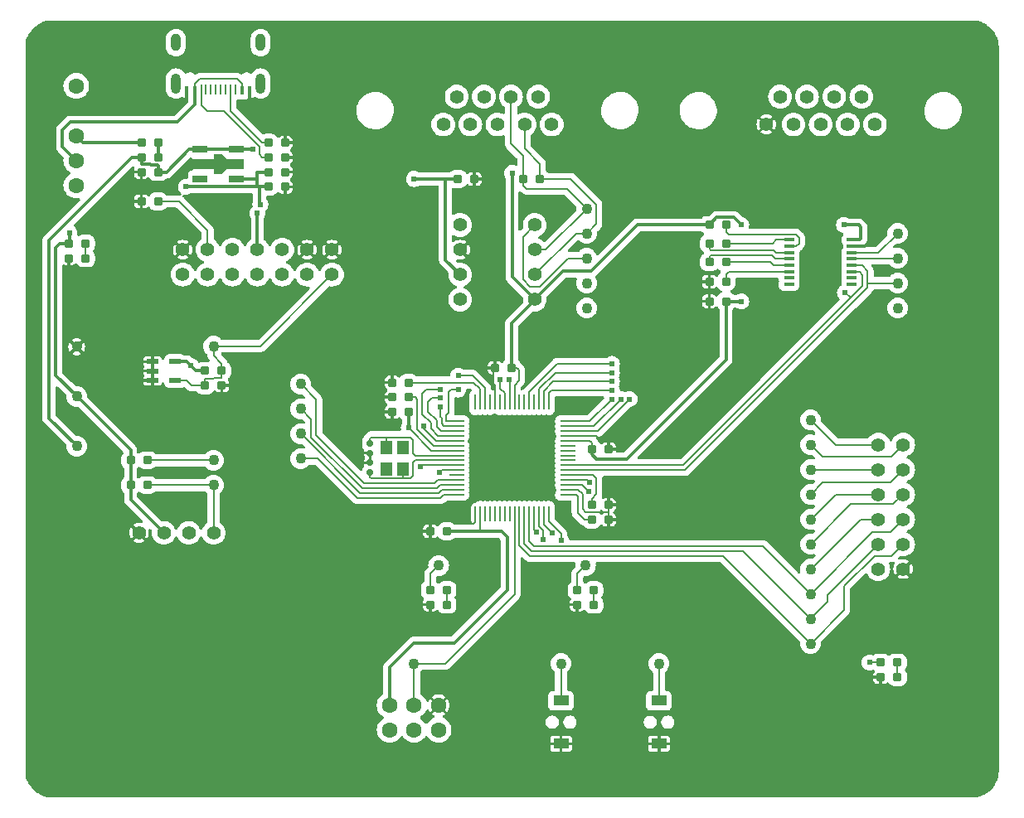
<source format=gtl>
G04 #@! TF.GenerationSoftware,KiCad,Pcbnew,7.0.6*
G04 #@! TF.CreationDate,2023-12-17T19:57:47+09:00*
G04 #@! TF.ProjectId,EB-RH850F1KMS1,45422d52-4838-4353-9046-314b4d53312e,V1.0*
G04 #@! TF.SameCoordinates,Original*
G04 #@! TF.FileFunction,Copper,L1,Top*
G04 #@! TF.FilePolarity,Positive*
%FSLAX46Y46*%
G04 Gerber Fmt 4.6, Leading zero omitted, Abs format (unit mm)*
G04 Created by KiCad (PCBNEW 7.0.6) date 2023-12-17 19:57:47*
%MOMM*%
%LPD*%
G01*
G04 APERTURE LIST*
G04 Aperture macros list*
%AMRoundRect*
0 Rectangle with rounded corners*
0 $1 Rounding radius*
0 $2 $3 $4 $5 $6 $7 $8 $9 X,Y pos of 4 corners*
0 Add a 4 corners polygon primitive as box body*
4,1,4,$2,$3,$4,$5,$6,$7,$8,$9,$2,$3,0*
0 Add four circle primitives for the rounded corners*
1,1,$1+$1,$2,$3*
1,1,$1+$1,$4,$5*
1,1,$1+$1,$6,$7*
1,1,$1+$1,$8,$9*
0 Add four rect primitives between the rounded corners*
20,1,$1+$1,$2,$3,$4,$5,0*
20,1,$1+$1,$4,$5,$6,$7,0*
20,1,$1+$1,$6,$7,$8,$9,0*
20,1,$1+$1,$8,$9,$2,$3,0*%
%AMFreePoly0*
4,1,13,0.900000,0.500000,2.600000,0.500000,2.600000,-0.500000,0.900000,-0.500000,0.400000,-1.000000,-0.400000,-1.000000,-0.400000,-0.500000,-2.600000,-0.500000,-2.600000,0.500000,-0.400000,0.500000,-0.400000,1.000000,0.400000,1.000000,0.900000,0.500000,0.900000,0.500000,$1*%
G04 Aperture macros list end*
G04 #@! TA.AperFunction,ComponentPad*
%ADD10C,1.100000*%
G04 #@! TD*
G04 #@! TA.AperFunction,SMDPad,CuDef*
%ADD11RoundRect,0.200000X-0.250000X-0.200000X0.250000X-0.200000X0.250000X0.200000X-0.250000X0.200000X0*%
G04 #@! TD*
G04 #@! TA.AperFunction,SMDPad,CuDef*
%ADD12RoundRect,0.200000X0.250000X0.200000X-0.250000X0.200000X-0.250000X-0.200000X0.250000X-0.200000X0*%
G04 #@! TD*
G04 #@! TA.AperFunction,SMDPad,CuDef*
%ADD13R,1.200000X0.500000*%
G04 #@! TD*
G04 #@! TA.AperFunction,SMDPad,CuDef*
%ADD14R,1.600000X1.000000*%
G04 #@! TD*
G04 #@! TA.AperFunction,ComponentPad*
%ADD15C,1.600000*%
G04 #@! TD*
G04 #@! TA.AperFunction,SMDPad,CuDef*
%ADD16RoundRect,0.150000X0.150000X-0.150000X0.150000X0.150000X-0.150000X0.150000X-0.150000X-0.150000X0*%
G04 #@! TD*
G04 #@! TA.AperFunction,SMDPad,CuDef*
%ADD17RoundRect,0.050800X-0.050800X0.724200X-0.050800X-0.724200X0.050800X-0.724200X0.050800X0.724200X0*%
G04 #@! TD*
G04 #@! TA.AperFunction,SMDPad,CuDef*
%ADD18RoundRect,0.050800X-0.724200X0.050800X-0.724200X-0.050800X0.724200X-0.050800X0.724200X0.050800X0*%
G04 #@! TD*
G04 #@! TA.AperFunction,ComponentPad*
%ADD19C,1.400000*%
G04 #@! TD*
G04 #@! TA.AperFunction,ComponentPad*
%ADD20O,1.000000X1.800000*%
G04 #@! TD*
G04 #@! TA.AperFunction,ComponentPad*
%ADD21O,1.000000X2.100000*%
G04 #@! TD*
G04 #@! TA.AperFunction,SMDPad,CuDef*
%ADD22R,0.450000X0.940000*%
G04 #@! TD*
G04 #@! TA.AperFunction,SMDPad,CuDef*
%ADD23R,0.203200X1.140000*%
G04 #@! TD*
G04 #@! TA.AperFunction,SMDPad,CuDef*
%ADD24RoundRect,0.150000X-0.150000X0.150000X-0.150000X-0.150000X0.150000X-0.150000X0.150000X0.150000X0*%
G04 #@! TD*
G04 #@! TA.AperFunction,SMDPad,CuDef*
%ADD25R,1.500000X0.700000*%
G04 #@! TD*
G04 #@! TA.AperFunction,SMDPad,CuDef*
%ADD26FreePoly0,0.000000*%
G04 #@! TD*
G04 #@! TA.AperFunction,SMDPad,CuDef*
%ADD27RoundRect,0.075000X-0.475000X-0.075000X0.475000X-0.075000X0.475000X0.075000X-0.475000X0.075000X0*%
G04 #@! TD*
G04 #@! TA.AperFunction,SMDPad,CuDef*
%ADD28R,1.200000X1.400000*%
G04 #@! TD*
G04 #@! TA.AperFunction,ViaPad*
%ADD29C,0.609600*%
G04 #@! TD*
G04 #@! TA.AperFunction,Conductor*
%ADD30C,0.203200*%
G04 #@! TD*
G04 #@! TA.AperFunction,Conductor*
%ADD31C,0.304800*%
G04 #@! TD*
G04 APERTURE END LIST*
D10*
X-30480000Y-5240000D03*
D11*
X-45250000Y15400000D03*
X-43550000Y15400000D03*
D12*
X-36150000Y24200000D03*
X-37850000Y24200000D03*
X-6650000Y-12500000D03*
X-8350000Y-12500000D03*
D10*
X30480000Y-21430000D03*
D13*
X-36710000Y4830000D03*
X-36710000Y3880000D03*
X-36710000Y2930000D03*
X-34410000Y2930000D03*
X-34410000Y4830000D03*
D11*
X8150000Y-4100000D03*
X9850000Y-4100000D03*
D10*
X39370000Y10320000D03*
D12*
X-10550000Y2700000D03*
X-12250000Y2700000D03*
D11*
X-38950000Y-5240000D03*
X-37250000Y-5240000D03*
X-37850000Y25700000D03*
X-36150000Y25700000D03*
D10*
X30480000Y-8730000D03*
D14*
X15000000Y-34200000D03*
X15000000Y-29800000D03*
D11*
X-45250000Y16900000D03*
X-43550000Y16900000D03*
D15*
X-12500000Y-32775000D03*
X-10000000Y-32775000D03*
X-7500000Y-32775000D03*
X-12500000Y-30275000D03*
X-10000000Y-30275000D03*
X-7500000Y-30275000D03*
D10*
X39370000Y17940000D03*
X-44450000Y-3810000D03*
D11*
X6650000Y-18500000D03*
X8350000Y-18500000D03*
D10*
X7500000Y-16000000D03*
X30480000Y-23970000D03*
X-21590000Y-5080000D03*
D12*
X-10550000Y1200000D03*
X-12250000Y1200000D03*
D16*
X-14500000Y-6500000D03*
X-14500000Y-5500000D03*
D17*
X3750000Y675000D03*
X3250000Y675000D03*
X2750000Y675000D03*
X2250000Y675000D03*
X1750000Y675000D03*
X1250000Y675000D03*
X750000Y675000D03*
X250000Y675000D03*
X-250000Y675000D03*
X-750000Y675000D03*
X-1250000Y675000D03*
X-1750000Y675000D03*
X-2250000Y675000D03*
X-2750000Y675000D03*
X-3250000Y675000D03*
X-3750000Y675000D03*
D18*
X-5675000Y-1250000D03*
X-5675000Y-1750000D03*
X-5675000Y-2250000D03*
X-5675000Y-2750000D03*
X-5675000Y-3250000D03*
X-5675000Y-3750000D03*
X-5675000Y-4250000D03*
X-5675000Y-4750000D03*
X-5675000Y-5250000D03*
X-5675000Y-5750000D03*
X-5675000Y-6250000D03*
X-5675000Y-6750000D03*
X-5675000Y-7250000D03*
X-5675000Y-7750000D03*
X-5675000Y-8250000D03*
X-5675000Y-8750000D03*
D17*
X-3750000Y-10675000D03*
X-3250000Y-10675000D03*
X-2750000Y-10675000D03*
X-2250000Y-10675000D03*
X-1750000Y-10675000D03*
X-1250000Y-10675000D03*
X-750000Y-10675000D03*
X-250000Y-10675000D03*
X250000Y-10675000D03*
X750000Y-10675000D03*
X1250000Y-10675000D03*
X1750000Y-10675000D03*
X2250000Y-10675000D03*
X2750000Y-10675000D03*
X3250000Y-10675000D03*
X3750000Y-10675000D03*
D18*
X5675000Y-8750000D03*
X5675000Y-8250000D03*
X5675000Y-7750000D03*
X5675000Y-7250000D03*
X5675000Y-6750000D03*
X5675000Y-6250000D03*
X5675000Y-5750000D03*
X5675000Y-5250000D03*
X5675000Y-4750000D03*
X5675000Y-4250000D03*
X5675000Y-3750000D03*
X5675000Y-3250000D03*
X5675000Y-2750000D03*
X5675000Y-2250000D03*
X5675000Y-1750000D03*
X5675000Y-1250000D03*
D19*
X4050000Y29069669D03*
X1280000Y29069669D03*
X-1490000Y29069669D03*
X-4260000Y29069669D03*
X-7030000Y29069669D03*
X2665000Y31909669D03*
X-105000Y31909669D03*
X-2875000Y31909669D03*
X-5645000Y31909669D03*
D10*
X-7500000Y-16000000D03*
X-44450000Y6350000D03*
X-21590000Y-2540000D03*
D19*
X-38100000Y-12655000D03*
X-35560000Y-12655000D03*
X-33020000Y-12655000D03*
X-30480000Y-12655000D03*
X37400000Y-3650000D03*
X39940000Y-3650000D03*
X37400000Y-6190000D03*
X39940000Y-6190000D03*
X37400000Y-8730000D03*
X39940000Y-8730000D03*
X37400000Y-11270000D03*
X39940000Y-11270000D03*
X37400000Y-13810000D03*
X39940000Y-13810000D03*
X37400000Y-16350000D03*
X39940000Y-16350000D03*
D11*
X-31350000Y3900000D03*
X-29650000Y3900000D03*
D10*
X15000000Y-26000000D03*
X30480000Y-6190000D03*
D11*
X-8350000Y-20000000D03*
X-6650000Y-20000000D03*
D10*
X-21590000Y0D03*
D12*
X-36150000Y27200000D03*
X-37850000Y27200000D03*
D10*
X39370000Y15400000D03*
D20*
X-25680000Y37425000D03*
D21*
X-34320000Y33245000D03*
D20*
X-34320000Y37425000D03*
D22*
X-26800000Y32575000D03*
X-27600000Y32575000D03*
D23*
X-28750000Y32675000D03*
X-29750000Y32675000D03*
X-30250000Y32675000D03*
X-31250000Y32675000D03*
D22*
X-32400000Y32575000D03*
X-33200000Y32575000D03*
X-33200000Y32575000D03*
X-32400000Y32575000D03*
D23*
X-31750000Y32675000D03*
X-30750000Y32675000D03*
X-29250000Y32675000D03*
X-28250000Y32675000D03*
D22*
X-27600000Y32575000D03*
X-26800000Y32575000D03*
D21*
X-25680000Y33245000D03*
D10*
X-44450000Y1270000D03*
X7620000Y20480000D03*
X30480000Y-3650000D03*
X30480000Y-11270000D03*
D11*
X-24850000Y27200000D03*
X-23150000Y27200000D03*
D10*
X-10000000Y-26000000D03*
X7620000Y12860000D03*
D11*
X-37850000Y21200000D03*
X-36150000Y21200000D03*
D10*
X-21590000Y2540000D03*
D11*
X8150000Y-11300000D03*
X9850000Y-11300000D03*
D19*
X37050000Y29069669D03*
X34280000Y29069669D03*
X31510000Y29069669D03*
X28740000Y29069669D03*
X25970000Y29069669D03*
X35665000Y31909669D03*
X32895000Y31909669D03*
X30125000Y31909669D03*
X27355000Y31909669D03*
D10*
X30480000Y-1110000D03*
X30480000Y-13810000D03*
D11*
X-24850000Y25700000D03*
X-23150000Y25700000D03*
D10*
X-30480000Y6420000D03*
X30480000Y-16350000D03*
D24*
X-14500000Y-3500000D03*
X-14500000Y-4500000D03*
D10*
X39370000Y12860000D03*
D14*
X5000000Y-34200000D03*
X5000000Y-29800000D03*
D10*
X5000000Y-26000000D03*
X7620000Y17940000D03*
X-30480000Y-7780000D03*
X7620000Y10320000D03*
D11*
X-31350000Y2400000D03*
X-29650000Y2400000D03*
X-24850000Y24200000D03*
X-23150000Y24200000D03*
X1150000Y23500000D03*
X2850000Y23500000D03*
X-8350000Y-18500000D03*
X-6650000Y-18500000D03*
D15*
X-44500000Y33000000D03*
X-44500000Y27920000D03*
X-44500000Y25380000D03*
X-44500000Y22840000D03*
D12*
X21850000Y16900000D03*
X20150000Y16900000D03*
D19*
X-33620000Y13730000D03*
X-33620000Y16270000D03*
X-31080000Y13730000D03*
X-31080000Y16270000D03*
X-28540000Y13730000D03*
X-28540000Y16270000D03*
X-26000000Y13730000D03*
X-26000000Y16270000D03*
X-23460000Y13730000D03*
X-23460000Y16270000D03*
X-20920000Y13730000D03*
X-20920000Y16270000D03*
X-18380000Y13730000D03*
X-18380000Y16270000D03*
D12*
X-50000Y4200000D03*
X-1750000Y4200000D03*
D11*
X-5550000Y23500000D03*
X-3850000Y23500000D03*
X20150000Y15000000D03*
X21850000Y15000000D03*
D25*
X-31850000Y26500000D03*
D26*
X-30000000Y25000000D03*
D25*
X-31850000Y23500000D03*
X-28150000Y23500000D03*
X-28150000Y26500000D03*
D11*
X37650000Y-27400000D03*
X39350000Y-27400000D03*
X37650000Y-25900000D03*
X39350000Y-25900000D03*
D12*
X21850000Y11000000D03*
X20150000Y11000000D03*
X-10550000Y-300000D03*
X-12250000Y-300000D03*
X9850000Y-9800000D03*
X8150000Y-9800000D03*
X21850000Y13000000D03*
X20150000Y13000000D03*
D10*
X30480000Y-18890000D03*
D27*
X28300000Y17275000D03*
X28300000Y16625000D03*
X28300000Y15975000D03*
X28300000Y15325000D03*
X28300000Y14675000D03*
X28300000Y14025000D03*
X28300000Y13375000D03*
X28300000Y12725000D03*
X34700000Y12725000D03*
X34700000Y13375000D03*
X34700000Y14025000D03*
X34700000Y14675000D03*
X34700000Y15325000D03*
X34700000Y15975000D03*
X34700000Y16625000D03*
X34700000Y17275000D03*
D11*
X6650000Y-20000000D03*
X8350000Y-20000000D03*
D28*
X-11150000Y-6100000D03*
X-11150000Y-3900000D03*
X-12850000Y-3900000D03*
X-12850000Y-6100000D03*
D11*
X-24850000Y22700000D03*
X-23150000Y22700000D03*
X20150000Y18800000D03*
X21850000Y18800000D03*
D19*
X-5300000Y18800000D03*
X-5300000Y16260000D03*
X-5300000Y13720000D03*
X-5300000Y11180000D03*
X2320000Y11180000D03*
X2320000Y13720000D03*
X2320000Y16260000D03*
X2320000Y18800000D03*
D11*
X-38950000Y-7780000D03*
X-37250000Y-7780000D03*
D10*
X7620000Y15400000D03*
D29*
X30000000Y35000000D03*
X35000000Y35000000D03*
X45000000Y35000000D03*
X40000000Y35000000D03*
X40000000Y30000000D03*
X45000000Y25000000D03*
X40000000Y25000000D03*
X30000000Y25000000D03*
X25000000Y25000000D03*
X25000000Y35000000D03*
X20000000Y35000000D03*
X20000000Y25000000D03*
X15000000Y25000000D03*
X15000000Y30000000D03*
X15000000Y35000000D03*
X10000000Y35000000D03*
X10000000Y25000000D03*
X5000000Y25000000D03*
X0Y35000000D03*
X5000000Y35000000D03*
X-5000000Y35000000D03*
X-10000000Y30000000D03*
X-10000000Y35000000D03*
X-15000000Y35000000D03*
X-15000000Y25000000D03*
X-20000000Y25000000D03*
X-25000000Y30000000D03*
X-20000000Y30000000D03*
X-20000000Y35000000D03*
X-30000000Y35000000D03*
X-40000000Y35000000D03*
X-45000000Y35000000D03*
X-30000000Y20000000D03*
X-40000000Y20000000D03*
X-35000000Y20000000D03*
X-10000000Y20000000D03*
X5000000Y20000000D03*
X10000000Y20000000D03*
X15000000Y20000000D03*
X25000000Y20000000D03*
X30000000Y20000000D03*
X40000000Y20000000D03*
X45000000Y20000000D03*
X45000000Y15000000D03*
X30000000Y15000000D03*
X15000000Y15000000D03*
X-10000000Y15000000D03*
X-15000000Y15000000D03*
X-35000000Y15000000D03*
X-40000000Y15000000D03*
X-45000000Y10000000D03*
X-40000000Y10000000D03*
X-35000000Y10000000D03*
X-30000000Y10000000D03*
X-25000000Y10000000D03*
X-10000000Y10000000D03*
X15000000Y10000000D03*
X25000000Y10000000D03*
X30000000Y10000000D03*
X45000000Y10000000D03*
X45000000Y5000000D03*
X40000000Y5000000D03*
X35000000Y5000000D03*
X25000000Y5000000D03*
X20000000Y5000000D03*
X15000000Y5000000D03*
X-5000000Y5000000D03*
X-15000000Y5000000D03*
X-20000000Y5000000D03*
X-25000000Y5000000D03*
X-40000000Y5000000D03*
X-40000000Y0D03*
X-30000000Y0D03*
X-25000000Y0D03*
X-15000000Y0D03*
X-5000000Y0D03*
X35000000Y0D03*
X40000000Y0D03*
X45000000Y0D03*
X45000000Y-5000000D03*
X25000000Y-5000000D03*
X0Y-5000000D03*
X-25000000Y-5000000D03*
X-45000000Y-10000000D03*
X-40000000Y-10000000D03*
X-35000000Y-10000000D03*
X-25000000Y-10000000D03*
X-20000000Y-10000000D03*
X-5000000Y-10000000D03*
X5000000Y-10000000D03*
X15000000Y-10000000D03*
X20000000Y-10000000D03*
X25000000Y-10000000D03*
X45000000Y-10000000D03*
X45000000Y-15000000D03*
X-5000000Y-15000000D03*
X-5000000Y-20000000D03*
X-10000000Y-15000000D03*
X-15000000Y-15000000D03*
X-20000000Y-15000000D03*
X-25000000Y-15000000D03*
X-30000000Y-15000000D03*
X-30000000Y-20000000D03*
X-35000000Y-15000000D03*
X-40000000Y-15000000D03*
X-45000000Y-15000000D03*
X-45000000Y-20000000D03*
X-40000000Y-20000000D03*
X-35000000Y-20000000D03*
X-25000000Y-20000000D03*
X-20000000Y-20000000D03*
X-15000000Y-20000000D03*
X-10000000Y-20000000D03*
X5000000Y-20000000D03*
X15000000Y-20000000D03*
X20000000Y-20000000D03*
X40000000Y-20000000D03*
X45000000Y-20000000D03*
X45000000Y-25000000D03*
X35000000Y-25000000D03*
X25000000Y-25000000D03*
X20000000Y-25000000D03*
X10000000Y-25000000D03*
X0Y-25000000D03*
X-15000000Y-25000000D03*
X-20000000Y-25000000D03*
X-30000000Y-25000000D03*
X-25000000Y-25000000D03*
X-35000000Y-25000000D03*
X-40000000Y-25000000D03*
X-45000000Y-25000000D03*
X-45000000Y-30000000D03*
X-35000000Y-30000000D03*
X-40000000Y-30000000D03*
X-30000000Y-30000000D03*
X-25000000Y-30000000D03*
X-5000000Y-30000000D03*
X0Y-30000000D03*
X10000000Y-30000000D03*
X20000000Y-30000000D03*
X25000000Y-30000000D03*
X30000000Y-30000000D03*
X35000000Y-30000000D03*
X40000000Y-30000000D03*
X45000000Y-30000000D03*
X45000000Y-35000000D03*
X40000000Y-35000000D03*
X35000000Y-35000000D03*
X30000000Y-35000000D03*
X25000000Y-35000000D03*
X20000000Y-35000000D03*
X10000000Y-35000000D03*
X0Y-35000000D03*
X-5000000Y-35000000D03*
X-10000000Y-35000000D03*
X-15000000Y-35000000D03*
X-20000000Y-35000000D03*
X-25000000Y-35000000D03*
X-30000000Y-35000000D03*
X-35000000Y-35000000D03*
X-40000000Y-35000000D03*
X-45000000Y-35000000D03*
X33900000Y18800000D03*
X23400000Y18800000D03*
X23400000Y11000000D03*
X0Y24100000D03*
X-25700000Y20900000D03*
X-10550000Y-1950000D03*
X-32800000Y4400000D03*
X-45200000Y18000000D03*
X-33300000Y22700000D03*
X-10000000Y23500000D03*
X-26000000Y20000000D03*
X-26500000Y26500000D03*
X-5500000Y3400000D03*
X-5500000Y2000000D03*
X-7300000Y200000D03*
X-7300000Y1100000D03*
X-7300000Y2000000D03*
X-9000000Y-1700000D03*
X-9400000Y-5900000D03*
X-7400000Y-6500000D03*
X-300000Y3000000D03*
X-1200000Y3000000D03*
X10200000Y4600000D03*
X34000000Y11900000D03*
X10200000Y3700000D03*
X10200000Y2800000D03*
X10200000Y1900000D03*
X10200000Y1000000D03*
X11100000Y1000000D03*
X12000000Y1000000D03*
X7900000Y-7500000D03*
X7800000Y-8400000D03*
X5000000Y-13390900D03*
X4100000Y-12700000D03*
X3200000Y-13300000D03*
X2500000Y-12600000D03*
X36500000Y-25900000D03*
D30*
X8550000Y-2750000D02*
X8800000Y-3000000D01*
X5675000Y-2750000D02*
X8550000Y-2750000D01*
X-3750000Y-11550000D02*
X-3900000Y-11700000D01*
X-3750000Y-10675000D02*
X-3750000Y-11550000D01*
X-3900000Y-11700000D02*
X-4500000Y-11700000D01*
D31*
X-30000000Y25000000D02*
X-32800000Y25000000D01*
X-33200000Y32575000D02*
X-33200000Y31600000D01*
X-45900000Y26780000D02*
X-44500000Y25380000D01*
X-45100000Y29300000D02*
X-45900000Y28500000D01*
X-32400000Y32575000D02*
X-32400000Y31100000D01*
X-32400000Y31100000D02*
X-34200000Y29300000D01*
X-34200000Y29300000D02*
X-45100000Y29300000D01*
X-45900000Y28500000D02*
X-45900000Y26780000D01*
X-26800000Y32575000D02*
X-26800000Y31600000D01*
X36025000Y16625000D02*
X36100000Y16700000D01*
X34700000Y16625000D02*
X36025000Y16625000D01*
X-12500000Y-26400000D02*
X-12500000Y-30275000D01*
X-5900000Y-23900000D02*
X-10000000Y-23900000D01*
X-500000Y-13100000D02*
X-500000Y-18500000D01*
X-10000000Y-23900000D02*
X-12500000Y-26400000D01*
X-3250000Y-12500000D02*
X-1100000Y-12500000D01*
X-1100000Y-12500000D02*
X-500000Y-13100000D01*
X-500000Y-18500000D02*
X-5900000Y-23900000D01*
D30*
X-3250000Y-10675000D02*
X-3250000Y-12500000D01*
D31*
X-3250000Y-12500000D02*
X-6650000Y-12500000D01*
D30*
X250000Y-18950000D02*
X250000Y-10675000D01*
X-10000000Y-26000000D02*
X-6800000Y-26000000D01*
X-6800000Y-26000000D02*
X250000Y-18950000D01*
D31*
X8600000Y-5100000D02*
X11700000Y-5100000D01*
X8150000Y-4650000D02*
X8600000Y-5100000D01*
X21850000Y5050000D02*
X21850000Y11000000D01*
X8150000Y-4100000D02*
X8150000Y-4650000D01*
X11700000Y-5100000D02*
X21850000Y5050000D01*
X35600000Y18600000D02*
X35400000Y18800000D01*
X35600000Y17400000D02*
X35600000Y18600000D01*
X35400000Y18800000D02*
X33900000Y18800000D01*
X34700000Y17275000D02*
X35475000Y17275000D01*
X35475000Y17275000D02*
X35600000Y17400000D01*
X20905600Y19555600D02*
X20150000Y18800000D01*
X22644400Y19555600D02*
X20905600Y19555600D01*
X23400000Y18800000D02*
X22644400Y19555600D01*
X21850000Y11000000D02*
X23400000Y11000000D01*
X8100000Y14100000D02*
X12800000Y18800000D01*
X5240000Y14100000D02*
X8100000Y14100000D01*
X12800000Y18800000D02*
X20150000Y18800000D01*
X2320000Y11180000D02*
X5240000Y14100000D01*
X2320000Y11120000D02*
X2320000Y11180000D01*
X-50000Y8750000D02*
X2320000Y11120000D01*
X-50000Y4200000D02*
X-50000Y8750000D01*
X0Y13500000D02*
X2320000Y11180000D01*
X0Y24100000D02*
X0Y13500000D01*
X-25800000Y21000000D02*
X-25700000Y20900000D01*
X-25800000Y22700000D02*
X-25800000Y21000000D01*
X-25800000Y22700000D02*
X-24850000Y22700000D01*
X-26000000Y22700000D02*
X-25800000Y22700000D01*
X-32800000Y4400000D02*
X-32300000Y3900000D01*
X-33230000Y4830000D02*
X-32800000Y4400000D01*
X-32300000Y3900000D02*
X-31350000Y3900000D01*
X-34410000Y4830000D02*
X-33230000Y4830000D01*
X-38950000Y-9265000D02*
X-35560000Y-12655000D01*
X-38950000Y-7780000D02*
X-38950000Y-9265000D01*
X-38950000Y-5240000D02*
X-38950000Y-7780000D01*
X-38950000Y-4230000D02*
X-38950000Y-5240000D01*
X-44450000Y1270000D02*
X-38950000Y-4230000D01*
X-46600000Y3420000D02*
X-44450000Y1270000D01*
X-46600000Y16500000D02*
X-46600000Y3420000D01*
X-45250000Y16900000D02*
X-46200000Y16900000D01*
X-46200000Y16900000D02*
X-46600000Y16500000D01*
X-47300000Y-960000D02*
X-44450000Y-3810000D01*
X-47300000Y17200000D02*
X-47300000Y-960000D01*
X-38800000Y25700000D02*
X-47300000Y17200000D01*
X-37850000Y25700000D02*
X-38800000Y25700000D01*
X-45200000Y16950000D02*
X-45250000Y16900000D01*
X-45200000Y18000000D02*
X-45200000Y16950000D01*
X-26000000Y22700000D02*
X-33300000Y22700000D01*
X-28150000Y23500000D02*
X-26000000Y23500000D01*
X-26000000Y24200000D02*
X-26000000Y22700000D01*
X-24850000Y24200000D02*
X-26000000Y24200000D01*
X-6800000Y15220000D02*
X-6800000Y23500000D01*
X-6800000Y23500000D02*
X-5550000Y23500000D01*
X-5300000Y13720000D02*
X-6800000Y15220000D01*
X-10000000Y23500000D02*
X-6800000Y23500000D01*
X-26000000Y20000000D02*
X-26000000Y16270000D01*
X-28150000Y26500000D02*
X-26500000Y26500000D01*
D30*
X-31100000Y30400000D02*
X-31750000Y31050000D01*
X-29400000Y30400000D02*
X-31100000Y30400000D01*
X-25800000Y26800000D02*
X-29400000Y30400000D01*
X-31750000Y31050000D02*
X-31750000Y32675000D01*
X-25800000Y26000000D02*
X-25800000Y26800000D01*
X-25500000Y25700000D02*
X-25800000Y26000000D01*
X-24850000Y25700000D02*
X-25500000Y25700000D01*
D31*
X-43780000Y27200000D02*
X-44500000Y27920000D01*
X-37850000Y27200000D02*
X-43780000Y27200000D01*
D30*
X-28750000Y30450000D02*
X-28750000Y32675000D01*
X-25500000Y27200000D02*
X-28750000Y30450000D01*
X-24850000Y27200000D02*
X-25500000Y27200000D01*
X-27600000Y33200644D02*
X-27600000Y32575000D01*
X-28099356Y33700000D02*
X-27600000Y33200644D01*
X-31900000Y33700000D02*
X-28099356Y33700000D01*
X-32400000Y33200000D02*
X-31900000Y33700000D01*
X-32400000Y32575000D02*
X-32400000Y33200000D01*
D31*
X-36150000Y27200000D02*
X-36150000Y25700000D01*
D30*
X-34000000Y21200000D02*
X-31080000Y18280000D01*
X-31080000Y18280000D02*
X-31080000Y16270000D01*
X-36150000Y21200000D02*
X-34000000Y21200000D01*
D31*
X-31850000Y26500000D02*
X-28150000Y26500000D01*
X-33000000Y26500000D02*
X-31850000Y26500000D01*
X-35300000Y24200000D02*
X-33000000Y26500000D01*
X-36150000Y24200000D02*
X-35300000Y24200000D01*
X-37000000Y25000000D02*
X-37800000Y25000000D01*
X-36900000Y24900000D02*
X-37000000Y25000000D01*
X-36150000Y24850000D02*
X-36200000Y24900000D01*
X-36200000Y24900000D02*
X-36900000Y24900000D01*
X-36150000Y24200000D02*
X-36150000Y24850000D01*
X-37850000Y25050000D02*
X-37800000Y25000000D01*
X-37850000Y25700000D02*
X-37850000Y25050000D01*
D30*
X-43550000Y16900000D02*
X-43550000Y15400000D01*
X-1900000Y4050000D02*
X-1750000Y4200000D01*
X-1900000Y2600000D02*
X-1900000Y4050000D01*
X-1750000Y2450000D02*
X-1900000Y2600000D01*
X-1750000Y675000D02*
X-1750000Y2450000D01*
X500000Y4200000D02*
X-50000Y4200000D01*
X250000Y2450000D02*
X700000Y2900000D01*
X700000Y2900000D02*
X700000Y4000000D01*
X700000Y4000000D02*
X500000Y4200000D01*
X250000Y675000D02*
X250000Y2450000D01*
X-30480000Y5480000D02*
X-30480000Y6420000D01*
X-29650000Y4650000D02*
X-30480000Y5480000D01*
X-29650000Y3900000D02*
X-29650000Y4650000D01*
X-25690000Y6420000D02*
X-18380000Y13730000D01*
X-30480000Y6420000D02*
X-25690000Y6420000D01*
X-4025264Y3400000D02*
X-5500000Y3400000D01*
X-2750000Y2124736D02*
X-4025264Y3400000D01*
X-2750000Y675000D02*
X-2750000Y2124736D01*
X-6200000Y2000000D02*
X-5500000Y2000000D01*
X-6500000Y1700000D02*
X-6200000Y2000000D01*
X-6700000Y-600000D02*
X-6500000Y-400000D01*
X-6700000Y-1200000D02*
X-6700000Y-600000D01*
X-6650000Y-1250000D02*
X-6700000Y-1200000D01*
X-5675000Y-1250000D02*
X-6650000Y-1250000D01*
X-6500000Y-400000D02*
X-6500000Y1700000D01*
X-7300000Y-800000D02*
X-7300000Y200000D01*
X-7200000Y-900000D02*
X-7300000Y-800000D01*
X-6950000Y-1750000D02*
X-7200000Y-1500000D01*
X-5675000Y-1750000D02*
X-6950000Y-1750000D01*
X-7200000Y-1500000D02*
X-7200000Y-900000D01*
X-8200000Y1100000D02*
X-7300000Y1100000D01*
X-7700000Y-1800000D02*
X-7700000Y-1172106D01*
X-8600000Y-272106D02*
X-8600000Y700000D01*
X-7250000Y-2250000D02*
X-7700000Y-1800000D01*
X-5675000Y-2250000D02*
X-7250000Y-2250000D01*
X-7700000Y-1172106D02*
X-8600000Y-272106D01*
X-8600000Y700000D02*
X-8200000Y1100000D01*
X-9200000Y1600000D02*
X-8800000Y2000000D01*
X-8300000Y-1418948D02*
X-9200000Y-518948D01*
X-8300000Y-2000000D02*
X-8300000Y-1418948D01*
X-7550000Y-2750000D02*
X-8300000Y-2000000D01*
X-5675000Y-2750000D02*
X-7550000Y-2750000D01*
X-9200000Y-518948D02*
X-9200000Y1600000D01*
X-8800000Y2000000D02*
X-7300000Y2000000D01*
X-33230000Y2930000D02*
X-34410000Y2930000D01*
X-32700000Y2400000D02*
X-33230000Y2930000D01*
X-31350000Y2400000D02*
X-32700000Y2400000D01*
X-30400000Y3200000D02*
X-29700000Y3200000D01*
X-29700000Y3200000D02*
X-29650000Y3250000D01*
X-31295200Y3104800D02*
X-30495200Y3104800D01*
X-31350000Y3050000D02*
X-31295200Y3104800D01*
X-30495200Y3104800D02*
X-30400000Y3200000D01*
X-29650000Y3250000D02*
X-29650000Y3900000D01*
X-31350000Y2400000D02*
X-31350000Y3050000D01*
X-9000000Y-2000000D02*
X-9000000Y-1700000D01*
X-7750000Y-3250000D02*
X-9000000Y-2000000D01*
X-5675000Y-3250000D02*
X-7750000Y-3250000D01*
X-9250000Y-5750000D02*
X-9400000Y-5900000D01*
X-5675000Y-5750000D02*
X-9250000Y-5750000D01*
X-9900000Y1200000D02*
X-10550000Y1200000D01*
X-9700000Y1000000D02*
X-9900000Y1200000D01*
X-9700000Y-2050000D02*
X-9700000Y1000000D01*
X-5675000Y-3750000D02*
X-8000000Y-3750000D01*
X-8000000Y-3750000D02*
X-9700000Y-2050000D01*
D31*
X-10550000Y-1950000D02*
X-10550000Y-300000D01*
D30*
X-5675000Y-4250000D02*
X-8250000Y-4250000D01*
X-8250000Y-4250000D02*
X-10550000Y-1950000D01*
X-14395200Y-2895200D02*
X-10404800Y-2895200D01*
X-14500000Y-3500000D02*
X-14500000Y-3000000D01*
X-10404800Y-2895200D02*
X-10100000Y-3200000D01*
X-14500000Y-3000000D02*
X-14395200Y-2895200D01*
X-10100000Y-3200000D02*
X-10100000Y-4500000D01*
X-10100000Y-4500000D02*
X-9850000Y-4750000D01*
X-9850000Y-4750000D02*
X-5675000Y-4750000D01*
X-3250000Y2050000D02*
X-3900000Y2700000D01*
X-3900000Y2700000D02*
X-10550000Y2700000D01*
X-3250000Y675000D02*
X-3250000Y2050000D01*
X-10100000Y-6800000D02*
X-10100000Y-5500000D01*
X-10100000Y-5500000D02*
X-9850000Y-5250000D01*
X-10404800Y-7104800D02*
X-10100000Y-6800000D01*
X-14395200Y-7104800D02*
X-10404800Y-7104800D01*
X-14500000Y-6500000D02*
X-14500000Y-7000000D01*
X-14500000Y-7000000D02*
X-14395200Y-7104800D01*
X-9850000Y-5250000D02*
X-5675000Y-5250000D01*
X2320000Y16260000D02*
X3400000Y16260000D01*
X3400000Y16260000D02*
X7620000Y20480000D01*
X1100000Y17580000D02*
X2320000Y18800000D01*
X1100000Y13250000D02*
X1100000Y17580000D01*
X2800000Y12500000D02*
X1850000Y12500000D01*
X1850000Y12500000D02*
X1100000Y13250000D01*
X5700000Y15400000D02*
X2800000Y12500000D01*
X7620000Y15400000D02*
X5700000Y15400000D01*
X6540000Y17940000D02*
X7620000Y17940000D01*
X2320000Y13720000D02*
X6540000Y17940000D01*
X8600000Y20900000D02*
X6000000Y23500000D01*
X8600000Y18920000D02*
X8600000Y20900000D01*
X7620000Y17940000D02*
X8600000Y18920000D01*
X6000000Y23500000D02*
X2850000Y23500000D01*
X1150000Y22850000D02*
X1150000Y23500000D01*
X1500000Y22500000D02*
X1150000Y22850000D01*
X5600000Y22500000D02*
X1500000Y22500000D01*
X7620000Y20480000D02*
X5600000Y22500000D01*
X1150000Y25850000D02*
X1150000Y23500000D01*
X-105000Y27105000D02*
X1150000Y25850000D01*
X-105000Y31909669D02*
X-105000Y27105000D01*
X1280000Y26620000D02*
X2850000Y25050000D01*
X2850000Y25050000D02*
X2850000Y23500000D01*
X1280000Y29069669D02*
X1280000Y26620000D01*
X-7150000Y-6250000D02*
X-7400000Y-6500000D01*
X-5675000Y-6250000D02*
X-7150000Y-6250000D01*
X-20000000Y950000D02*
X-21590000Y2540000D01*
X-15100000Y-7600000D02*
X-20000000Y-2700000D01*
X-7900000Y-7600000D02*
X-15100000Y-7600000D01*
X-7550000Y-7250000D02*
X-7900000Y-7600000D01*
X-5675000Y-7250000D02*
X-7550000Y-7250000D01*
X-20000000Y-2700000D02*
X-20000000Y950000D01*
X-20500000Y-1090000D02*
X-21590000Y0D01*
X-20500000Y-2900000D02*
X-20500000Y-1090000D01*
X-15300000Y-8100000D02*
X-20500000Y-2900000D01*
X-7350000Y-7750000D02*
X-7700000Y-8100000D01*
X-5675000Y-7750000D02*
X-7350000Y-7750000D01*
X-7700000Y-8100000D02*
X-15300000Y-8100000D01*
X-19820000Y-5080000D02*
X-21590000Y-5080000D01*
X-15800000Y-9100000D02*
X-19820000Y-5080000D01*
X-7300000Y-9100000D02*
X-15800000Y-9100000D01*
X-6950000Y-8750000D02*
X-7300000Y-9100000D01*
X-5675000Y-8750000D02*
X-6950000Y-8750000D01*
X-15530000Y-8600000D02*
X-21590000Y-2540000D01*
X-7500000Y-8600000D02*
X-15530000Y-8600000D01*
X-5675000Y-8250000D02*
X-7150000Y-8250000D01*
X-7150000Y-8250000D02*
X-7500000Y-8600000D01*
X-250000Y2950000D02*
X-300000Y3000000D01*
X-250000Y675000D02*
X-250000Y2950000D01*
X-1200000Y2100000D02*
X-1200000Y3000000D01*
X-750000Y675000D02*
X-750000Y1650000D01*
X-750000Y1650000D02*
X-1200000Y2100000D01*
X4600000Y4600000D02*
X10200000Y4600000D01*
X1750000Y1750000D02*
X4600000Y4600000D01*
X1750000Y675000D02*
X1750000Y1750000D01*
X22100000Y17800000D02*
X21850000Y18050000D01*
X21850000Y18050000D02*
X21850000Y18800000D01*
X29300000Y17500000D02*
X29000000Y17800000D01*
X29000000Y17800000D02*
X22100000Y17800000D01*
X29300000Y16900000D02*
X29300000Y17500000D01*
X29025000Y16625000D02*
X29300000Y16900000D01*
X28300000Y16625000D02*
X29025000Y16625000D01*
X21850000Y13750000D02*
X21850000Y13000000D01*
X22125000Y14025000D02*
X21850000Y13750000D01*
X28300000Y14025000D02*
X22125000Y14025000D01*
X26400000Y15000000D02*
X21850000Y15000000D01*
X26725000Y14675000D02*
X26400000Y15000000D01*
X28300000Y14675000D02*
X26725000Y14675000D01*
X26704800Y16195200D02*
X20304800Y16195200D01*
X20150000Y16350000D02*
X20150000Y16900000D01*
X26925000Y15975000D02*
X26704800Y16195200D01*
X28300000Y15975000D02*
X26925000Y15975000D01*
X20304800Y16195200D02*
X20150000Y16350000D01*
X20150000Y15550000D02*
X20150000Y15000000D01*
X22313895Y15700000D02*
X22309095Y15704800D01*
X22309095Y15704800D02*
X20304800Y15704800D01*
X26500000Y15700000D02*
X22313895Y15700000D01*
X26875000Y15325000D02*
X26500000Y15700000D01*
X28300000Y15325000D02*
X26875000Y15325000D01*
X20304800Y15704800D02*
X20150000Y15550000D01*
X26600000Y16900000D02*
X21850000Y16900000D01*
X26975000Y17275000D02*
X26600000Y16900000D01*
X28300000Y17275000D02*
X26975000Y17275000D01*
X37405000Y15975000D02*
X39370000Y17940000D01*
X34700000Y15975000D02*
X37405000Y15975000D01*
X35725000Y15325000D02*
X35800000Y15400000D01*
X34700000Y15325000D02*
X35725000Y15325000D01*
X35800000Y15400000D02*
X39370000Y15400000D01*
X34550000Y11350000D02*
X35793600Y12593600D01*
X17450000Y-5750000D02*
X34550000Y11350000D01*
X34000000Y11900000D02*
X34550000Y11350000D01*
X39370000Y12860000D02*
X36300000Y12860000D01*
X36300000Y14100000D02*
X35725000Y14675000D01*
X35725000Y14675000D02*
X34700000Y14675000D01*
X36300000Y12400000D02*
X36300000Y14100000D01*
X17650000Y-6250000D02*
X36300000Y12400000D01*
X5675000Y-6250000D02*
X17650000Y-6250000D01*
X35475000Y14025000D02*
X34700000Y14025000D01*
X35793600Y13706400D02*
X35475000Y14025000D01*
X35793600Y12593600D02*
X35793600Y13706400D01*
X5675000Y-5750000D02*
X17450000Y-5750000D01*
X2750000Y2050000D02*
X2750000Y675000D01*
X4400000Y3700000D02*
X2750000Y2050000D01*
X10200000Y3700000D02*
X4400000Y3700000D01*
X3250000Y1850000D02*
X3250000Y675000D01*
X4200000Y2800000D02*
X3250000Y1850000D01*
X10200000Y2800000D02*
X4200000Y2800000D01*
X3750000Y1650000D02*
X3750000Y675000D01*
X4000000Y1900000D02*
X3750000Y1650000D01*
X10200000Y1900000D02*
X4000000Y1900000D01*
X10200000Y1000000D02*
X7950000Y-1250000D01*
X7950000Y-1250000D02*
X5675000Y-1250000D01*
X8350000Y-1750000D02*
X5675000Y-1750000D01*
X11100000Y1000000D02*
X8350000Y-1750000D01*
X8750000Y-2250000D02*
X5675000Y-2250000D01*
X12000000Y1000000D02*
X8750000Y-2250000D01*
X8150000Y-3450000D02*
X8150000Y-4100000D01*
X5675000Y-3250000D02*
X7950000Y-3250000D01*
X7950000Y-3250000D02*
X8150000Y-3450000D01*
X-7500000Y-16000000D02*
X-8350000Y-16850000D01*
X-8350000Y-16850000D02*
X-8350000Y-18500000D01*
X6650000Y-16850000D02*
X6650000Y-18500000D01*
X7500000Y-16000000D02*
X6650000Y-16850000D01*
X7650000Y-7250000D02*
X7900000Y-7500000D01*
X5675000Y-7250000D02*
X7650000Y-7250000D01*
X7150000Y-7750000D02*
X7800000Y-8400000D01*
X5675000Y-7750000D02*
X7150000Y-7750000D01*
X8600000Y-8700000D02*
X8600000Y-7100000D01*
X8150000Y-9150000D02*
X8600000Y-8700000D01*
X8250000Y-6750000D02*
X5675000Y-6750000D01*
X8150000Y-9800000D02*
X8150000Y-9150000D01*
X8600000Y-7100000D02*
X8250000Y-6750000D01*
X7504800Y-10504800D02*
X9850000Y-10504800D01*
X7200000Y-10200000D02*
X7504800Y-10504800D01*
X7200000Y-8700000D02*
X7200000Y-10200000D01*
X6750000Y-8250000D02*
X7200000Y-8700000D01*
X5675000Y-8250000D02*
X6750000Y-8250000D01*
X9850000Y-11300000D02*
X9850000Y-9800000D01*
X7400000Y-11300000D02*
X8150000Y-11300000D01*
X6700000Y-10600000D02*
X7400000Y-11300000D01*
X6700000Y-8900000D02*
X6700000Y-10600000D01*
X5675000Y-8750000D02*
X6550000Y-8750000D01*
X6550000Y-8750000D02*
X6700000Y-8900000D01*
X3750000Y-11487895D02*
X3750000Y-10675000D01*
X5000000Y-12737895D02*
X3750000Y-11487895D01*
X5000000Y-13390900D02*
X5000000Y-12737895D01*
X3200000Y-12400000D02*
X2750000Y-11950000D01*
X3200000Y-13300000D02*
X3200000Y-12400000D01*
X2750000Y-11950000D02*
X2750000Y-10675000D01*
X4100000Y-12625264D02*
X3250000Y-11775264D01*
X4100000Y-12700000D02*
X4100000Y-12625264D01*
X3250000Y-11775264D02*
X3250000Y-10675000D01*
X2500000Y-12600000D02*
X2250000Y-12350000D01*
X2250000Y-12350000D02*
X2250000Y-10675000D01*
X-11150000Y-7104800D02*
X-11150000Y-6100000D01*
X-12850000Y-2895200D02*
X-12850000Y-3900000D01*
X-30480000Y-5240000D02*
X-37250000Y-5240000D01*
X-30480000Y-7780000D02*
X-37250000Y-7780000D01*
X-30480000Y-12655000D02*
X-30480000Y-7780000D01*
X-10000000Y-30275000D02*
X-10000000Y-26000000D01*
X-6650000Y-18500000D02*
X-6650000Y-20000000D01*
X1750000Y-13550000D02*
X1750000Y-10675000D01*
X2200000Y-14000000D02*
X1750000Y-13550000D01*
X25590000Y-14000000D02*
X2200000Y-14000000D01*
X30480000Y-18890000D02*
X25590000Y-14000000D01*
X1250000Y-13750000D02*
X1250000Y-10675000D01*
X2000000Y-14500000D02*
X1250000Y-13750000D01*
X30480000Y-21430000D02*
X23550000Y-14500000D01*
X23550000Y-14500000D02*
X2000000Y-14500000D01*
X1800000Y-15000000D02*
X750000Y-13950000D01*
X21510000Y-15000000D02*
X1800000Y-15000000D01*
X750000Y-13950000D02*
X750000Y-10675000D01*
X30480000Y-23970000D02*
X21510000Y-15000000D01*
X8350000Y-18500000D02*
X8350000Y-20000000D01*
X5000000Y-29800000D02*
X5000000Y-26000000D01*
X15000000Y-29800000D02*
X15000000Y-26000000D01*
X37650000Y-25900000D02*
X36500000Y-25900000D01*
X39350000Y-25900000D02*
X39350000Y-27400000D01*
X30480000Y-18890000D02*
X36770000Y-12600000D01*
X36770000Y-12600000D02*
X38610000Y-12600000D01*
X38610000Y-12600000D02*
X39940000Y-11270000D01*
X38690000Y-4900000D02*
X39940000Y-3650000D01*
X31730000Y-4900000D02*
X38690000Y-4900000D01*
X30480000Y-3650000D02*
X31730000Y-4900000D01*
X31710000Y-7500000D02*
X38630000Y-7500000D01*
X38630000Y-7500000D02*
X39940000Y-6190000D01*
X30480000Y-8730000D02*
X31710000Y-7500000D01*
X37390000Y-13810000D02*
X37400000Y-13810000D01*
X32200000Y-19000000D02*
X37390000Y-13810000D01*
X32200000Y-19700000D02*
X32200000Y-19000000D01*
X30480000Y-21420000D02*
X32200000Y-19700000D01*
X30480000Y-21430000D02*
X30480000Y-21420000D01*
X38750000Y-15000000D02*
X39940000Y-13810000D01*
X33900000Y-18100000D02*
X37000000Y-15000000D01*
X37000000Y-15000000D02*
X38750000Y-15000000D01*
X33900000Y-20550000D02*
X33900000Y-18100000D01*
X30480000Y-23970000D02*
X33900000Y-20550000D01*
X35615000Y-11270000D02*
X37400000Y-11270000D01*
X30480000Y-16350000D02*
X30535000Y-16350000D01*
X30535000Y-16350000D02*
X35615000Y-11270000D01*
X30510000Y-1110000D02*
X33050000Y-3650000D01*
X33050000Y-3650000D02*
X37400000Y-3650000D01*
X30480000Y-1110000D02*
X30510000Y-1110000D01*
X38935200Y-9734800D02*
X39940000Y-8730000D01*
X34555200Y-9734800D02*
X38935200Y-9734800D01*
X30480000Y-13810000D02*
X34555200Y-9734800D01*
X33020000Y-8730000D02*
X37400000Y-8730000D01*
X30480000Y-11270000D02*
X33020000Y-8730000D01*
X30480000Y-6190000D02*
X37400000Y-6190000D01*
G04 #@! TA.AperFunction,Conductor*
G36*
X-7881761Y-30605798D02*
G01*
X-7773100Y-30699952D01*
X-7729388Y-30719914D01*
X-8169299Y-31159825D01*
X-8168644Y-31160424D01*
X-8168640Y-31160427D01*
X-7994563Y-31268211D01*
X-7994561Y-31268212D01*
X-7981785Y-31273162D01*
X-7918523Y-31319421D01*
X-7886865Y-31391113D01*
X-7895295Y-31469028D01*
X-7941554Y-31532290D01*
X-7972488Y-31551555D01*
X-8156751Y-31637478D01*
X-8156756Y-31637481D01*
X-8344300Y-31768802D01*
X-8506197Y-31930699D01*
X-8625981Y-32101766D01*
X-8686016Y-32152141D01*
X-8763196Y-32165750D01*
X-8836840Y-32138945D01*
X-8874019Y-32101766D01*
X-8993802Y-31930699D01*
X-9155699Y-31768802D01*
X-9326766Y-31649019D01*
X-9377141Y-31588984D01*
X-9390750Y-31511804D01*
X-9363945Y-31438160D01*
X-9326766Y-31400981D01*
X-9155699Y-31281197D01*
X-8993802Y-31119300D01*
X-8862481Y-30931756D01*
X-8862476Y-30931747D01*
X-8789384Y-30775000D01*
X-8775030Y-30744218D01*
X-8724656Y-30684184D01*
X-8651012Y-30657379D01*
X-8573832Y-30670988D01*
X-8513797Y-30721363D01*
X-8502288Y-30740719D01*
X-8443345Y-30859091D01*
X-8443343Y-30859096D01*
X-8381506Y-30940979D01*
X-8381505Y-30940979D01*
X-7946143Y-30505617D01*
X-7881761Y-30605798D01*
G37*
G04 #@! TD.AperFunction*
G04 #@! TA.AperFunction,Conductor*
G36*
X-31344533Y-8410384D02*
G01*
X-31303200Y-8445452D01*
X-31299598Y-8449841D01*
X-31232094Y-8532094D01*
X-31145451Y-8603199D01*
X-31099804Y-8666900D01*
X-31090100Y-8720231D01*
X-31090100Y-11528077D01*
X-31110384Y-11603777D01*
X-31154658Y-11652094D01*
X-31259776Y-11725699D01*
X-31409301Y-11875224D01*
X-31530589Y-12048442D01*
X-31596104Y-12188940D01*
X-31612785Y-12224711D01*
X-31663161Y-12284746D01*
X-31736805Y-12311550D01*
X-31813985Y-12297941D01*
X-31874020Y-12247565D01*
X-31887215Y-12224711D01*
X-31929216Y-12134640D01*
X-31969411Y-12048442D01*
X-32047702Y-11936630D01*
X-32090700Y-11875222D01*
X-32240222Y-11725700D01*
X-32371873Y-11633518D01*
X-32413442Y-11604411D01*
X-32483194Y-11571884D01*
X-32605088Y-11515044D01*
X-32605087Y-11515044D01*
X-32809345Y-11460313D01*
X-32809344Y-11460313D01*
X-33020000Y-11441884D01*
X-33230654Y-11460313D01*
X-33434912Y-11515044D01*
X-33525453Y-11557265D01*
X-33626558Y-11604411D01*
X-33799776Y-11725699D01*
X-33949301Y-11875224D01*
X-34070589Y-12048442D01*
X-34136104Y-12188940D01*
X-34152785Y-12224711D01*
X-34203161Y-12284746D01*
X-34276805Y-12311550D01*
X-34353985Y-12297941D01*
X-34414020Y-12247565D01*
X-34427215Y-12224711D01*
X-34469216Y-12134640D01*
X-34509411Y-12048442D01*
X-34587702Y-11936630D01*
X-34630700Y-11875222D01*
X-34780222Y-11725700D01*
X-34911873Y-11633518D01*
X-34953442Y-11604411D01*
X-35023194Y-11571884D01*
X-35145088Y-11515044D01*
X-35145087Y-11515044D01*
X-35349345Y-11460313D01*
X-35349344Y-11460313D01*
X-35560000Y-11441884D01*
X-35745729Y-11458133D01*
X-35822909Y-11444524D01*
X-35865980Y-11414365D01*
X-38244756Y-9035590D01*
X-38283941Y-8967719D01*
X-38289100Y-8928534D01*
X-38289100Y-8633783D01*
X-38268816Y-8558083D01*
X-38244757Y-8526728D01*
X-38237374Y-8519345D01*
X-38207054Y-8489025D01*
X-38139187Y-8449841D01*
X-38060817Y-8449840D01*
X-37992947Y-8489023D01*
X-37940155Y-8541816D01*
X-37792913Y-8630827D01*
X-37628649Y-8682013D01*
X-37557265Y-8688500D01*
X-36942736Y-8688499D01*
X-36871351Y-8682013D01*
X-36707087Y-8630827D01*
X-36559845Y-8541816D01*
X-36452473Y-8434444D01*
X-36384602Y-8395259D01*
X-36345417Y-8390100D01*
X-31420233Y-8390100D01*
X-31344533Y-8410384D01*
G37*
G04 #@! TD.AperFunction*
G04 #@! TA.AperFunction,Conductor*
G36*
X-26536600Y22018816D02*
G01*
X-26481184Y21963400D01*
X-26460900Y21887700D01*
X-26460900Y21213658D01*
X-26469395Y21163655D01*
X-26497926Y21082121D01*
X-26518446Y20900000D01*
X-26499443Y20731348D01*
X-26511123Y20653857D01*
X-26542836Y20607344D01*
X-26639887Y20510293D01*
X-26737394Y20355110D01*
X-26797926Y20182121D01*
X-26818446Y20000000D01*
X-26797926Y19817879D01*
X-26766931Y19729301D01*
X-26737394Y19644889D01*
X-26684105Y19560080D01*
X-26661005Y19485191D01*
X-26660899Y19479532D01*
X-26660899Y17361348D01*
X-26681183Y17285652D01*
X-26725457Y17237334D01*
X-26779776Y17199301D01*
X-26929301Y17049776D01*
X-27050589Y16876558D01*
X-27113135Y16742427D01*
X-27132785Y16700288D01*
X-27183161Y16640253D01*
X-27256805Y16613449D01*
X-27333985Y16627058D01*
X-27394020Y16677434D01*
X-27407215Y16700288D01*
X-27426865Y16742427D01*
X-27489411Y16876558D01*
X-27610699Y17049776D01*
X-27760224Y17199301D01*
X-27933442Y17320589D01*
X-28125088Y17409955D01*
X-28125089Y17409955D01*
X-28125090Y17409956D01*
X-28329345Y17464686D01*
X-28329344Y17464686D01*
X-28346291Y17466168D01*
X-28540000Y17483116D01*
X-28750655Y17464686D01*
X-28954910Y17409956D01*
X-29146558Y17320589D01*
X-29319776Y17199301D01*
X-29469301Y17049776D01*
X-29590589Y16876558D01*
X-29653135Y16742427D01*
X-29672785Y16700288D01*
X-29723161Y16640253D01*
X-29796805Y16613449D01*
X-29873985Y16627058D01*
X-29934020Y16677434D01*
X-29947215Y16700288D01*
X-29966865Y16742427D01*
X-30029411Y16876558D01*
X-30150699Y17049776D01*
X-30300224Y17199301D01*
X-30405338Y17272902D01*
X-30455714Y17332937D01*
X-30469899Y17396922D01*
X-30469899Y18195929D01*
X-30468064Y18212583D01*
X-30468677Y18212641D01*
X-30467780Y18222131D01*
X-30469900Y18289585D01*
X-30469900Y18318381D01*
X-30469900Y18318383D01*
X-30470657Y18324384D01*
X-30471216Y18331484D01*
X-30472621Y18376196D01*
X-30472622Y18376201D01*
X-30477406Y18392669D01*
X-30482221Y18415922D01*
X-30484370Y18432929D01*
X-30484371Y18432935D01*
X-30500837Y18474524D01*
X-30503148Y18481273D01*
X-30515627Y18524225D01*
X-30524355Y18538984D01*
X-30534804Y18560313D01*
X-30541115Y18576251D01*
X-30541116Y18576254D01*
X-30567404Y18612438D01*
X-30571319Y18618397D01*
X-30594091Y18656902D01*
X-30594097Y18656909D01*
X-30606214Y18669026D01*
X-30621642Y18687090D01*
X-30631720Y18700961D01*
X-30631722Y18700963D01*
X-30666188Y18729476D01*
X-30671466Y18734278D01*
X-33509150Y21571962D01*
X-33519630Y21585041D01*
X-33520106Y21584648D01*
X-33526175Y21591985D01*
X-33575358Y21638170D01*
X-33578663Y21641475D01*
X-33617848Y21709346D01*
X-33617848Y21787716D01*
X-33578663Y21855587D01*
X-33510792Y21894772D01*
X-33454656Y21898979D01*
X-33300000Y21881554D01*
X-33117879Y21902074D01*
X-33110091Y21904799D01*
X-32944892Y21962604D01*
X-32944886Y21962607D01*
X-32860081Y22015894D01*
X-32785192Y22038994D01*
X-32779532Y22039100D01*
X-26612300Y22039100D01*
X-26536600Y22018816D01*
G37*
G04 #@! TD.AperFunction*
G04 #@! TA.AperFunction,Conductor*
G36*
X9204274Y-10331732D02*
G01*
X9233005Y-10354241D01*
X9239381Y-10360617D01*
X9330460Y-10428798D01*
X9378905Y-10490401D01*
X9390058Y-10567974D01*
X9360931Y-10640731D01*
X9330460Y-10671202D01*
X9239378Y-10739384D01*
X9233001Y-10745762D01*
X9165129Y-10784945D01*
X9086759Y-10784942D01*
X9018889Y-10745754D01*
X8996383Y-10717026D01*
X8961816Y-10659845D01*
X8959026Y-10657055D01*
X8957333Y-10654122D01*
X8956169Y-10652637D01*
X8956379Y-10652471D01*
X8919841Y-10589184D01*
X8919841Y-10510814D01*
X8956375Y-10447533D01*
X8956165Y-10447368D01*
X8957329Y-10445881D01*
X8959023Y-10442947D01*
X8961816Y-10440155D01*
X8996384Y-10382971D01*
X9052905Y-10328683D01*
X9128998Y-10309928D01*
X9204274Y-10331732D01*
G37*
G04 #@! TD.AperFunction*
G04 #@! TA.AperFunction,Conductor*
G36*
X19371917Y18118816D02*
G01*
X19403273Y18094756D01*
X19459842Y18038186D01*
X19459844Y18038185D01*
X19459845Y18038184D01*
X19553522Y17981554D01*
X19556813Y17979565D01*
X19611101Y17923044D01*
X19629856Y17846950D01*
X19608052Y17771674D01*
X19556813Y17720435D01*
X19459845Y17661816D01*
X19338184Y17540155D01*
X19292561Y17464686D01*
X19251597Y17396922D01*
X19249173Y17392913D01*
X19235516Y17349084D01*
X19197986Y17228647D01*
X19194484Y17190098D01*
X19192355Y17166667D01*
X19191500Y17157260D01*
X19191500Y16642739D01*
X19197986Y16571355D01*
X19197987Y16571352D01*
X19197987Y16571351D01*
X19237925Y16443185D01*
X19249173Y16407087D01*
X19249175Y16407082D01*
X19338184Y16259845D01*
X19338185Y16259843D01*
X19459844Y16138184D01*
X19556814Y16079563D01*
X19611102Y16023042D01*
X19629856Y15946948D01*
X19608051Y15871672D01*
X19556813Y15820435D01*
X19459845Y15761816D01*
X19338184Y15640155D01*
X19285565Y15553113D01*
X19249681Y15493753D01*
X19249173Y15492913D01*
X19235462Y15448912D01*
X19197986Y15328647D01*
X19193815Y15282747D01*
X19191780Y15260338D01*
X19191500Y15257260D01*
X19191500Y14742739D01*
X19197986Y14671355D01*
X19197986Y14671351D01*
X19197987Y14671351D01*
X19224669Y14585724D01*
X19249173Y14507087D01*
X19249175Y14507082D01*
X19338184Y14359845D01*
X19338185Y14359843D01*
X19459843Y14238185D01*
X19459845Y14238184D01*
X19607082Y14149175D01*
X19607087Y14149173D01*
X19771352Y14097986D01*
X19822348Y14093352D01*
X19842735Y14091500D01*
X19842738Y14091500D01*
X19842739Y14091500D01*
X20457260Y14091500D01*
X20528644Y14097986D01*
X20528646Y14097986D01*
X20528649Y14097987D01*
X20692913Y14149173D01*
X20692914Y14149174D01*
X20692917Y14149175D01*
X20770703Y14196199D01*
X20840155Y14238184D01*
X20892944Y14290973D01*
X20960815Y14330158D01*
X21039185Y14330158D01*
X21107056Y14290973D01*
X21159843Y14238185D01*
X21159847Y14238182D01*
X21232383Y14194332D01*
X21286672Y14137811D01*
X21305426Y14061718D01*
X21286730Y13991831D01*
X21278235Y13976379D01*
X21278234Y13976377D01*
X21273971Y13959772D01*
X21266276Y13937298D01*
X21259468Y13921566D01*
X21253040Y13880983D01*
X21221162Y13809389D01*
X21181828Y13775105D01*
X21159845Y13761816D01*
X21159844Y13761815D01*
X21038185Y13640156D01*
X21038182Y13640152D01*
X21003614Y13582971D01*
X20947093Y13528682D01*
X20870999Y13509928D01*
X20795724Y13531733D01*
X20766990Y13554245D01*
X20760613Y13560621D01*
X20644412Y13647608D01*
X20508404Y13698336D01*
X20448287Y13704799D01*
X20302400Y13704799D01*
X20302400Y12295200D01*
X20448278Y12295200D01*
X20508404Y12301664D01*
X20508411Y12301666D01*
X20644413Y12352391D01*
X20760615Y12439379D01*
X20766994Y12445758D01*
X20834865Y12484943D01*
X20913235Y12484943D01*
X20981106Y12445758D01*
X21003614Y12417029D01*
X21038184Y12359844D01*
X21159843Y12238185D01*
X21159845Y12238184D01*
X21307082Y12149175D01*
X21307091Y12149171D01*
X21321941Y12144544D01*
X21388179Y12102658D01*
X21424599Y12033264D01*
X21421442Y11954957D01*
X21379556Y11888719D01*
X21321941Y11855456D01*
X21313002Y11852670D01*
X21307087Y11850827D01*
X21159845Y11761816D01*
X21159843Y11761814D01*
X21038185Y11640156D01*
X21038182Y11640152D01*
X21003614Y11582971D01*
X20947093Y11528682D01*
X20870999Y11509928D01*
X20795724Y11531733D01*
X20766990Y11554245D01*
X20760613Y11560621D01*
X20644412Y11647608D01*
X20508404Y11698336D01*
X20448287Y11704799D01*
X20302400Y11704799D01*
X20302400Y10295200D01*
X20448278Y10295200D01*
X20508404Y10301664D01*
X20508411Y10301666D01*
X20644413Y10352391D01*
X20760615Y10439379D01*
X20766994Y10445758D01*
X20834865Y10484943D01*
X20913235Y10484943D01*
X20981106Y10445758D01*
X21003614Y10417029D01*
X21038184Y10359844D01*
X21038189Y10359838D01*
X21144756Y10253271D01*
X21183941Y10185401D01*
X21189100Y10146216D01*
X21189100Y5386465D01*
X21168816Y5310765D01*
X21144756Y5279409D01*
X11470591Y-4394756D01*
X11402720Y-4433941D01*
X11363535Y-4439100D01*
X10756200Y-4439100D01*
X10680500Y-4418816D01*
X10625084Y-4363400D01*
X10604800Y-4287700D01*
X10604800Y-4252400D01*
X9849000Y-4252400D01*
X9773300Y-4232116D01*
X9717884Y-4176700D01*
X9697600Y-4101000D01*
X9697600Y-3395200D01*
X10002399Y-3395200D01*
X10002399Y-3947599D01*
X10002400Y-3947600D01*
X10604799Y-3947600D01*
X10604799Y-3851721D01*
X10598335Y-3791595D01*
X10598333Y-3791588D01*
X10547608Y-3655586D01*
X10460620Y-3539384D01*
X10460615Y-3539379D01*
X10344412Y-3452391D01*
X10208405Y-3401663D01*
X10148290Y-3395200D01*
X10002399Y-3395200D01*
X9697600Y-3395200D01*
X9551721Y-3395200D01*
X9491595Y-3401664D01*
X9491588Y-3401666D01*
X9355586Y-3452391D01*
X9239381Y-3539381D01*
X9233001Y-3545762D01*
X9165129Y-3584945D01*
X9086759Y-3584942D01*
X9018889Y-3545754D01*
X8996384Y-3517028D01*
X8961816Y-3459845D01*
X8840155Y-3338184D01*
X8840154Y-3338184D01*
X8840153Y-3338182D01*
X8784814Y-3304729D01*
X8730525Y-3248208D01*
X8717751Y-3217405D01*
X8714373Y-3205775D01*
X8705645Y-3191016D01*
X8695192Y-3169679D01*
X8688884Y-3153746D01*
X8672297Y-3130915D01*
X8662590Y-3117554D01*
X8658674Y-3111593D01*
X8645059Y-3088571D01*
X8623982Y-3013088D01*
X8643471Y-2937179D01*
X8698303Y-2881185D01*
X8773786Y-2860108D01*
X8775374Y-2860100D01*
X8788383Y-2860100D01*
X8794379Y-2859341D01*
X8801483Y-2858782D01*
X8846199Y-2857378D01*
X8862652Y-2852597D01*
X8885926Y-2847776D01*
X8902932Y-2845629D01*
X8944541Y-2829153D01*
X8951263Y-2826852D01*
X8994225Y-2814372D01*
X9008976Y-2805647D01*
X9030304Y-2795198D01*
X9046254Y-2788884D01*
X9082467Y-2762573D01*
X9088388Y-2758683D01*
X9126906Y-2735905D01*
X9139025Y-2723784D01*
X9157083Y-2708361D01*
X9170962Y-2698279D01*
X9199493Y-2663790D01*
X9204273Y-2658537D01*
X12012538Y149726D01*
X12080409Y188911D01*
X12102641Y193118D01*
X12182119Y202073D01*
X12182122Y202074D01*
X12355107Y262604D01*
X12355113Y262607D01*
X12510291Y360111D01*
X12639888Y489708D01*
X12737392Y644886D01*
X12737395Y644892D01*
X12774906Y752093D01*
X12797926Y817879D01*
X12818446Y1000000D01*
X12797926Y1182121D01*
X12737394Y1355110D01*
X12639887Y1510293D01*
X12510293Y1639887D01*
X12355110Y1737394D01*
X12182121Y1797926D01*
X12000000Y1818446D01*
X11817879Y1797926D01*
X11644890Y1737394D01*
X11630549Y1728383D01*
X11555664Y1705283D01*
X11479258Y1722721D01*
X11469465Y1728373D01*
X11455110Y1737394D01*
X11282121Y1797926D01*
X11146682Y1813186D01*
X11073730Y1841818D01*
X11024867Y1903090D01*
X11013186Y1946683D01*
X11012916Y1949083D01*
X10997926Y2082121D01*
X10937394Y2255110D01*
X10928383Y2269450D01*
X10905283Y2344336D01*
X10922721Y2420742D01*
X10928373Y2430534D01*
X10937394Y2444890D01*
X10997926Y2617879D01*
X11018446Y2800000D01*
X10997926Y2982121D01*
X10937394Y3155110D01*
X10928383Y3169449D01*
X10905283Y3244334D01*
X10922720Y3320740D01*
X10928383Y3330548D01*
X10937392Y3344886D01*
X10937395Y3344892D01*
X10972266Y3444548D01*
X10997926Y3517879D01*
X11018446Y3700000D01*
X10997926Y3882121D01*
X10937394Y4055110D01*
X10928383Y4069450D01*
X10905283Y4144336D01*
X10922721Y4220742D01*
X10928373Y4230534D01*
X10937394Y4244890D01*
X10997926Y4417879D01*
X11018446Y4600000D01*
X10997926Y4782121D01*
X10937394Y4955110D01*
X10937393Y4955113D01*
X10845251Y5101756D01*
X10839887Y5110293D01*
X10710293Y5239887D01*
X10555110Y5337394D01*
X10382121Y5397926D01*
X10200000Y5418446D01*
X10017879Y5397926D01*
X9913149Y5361279D01*
X9844892Y5337395D01*
X9844886Y5337392D01*
X9682508Y5235364D01*
X9681103Y5237599D01*
X9621933Y5211790D01*
X9599378Y5210100D01*
X4684073Y5210100D01*
X4667413Y5211939D01*
X4667355Y5211324D01*
X4657873Y5212219D01*
X4657872Y5212220D01*
X4657870Y5212219D01*
X4657870Y5212220D01*
X4629361Y5211324D01*
X4590414Y5210100D01*
X4561617Y5210100D01*
X4555604Y5209340D01*
X4548520Y5208783D01*
X4503801Y5207378D01*
X4503799Y5207377D01*
X4503796Y5207377D01*
X4487342Y5202596D01*
X4464072Y5197776D01*
X4447068Y5195629D01*
X4405477Y5179162D01*
X4398734Y5176853D01*
X4355775Y5164373D01*
X4355770Y5164370D01*
X4341016Y5155645D01*
X4319682Y5145193D01*
X4303746Y5138884D01*
X4303742Y5138881D01*
X4267554Y5112590D01*
X4261591Y5108673D01*
X4223097Y5085908D01*
X4223093Y5085905D01*
X4210973Y5073785D01*
X4192908Y5058356D01*
X4179038Y5048279D01*
X4179036Y5048277D01*
X4150521Y5013809D01*
X4145719Y5008531D01*
X1378037Y2240849D01*
X1364957Y2230370D01*
X1365352Y2229893D01*
X1358021Y2223828D01*
X1358017Y2223826D01*
X1358013Y2223822D01*
X1358012Y2223821D01*
X1311829Y2174641D01*
X1291459Y2154271D01*
X1291447Y2154258D01*
X1287738Y2149476D01*
X1283108Y2144056D01*
X1252496Y2111458D01*
X1252494Y2111455D01*
X1244239Y2096438D01*
X1231196Y2076581D01*
X1220687Y2063034D01*
X1220686Y2063031D01*
X1211088Y2040854D01*
X1162407Y1979438D01*
X1090190Y1950667D01*
X1065537Y1947707D01*
X1056126Y1945328D01*
X1055701Y1947005D01*
X989190Y1939397D01*
X917305Y1970614D01*
X870659Y2033591D01*
X860099Y2089141D01*
X860099Y2134577D01*
X880383Y2210275D01*
X904443Y2241631D01*
X1071962Y2409150D01*
X1085041Y2419630D01*
X1084648Y2420106D01*
X1091985Y2426175D01*
X1138170Y2475358D01*
X1145320Y2482508D01*
X1158547Y2495735D01*
X1162252Y2500511D01*
X1166882Y2505932D01*
X1175415Y2515019D01*
X1197504Y2538542D01*
X1205766Y2553571D01*
X1218807Y2573423D01*
X1229309Y2586962D01*
X1229313Y2586968D01*
X1244538Y2622153D01*
X1247074Y2628014D01*
X1250214Y2634422D01*
X1271765Y2673622D01*
X1276029Y2690230D01*
X1283723Y2712702D01*
X1290532Y2728435D01*
X1297531Y2772628D01*
X1298973Y2779591D01*
X1310100Y2822926D01*
X1310100Y2840066D01*
X1311964Y2863749D01*
X1312638Y2868008D01*
X1314646Y2880684D01*
X1310435Y2925223D01*
X1310100Y2932344D01*
X1310100Y3915929D01*
X1311938Y3932582D01*
X1311323Y3932641D01*
X1312217Y3942118D01*
X1312220Y3942128D01*
X1310100Y4009585D01*
X1310100Y4038383D01*
X1309340Y4044395D01*
X1308783Y4051479D01*
X1307378Y4096199D01*
X1302593Y4112664D01*
X1297776Y4135929D01*
X1295629Y4152932D01*
X1279162Y4194521D01*
X1276851Y4201272D01*
X1264373Y4244225D01*
X1255647Y4258980D01*
X1245192Y4280320D01*
X1238884Y4296254D01*
X1212586Y4332449D01*
X1208688Y4338381D01*
X1185906Y4376906D01*
X1173782Y4389028D01*
X1158357Y4407089D01*
X1148279Y4420962D01*
X1113789Y4449493D01*
X1108546Y4454264D01*
X990849Y4571961D01*
X980381Y4585032D01*
X979903Y4584637D01*
X973828Y4591978D01*
X973826Y4591983D01*
X924641Y4638170D01*
X904265Y4658547D01*
X899493Y4662247D01*
X894067Y4666880D01*
X861458Y4697504D01*
X861457Y4697504D01*
X854512Y4704027D01*
X855136Y4704692D01*
X821725Y4741051D01*
X761816Y4840155D01*
X655244Y4946727D01*
X616059Y5014596D01*
X610900Y5053782D01*
X610900Y8413535D01*
X631184Y8489235D01*
X655244Y8520591D01*
X2069191Y9934538D01*
X2137062Y9973723D01*
X2189442Y9978306D01*
X2319999Y9966884D01*
X2320000Y9966884D01*
X2338428Y9968496D01*
X2530654Y9985313D01*
X2734912Y10040044D01*
X2827393Y10083170D01*
X2926558Y10129411D01*
X3099776Y10250699D01*
X3169077Y10320000D01*
X6556378Y10320000D01*
X6576814Y10112499D01*
X6576814Y10112498D01*
X6637340Y9912970D01*
X6637342Y9912964D01*
X6735630Y9729084D01*
X6735632Y9729081D01*
X6867906Y9567906D01*
X7029081Y9435632D01*
X7029084Y9435630D01*
X7212964Y9337342D01*
X7212970Y9337340D01*
X7412499Y9276814D01*
X7620000Y9256378D01*
X7827500Y9276814D01*
X7827501Y9276814D01*
X8027029Y9337340D01*
X8027035Y9337342D01*
X8210915Y9435630D01*
X8210918Y9435632D01*
X8372094Y9567906D01*
X8504369Y9729083D01*
X8547892Y9810508D01*
X8602657Y9912964D01*
X8602659Y9912970D01*
X8622479Y9978306D01*
X8663185Y10112498D01*
X8683622Y10320000D01*
X8663185Y10527502D01*
X8602659Y10727031D01*
X8538213Y10847600D01*
X19395201Y10847600D01*
X19395201Y10751721D01*
X19401664Y10691595D01*
X19401666Y10691588D01*
X19452391Y10555586D01*
X19539379Y10439384D01*
X19539384Y10439379D01*
X19655587Y10352391D01*
X19791594Y10301663D01*
X19851709Y10295200D01*
X19997600Y10295200D01*
X19997600Y10847600D01*
X19395201Y10847600D01*
X8538213Y10847600D01*
X8504369Y10910917D01*
X8372094Y11072094D01*
X8274241Y11152400D01*
X19395200Y11152400D01*
X19997600Y11152400D01*
X19997600Y11704799D01*
X19851721Y11704799D01*
X19791595Y11698335D01*
X19791588Y11698333D01*
X19655586Y11647608D01*
X19539384Y11560620D01*
X19539379Y11560615D01*
X19452391Y11444412D01*
X19401663Y11308405D01*
X19395200Y11248290D01*
X19395200Y11152400D01*
X8274241Y11152400D01*
X8210917Y11204369D01*
X8027031Y11302659D01*
X7827502Y11363185D01*
X7620000Y11383622D01*
X7412498Y11363185D01*
X7212969Y11302659D01*
X7212967Y11302658D01*
X7212964Y11302657D01*
X7111253Y11248290D01*
X7029083Y11204369D01*
X6867906Y11072094D01*
X6735632Y10910918D01*
X6735630Y10910915D01*
X6637342Y10727035D01*
X6637340Y10727029D01*
X6576814Y10527501D01*
X6576814Y10527500D01*
X6556378Y10320000D01*
X3169077Y10320000D01*
X3249301Y10400224D01*
X3370589Y10573442D01*
X3459956Y10765090D01*
X3514686Y10969345D01*
X3533116Y11180000D01*
X3516866Y11365731D01*
X3530475Y11442908D01*
X3560634Y11485980D01*
X5469410Y13394756D01*
X5537281Y13433941D01*
X5576466Y13439100D01*
X6485398Y13439100D01*
X6561098Y13418816D01*
X6616514Y13363400D01*
X6636798Y13287700D01*
X6630279Y13243751D01*
X6576814Y13067501D01*
X6576814Y13067500D01*
X6556378Y12860000D01*
X6576814Y12652499D01*
X6576814Y12652498D01*
X6637340Y12452970D01*
X6637342Y12452964D01*
X6735630Y12269084D01*
X6735632Y12269081D01*
X6867906Y12107906D01*
X7029081Y11975632D01*
X7029084Y11975630D01*
X7212964Y11877342D01*
X7212970Y11877340D01*
X7412499Y11816814D01*
X7620000Y11796378D01*
X7827500Y11816814D01*
X7827501Y11816814D01*
X8027029Y11877340D01*
X8027035Y11877342D01*
X8210915Y11975630D01*
X8210918Y11975632D01*
X8235412Y11995734D01*
X8372094Y12107906D01*
X8504369Y12269083D01*
X8554655Y12363161D01*
X8602657Y12452964D01*
X8602659Y12452970D01*
X8605137Y12461137D01*
X8663185Y12652498D01*
X8682401Y12847600D01*
X19395201Y12847600D01*
X19395201Y12751721D01*
X19401664Y12691595D01*
X19401666Y12691588D01*
X19452391Y12555586D01*
X19539379Y12439384D01*
X19539384Y12439379D01*
X19655587Y12352391D01*
X19791594Y12301663D01*
X19851709Y12295200D01*
X19997600Y12295200D01*
X19997600Y12847600D01*
X19395201Y12847600D01*
X8682401Y12847600D01*
X8683622Y12860000D01*
X8663185Y13067502D01*
X8637432Y13152400D01*
X19395200Y13152400D01*
X19997600Y13152400D01*
X19997600Y13704799D01*
X19851721Y13704799D01*
X19791595Y13698335D01*
X19791588Y13698333D01*
X19655586Y13647608D01*
X19539384Y13560620D01*
X19539379Y13560615D01*
X19452391Y13444412D01*
X19401663Y13308405D01*
X19395200Y13248290D01*
X19395200Y13152400D01*
X8637432Y13152400D01*
X8602659Y13267031D01*
X8585190Y13299712D01*
X8530119Y13402743D01*
X8517735Y13425909D01*
X8499939Y13502232D01*
X8522688Y13577228D01*
X8537932Y13597675D01*
X8542051Y13602324D01*
X8579945Y13645098D01*
X8583069Y13648416D01*
X13029410Y18094756D01*
X13097281Y18133941D01*
X13136466Y18139100D01*
X19296217Y18139100D01*
X19371917Y18118816D01*
G37*
G04 #@! TD.AperFunction*
G04 #@! TA.AperFunction,Conductor*
G36*
X888000Y22241891D02*
G01*
X919357Y22217830D01*
X1009152Y22128034D01*
X1019626Y22114964D01*
X1020101Y22115357D01*
X1026174Y22108016D01*
X1075359Y22061828D01*
X1095732Y22041455D01*
X1095741Y22041447D01*
X1100518Y22037741D01*
X1105933Y22033116D01*
X1138542Y22002495D01*
X1153568Y21994234D01*
X1173412Y21981199D01*
X1186963Y21970688D01*
X1186969Y21970685D01*
X1228025Y21952916D01*
X1234427Y21949780D01*
X1273619Y21928236D01*
X1273625Y21928233D01*
X1290232Y21923969D01*
X1312695Y21916278D01*
X1328429Y21909469D01*
X1328443Y21909465D01*
X1372619Y21902468D01*
X1379604Y21901022D01*
X1422920Y21889900D01*
X1422926Y21889900D01*
X1440067Y21889900D01*
X1463751Y21888036D01*
X1480683Y21885354D01*
X1480684Y21885354D01*
X1525221Y21889564D01*
X1532345Y21889900D01*
X5284577Y21889900D01*
X5360277Y21869616D01*
X5391633Y21845556D01*
X6523748Y20713439D01*
X6562933Y20645568D01*
X6567363Y20591545D01*
X6556378Y20480001D01*
X6556378Y20479998D01*
X6567363Y20368453D01*
X6554596Y20291130D01*
X6523748Y20246559D01*
X3390189Y17113000D01*
X3322318Y17073815D01*
X3243948Y17073815D01*
X3176077Y17113000D01*
X3140019Y17149058D01*
X3099776Y17189301D01*
X2926558Y17310589D01*
X2750287Y17392785D01*
X2690253Y17443161D01*
X2663449Y17516805D01*
X2677058Y17593985D01*
X2727434Y17654020D01*
X2750288Y17667215D01*
X2777562Y17679933D01*
X2926558Y17749411D01*
X3099776Y17870699D01*
X3249301Y18020224D01*
X3370589Y18193442D01*
X3445976Y18355110D01*
X3459955Y18385087D01*
X3467876Y18414646D01*
X3514686Y18589345D01*
X3533116Y18800000D01*
X3514686Y19010655D01*
X3459956Y19214910D01*
X3370589Y19406558D01*
X3249301Y19579776D01*
X3099776Y19729301D01*
X2926558Y19850589D01*
X2734910Y19939956D01*
X2530655Y19994686D01*
X2320000Y20013116D01*
X2109345Y19994686D01*
X1905090Y19939956D01*
X1905089Y19939955D01*
X1905087Y19939955D01*
X1865528Y19921507D01*
X1713442Y19850589D01*
X1540224Y19729301D01*
X1390699Y19579776D01*
X1269411Y19406558D01*
X1235569Y19333984D01*
X1180044Y19214912D01*
X1125313Y19010654D01*
X1106884Y18800000D01*
X1125313Y18589345D01*
X1125314Y18589343D01*
X1128307Y18578174D01*
X1128307Y18499804D01*
X1089122Y18431934D01*
X919355Y18262168D01*
X851484Y18222983D01*
X773113Y18222983D01*
X705243Y18262168D01*
X666058Y18330039D01*
X660900Y18369216D01*
X660900Y22110775D01*
X681184Y22186475D01*
X736600Y22241891D01*
X812300Y22262175D01*
X888000Y22241891D01*
G37*
G04 #@! TD.AperFunction*
G04 #@! TA.AperFunction,Conductor*
G36*
X47002118Y39694581D02*
G01*
X47297464Y39677994D01*
X47305906Y39677042D01*
X47595431Y39627850D01*
X47603714Y39625960D01*
X47885912Y39544660D01*
X47893931Y39541854D01*
X48165259Y39429467D01*
X48172913Y39425781D01*
X48429942Y39283726D01*
X48437136Y39279206D01*
X48676649Y39109261D01*
X48683291Y39103964D01*
X48902268Y38908276D01*
X48908276Y38902268D01*
X49103964Y38683291D01*
X49109261Y38676649D01*
X49279206Y38437136D01*
X49283726Y38429942D01*
X49425781Y38172913D01*
X49429467Y38165259D01*
X49541854Y37893931D01*
X49544660Y37885912D01*
X49625960Y37603714D01*
X49627850Y37595431D01*
X49677042Y37305906D01*
X49677994Y37297464D01*
X49694581Y37002117D01*
X49694700Y36997872D01*
X49694700Y-36997872D01*
X49694581Y-37002117D01*
X49677994Y-37297464D01*
X49677042Y-37305906D01*
X49627850Y-37595431D01*
X49625960Y-37603714D01*
X49544660Y-37885912D01*
X49541854Y-37893931D01*
X49429467Y-38165259D01*
X49425781Y-38172913D01*
X49283726Y-38429942D01*
X49279206Y-38437136D01*
X49109261Y-38676649D01*
X49103964Y-38683291D01*
X48908276Y-38902268D01*
X48902268Y-38908276D01*
X48683291Y-39103964D01*
X48676649Y-39109261D01*
X48437136Y-39279206D01*
X48429942Y-39283726D01*
X48172913Y-39425781D01*
X48165259Y-39429467D01*
X47893931Y-39541854D01*
X47885912Y-39544660D01*
X47603714Y-39625960D01*
X47595431Y-39627850D01*
X47305906Y-39677042D01*
X47297464Y-39677994D01*
X47002118Y-39694581D01*
X46997873Y-39694700D01*
X-46997873Y-39694700D01*
X-47002118Y-39694581D01*
X-47297464Y-39677994D01*
X-47305906Y-39677042D01*
X-47595431Y-39627850D01*
X-47603714Y-39625960D01*
X-47885919Y-39544658D01*
X-47893938Y-39541852D01*
X-48165250Y-39429471D01*
X-48172904Y-39425785D01*
X-48429943Y-39283725D01*
X-48437137Y-39279205D01*
X-48676649Y-39109261D01*
X-48683292Y-39103964D01*
X-48902267Y-38908275D01*
X-48908275Y-38902267D01*
X-49103964Y-38683292D01*
X-49109261Y-38676649D01*
X-49279205Y-38437137D01*
X-49283725Y-38429943D01*
X-49425785Y-38172904D01*
X-49429471Y-38165250D01*
X-49541852Y-37893938D01*
X-49544658Y-37885919D01*
X-49625960Y-37603714D01*
X-49627850Y-37595431D01*
X-49677042Y-37305906D01*
X-49677994Y-37297464D01*
X-49694581Y-37002117D01*
X-49694700Y-36997872D01*
X-49694700Y-34352400D01*
X3895201Y-34352400D01*
X3895201Y-34745514D01*
X3898155Y-34770990D01*
X3898155Y-34770991D01*
X3944185Y-34875236D01*
X3944185Y-34875237D01*
X4024762Y-34955814D01*
X4129010Y-35001844D01*
X4154484Y-35004799D01*
X4847600Y-35004799D01*
X4847600Y-34352400D01*
X5152400Y-34352400D01*
X5152400Y-35004799D01*
X5845515Y-35004799D01*
X5870990Y-35001844D01*
X5870991Y-35001844D01*
X5975236Y-34955814D01*
X5975237Y-34955814D01*
X6055814Y-34875237D01*
X6101844Y-34770989D01*
X6104800Y-34745515D01*
X6104800Y-34352400D01*
X13895201Y-34352400D01*
X13895201Y-34745514D01*
X13898155Y-34770990D01*
X13898155Y-34770991D01*
X13944185Y-34875236D01*
X13944185Y-34875237D01*
X14024762Y-34955814D01*
X14129010Y-35001844D01*
X14154484Y-35004799D01*
X14847600Y-35004799D01*
X14847600Y-34352400D01*
X15152400Y-34352400D01*
X15152400Y-35004799D01*
X15845515Y-35004799D01*
X15870990Y-35001844D01*
X15870991Y-35001844D01*
X15975236Y-34955814D01*
X15975237Y-34955814D01*
X16055814Y-34875237D01*
X16101844Y-34770989D01*
X16104800Y-34745515D01*
X16104800Y-34352400D01*
X15152400Y-34352400D01*
X14847600Y-34352400D01*
X13895201Y-34352400D01*
X6104800Y-34352400D01*
X5152400Y-34352400D01*
X4847600Y-34352400D01*
X3895201Y-34352400D01*
X-49694700Y-34352400D01*
X-49694700Y-32775000D01*
X-13813498Y-32775000D01*
X-13793543Y-33003087D01*
X-13734284Y-33224243D01*
X-13637523Y-33431749D01*
X-13506198Y-33619300D01*
X-13344300Y-33781198D01*
X-13156749Y-33912523D01*
X-12949243Y-34009284D01*
X-12728087Y-34068543D01*
X-12500000Y-34088498D01*
X-12271913Y-34068543D01*
X-12050757Y-34009284D01*
X-11843251Y-33912523D01*
X-11843247Y-33912520D01*
X-11843243Y-33912518D01*
X-11655699Y-33781197D01*
X-11493802Y-33619300D01*
X-11374019Y-33448233D01*
X-11313984Y-33397858D01*
X-11236804Y-33384249D01*
X-11163160Y-33411054D01*
X-11125980Y-33448233D01*
X-11006198Y-33619300D01*
X-10844300Y-33781198D01*
X-10656749Y-33912523D01*
X-10449243Y-34009284D01*
X-10228087Y-34068543D01*
X-10000000Y-34088498D01*
X-9771913Y-34068543D01*
X-9550757Y-34009284D01*
X-9343251Y-33912523D01*
X-9343247Y-33912520D01*
X-9343243Y-33912518D01*
X-9155699Y-33781197D01*
X-8993802Y-33619300D01*
X-8874018Y-33448233D01*
X-8813983Y-33397858D01*
X-8736803Y-33384249D01*
X-8663159Y-33411054D01*
X-8625982Y-33448230D01*
X-8506198Y-33619300D01*
X-8344300Y-33781198D01*
X-8156749Y-33912523D01*
X-7949243Y-34009284D01*
X-7728087Y-34068543D01*
X-7500000Y-34088498D01*
X-7271913Y-34068543D01*
X-7193753Y-34047600D01*
X3895200Y-34047600D01*
X4847600Y-34047600D01*
X4847600Y-33395200D01*
X5152400Y-33395200D01*
X5152400Y-34047600D01*
X6104799Y-34047600D01*
X13895200Y-34047600D01*
X14847600Y-34047600D01*
X14847600Y-33395200D01*
X15152400Y-33395200D01*
X15152400Y-34047600D01*
X16104798Y-34047600D01*
X16104799Y-33654485D01*
X16101844Y-33629009D01*
X16101844Y-33629008D01*
X16055814Y-33524763D01*
X16055814Y-33524762D01*
X15975237Y-33444185D01*
X15870989Y-33398155D01*
X15845516Y-33395200D01*
X15152400Y-33395200D01*
X14847600Y-33395200D01*
X14154485Y-33395200D01*
X14129009Y-33398155D01*
X14129008Y-33398155D01*
X14024763Y-33444185D01*
X14024762Y-33444185D01*
X13944185Y-33524762D01*
X13898155Y-33629010D01*
X13895200Y-33654484D01*
X13895200Y-34047600D01*
X6104799Y-34047600D01*
X6104799Y-33654485D01*
X6101844Y-33629009D01*
X6101844Y-33629008D01*
X6055814Y-33524763D01*
X6055814Y-33524762D01*
X5975237Y-33444185D01*
X5870989Y-33398155D01*
X5845516Y-33395200D01*
X5152400Y-33395200D01*
X4847600Y-33395200D01*
X4154485Y-33395200D01*
X4129009Y-33398155D01*
X4129008Y-33398155D01*
X4024763Y-33444185D01*
X4024762Y-33444185D01*
X3944185Y-33524762D01*
X3898155Y-33629010D01*
X3895200Y-33654484D01*
X3895200Y-34047600D01*
X-7193753Y-34047600D01*
X-7050757Y-34009284D01*
X-6843251Y-33912523D01*
X-6843247Y-33912520D01*
X-6843243Y-33912518D01*
X-6655699Y-33781197D01*
X-6493802Y-33619300D01*
X-6362481Y-33431756D01*
X-6362476Y-33431747D01*
X-6265719Y-33224251D01*
X-6265717Y-33224246D01*
X-6265716Y-33224243D01*
X-6206457Y-33003087D01*
X-6206456Y-33003085D01*
X-6186502Y-32774999D01*
X-6206456Y-32546914D01*
X-6265716Y-32325758D01*
X-6265719Y-32325748D01*
X-6362476Y-32118252D01*
X-6362481Y-32118243D01*
X-6387437Y-32082603D01*
X3419700Y-32082603D01*
X3459236Y-32243010D01*
X3536012Y-32389293D01*
X3645564Y-32512952D01*
X3645566Y-32512953D01*
X3645569Y-32512956D01*
X3781521Y-32606796D01*
X3781527Y-32606800D01*
X3781528Y-32606800D01*
X3781531Y-32606802D01*
X3935991Y-32665382D01*
X3935993Y-32665382D01*
X3935998Y-32665384D01*
X4028723Y-32676642D01*
X4058842Y-32680300D01*
X4058845Y-32680300D01*
X4141158Y-32680300D01*
X4169000Y-32676918D01*
X4264002Y-32665384D01*
X4264006Y-32665382D01*
X4264008Y-32665382D01*
X4418468Y-32606802D01*
X4418468Y-32606801D01*
X4418473Y-32606800D01*
X4554436Y-32512952D01*
X4663988Y-32389293D01*
X4740764Y-32243010D01*
X4780300Y-32082603D01*
X5219700Y-32082603D01*
X5259236Y-32243010D01*
X5336012Y-32389293D01*
X5445564Y-32512952D01*
X5445566Y-32512953D01*
X5445569Y-32512956D01*
X5581521Y-32606796D01*
X5581527Y-32606800D01*
X5581528Y-32606800D01*
X5581531Y-32606802D01*
X5735991Y-32665382D01*
X5735993Y-32665382D01*
X5735998Y-32665384D01*
X5828723Y-32676642D01*
X5858842Y-32680300D01*
X5858845Y-32680300D01*
X5941158Y-32680300D01*
X5969000Y-32676918D01*
X6064002Y-32665384D01*
X6064006Y-32665382D01*
X6064008Y-32665382D01*
X6218468Y-32606802D01*
X6218468Y-32606801D01*
X6218473Y-32606800D01*
X6354436Y-32512952D01*
X6463988Y-32389293D01*
X6540764Y-32243010D01*
X6580300Y-32082603D01*
X13419700Y-32082603D01*
X13459236Y-32243010D01*
X13536012Y-32389293D01*
X13645564Y-32512952D01*
X13645566Y-32512953D01*
X13645569Y-32512956D01*
X13781521Y-32606796D01*
X13781527Y-32606800D01*
X13781528Y-32606800D01*
X13781531Y-32606802D01*
X13935991Y-32665382D01*
X13935993Y-32665382D01*
X13935998Y-32665384D01*
X14028723Y-32676642D01*
X14058842Y-32680300D01*
X14058845Y-32680300D01*
X14141158Y-32680300D01*
X14169000Y-32676918D01*
X14264002Y-32665384D01*
X14264006Y-32665382D01*
X14264008Y-32665382D01*
X14418468Y-32606802D01*
X14418468Y-32606801D01*
X14418473Y-32606800D01*
X14554436Y-32512952D01*
X14663988Y-32389293D01*
X14740764Y-32243010D01*
X14780300Y-32082603D01*
X15219700Y-32082603D01*
X15259236Y-32243010D01*
X15336012Y-32389293D01*
X15445564Y-32512952D01*
X15445566Y-32512953D01*
X15445569Y-32512956D01*
X15581521Y-32606796D01*
X15581527Y-32606800D01*
X15581528Y-32606800D01*
X15581531Y-32606802D01*
X15735991Y-32665382D01*
X15735993Y-32665382D01*
X15735998Y-32665384D01*
X15828723Y-32676642D01*
X15858842Y-32680300D01*
X15858845Y-32680300D01*
X15941158Y-32680300D01*
X15969000Y-32676918D01*
X16064002Y-32665384D01*
X16064006Y-32665382D01*
X16064008Y-32665382D01*
X16218468Y-32606802D01*
X16218468Y-32606801D01*
X16218473Y-32606800D01*
X16354436Y-32512952D01*
X16463988Y-32389293D01*
X16540764Y-32243010D01*
X16580300Y-32082603D01*
X16580300Y-31917397D01*
X16540764Y-31756990D01*
X16463988Y-31610707D01*
X16394517Y-31532290D01*
X16354439Y-31487051D01*
X16354430Y-31487043D01*
X16218478Y-31393203D01*
X16218468Y-31393197D01*
X16064008Y-31334617D01*
X16064002Y-31334616D01*
X16014863Y-31328649D01*
X15941158Y-31319700D01*
X15941155Y-31319700D01*
X15858845Y-31319700D01*
X15858842Y-31319700D01*
X15766709Y-31330887D01*
X15735998Y-31334616D01*
X15735997Y-31334616D01*
X15735991Y-31334617D01*
X15581531Y-31393197D01*
X15581521Y-31393203D01*
X15445569Y-31487043D01*
X15445560Y-31487051D01*
X15336013Y-31610705D01*
X15336011Y-31610707D01*
X15336012Y-31610707D01*
X15259236Y-31756990D01*
X15219700Y-31917397D01*
X15219700Y-32082603D01*
X14780300Y-32082603D01*
X14780300Y-31917397D01*
X14740764Y-31756990D01*
X14663988Y-31610707D01*
X14594517Y-31532290D01*
X14554439Y-31487051D01*
X14554430Y-31487043D01*
X14418478Y-31393203D01*
X14418468Y-31393197D01*
X14264008Y-31334617D01*
X14264002Y-31334616D01*
X14214863Y-31328649D01*
X14141158Y-31319700D01*
X14141155Y-31319700D01*
X14058845Y-31319700D01*
X14058842Y-31319700D01*
X13966709Y-31330887D01*
X13935998Y-31334616D01*
X13935997Y-31334616D01*
X13935991Y-31334617D01*
X13781531Y-31393197D01*
X13781521Y-31393203D01*
X13645569Y-31487043D01*
X13645560Y-31487051D01*
X13536013Y-31610705D01*
X13536011Y-31610707D01*
X13536012Y-31610707D01*
X13459236Y-31756990D01*
X13419700Y-31917397D01*
X13419700Y-32082603D01*
X6580300Y-32082603D01*
X6580300Y-31917397D01*
X6540764Y-31756990D01*
X6463988Y-31610707D01*
X6394517Y-31532290D01*
X6354439Y-31487051D01*
X6354430Y-31487043D01*
X6218478Y-31393203D01*
X6218468Y-31393197D01*
X6064008Y-31334617D01*
X6064002Y-31334616D01*
X6014863Y-31328649D01*
X5941158Y-31319700D01*
X5941155Y-31319700D01*
X5858845Y-31319700D01*
X5858842Y-31319700D01*
X5766709Y-31330887D01*
X5735998Y-31334616D01*
X5735997Y-31334616D01*
X5735991Y-31334617D01*
X5581531Y-31393197D01*
X5581521Y-31393203D01*
X5445569Y-31487043D01*
X5445560Y-31487051D01*
X5336013Y-31610705D01*
X5336011Y-31610707D01*
X5336012Y-31610707D01*
X5259236Y-31756990D01*
X5219700Y-31917397D01*
X5219700Y-32082603D01*
X4780300Y-32082603D01*
X4780300Y-31917397D01*
X4740764Y-31756990D01*
X4663988Y-31610707D01*
X4594517Y-31532290D01*
X4554439Y-31487051D01*
X4554430Y-31487043D01*
X4418478Y-31393203D01*
X4418468Y-31393197D01*
X4264008Y-31334617D01*
X4264002Y-31334616D01*
X4214863Y-31328649D01*
X4141158Y-31319700D01*
X4141155Y-31319700D01*
X4058845Y-31319700D01*
X4058842Y-31319700D01*
X3966709Y-31330887D01*
X3935998Y-31334616D01*
X3935997Y-31334616D01*
X3935991Y-31334617D01*
X3781531Y-31393197D01*
X3781521Y-31393203D01*
X3645569Y-31487043D01*
X3645560Y-31487051D01*
X3536013Y-31610705D01*
X3536011Y-31610707D01*
X3536012Y-31610707D01*
X3459236Y-31756990D01*
X3419700Y-31917397D01*
X3419700Y-32082603D01*
X-6387437Y-32082603D01*
X-6493802Y-31930699D01*
X-6655699Y-31768802D01*
X-6843243Y-31637481D01*
X-6843248Y-31637478D01*
X-7027511Y-31551555D01*
X-7087546Y-31501179D01*
X-7114350Y-31427535D01*
X-7100741Y-31350355D01*
X-7050365Y-31290320D01*
X-7018217Y-31273163D01*
X-7005438Y-31268212D01*
X-7005436Y-31268211D01*
X-6831359Y-31160426D01*
X-6831348Y-31160418D01*
X-6830699Y-31159826D01*
X-7270611Y-30719914D01*
X-7226900Y-30699952D01*
X-7118239Y-30605798D01*
X-7053856Y-30505615D01*
X-6618493Y-30940979D01*
X-6618491Y-30940979D01*
X-6556656Y-30859095D01*
X-6465391Y-30675811D01*
X-6409359Y-30478875D01*
X-6409359Y-30478874D01*
X-6397291Y-30348638D01*
X3691500Y-30348638D01*
X3698011Y-30409201D01*
X3698013Y-30409206D01*
X3749109Y-30546201D01*
X3749110Y-30546203D01*
X3749111Y-30546204D01*
X3836739Y-30663261D01*
X3953796Y-30750889D01*
X3953797Y-30750889D01*
X3953798Y-30750890D01*
X3977365Y-30759680D01*
X4090799Y-30801989D01*
X4151362Y-30808500D01*
X4151367Y-30808500D01*
X5848633Y-30808500D01*
X5848638Y-30808500D01*
X5909201Y-30801989D01*
X6046204Y-30750889D01*
X6163261Y-30663261D01*
X6250889Y-30546204D01*
X6301989Y-30409201D01*
X6308500Y-30348638D01*
X13691500Y-30348638D01*
X13698011Y-30409200D01*
X13698011Y-30409201D01*
X13698013Y-30409206D01*
X13749109Y-30546201D01*
X13749110Y-30546203D01*
X13749111Y-30546204D01*
X13836739Y-30663261D01*
X13953796Y-30750889D01*
X13953797Y-30750889D01*
X13953798Y-30750890D01*
X13977365Y-30759680D01*
X14090799Y-30801989D01*
X14151362Y-30808500D01*
X14151367Y-30808500D01*
X15848633Y-30808500D01*
X15848638Y-30808500D01*
X15909201Y-30801989D01*
X16046204Y-30750889D01*
X16163261Y-30663261D01*
X16250889Y-30546204D01*
X16301989Y-30409201D01*
X16308500Y-30348638D01*
X16308500Y-29251362D01*
X16301989Y-29190799D01*
X16250889Y-29053796D01*
X16163261Y-28936739D01*
X16046204Y-28849111D01*
X16046203Y-28849110D01*
X16046201Y-28849109D01*
X15909206Y-28798013D01*
X15909201Y-28798011D01*
X15848638Y-28791500D01*
X15848633Y-28791500D01*
X15761500Y-28791500D01*
X15685800Y-28771216D01*
X15630384Y-28715800D01*
X15610100Y-28640100D01*
X15610100Y-27552400D01*
X36895201Y-27552400D01*
X36895201Y-27648278D01*
X36901664Y-27708404D01*
X36901666Y-27708411D01*
X36952391Y-27844413D01*
X37039379Y-27960615D01*
X37039384Y-27960620D01*
X37155587Y-28047608D01*
X37291595Y-28098336D01*
X37351712Y-28104799D01*
X37497600Y-28104799D01*
X37497600Y-27552400D01*
X36895201Y-27552400D01*
X15610100Y-27552400D01*
X15610100Y-26940231D01*
X15630384Y-26864531D01*
X15665449Y-26823200D01*
X15752094Y-26752094D01*
X15884369Y-26590917D01*
X15980509Y-26411053D01*
X15982657Y-26407035D01*
X15982657Y-26407034D01*
X15982659Y-26407031D01*
X16043185Y-26207502D01*
X16063622Y-26000000D01*
X16053773Y-25900000D01*
X35681554Y-25900000D01*
X35702074Y-26082121D01*
X35705043Y-26090605D01*
X35762604Y-26255107D01*
X35762607Y-26255113D01*
X35860111Y-26410291D01*
X35989708Y-26539888D01*
X36144886Y-26637392D01*
X36144892Y-26637395D01*
X36184828Y-26651369D01*
X36317879Y-26697926D01*
X36481557Y-26716367D01*
X36499999Y-26718446D01*
X36499999Y-26718445D01*
X36500000Y-26718446D01*
X36682121Y-26697926D01*
X36828555Y-26646685D01*
X36906704Y-26640829D01*
X36956878Y-26660022D01*
X36959843Y-26661814D01*
X36959845Y-26661816D01*
X36963058Y-26663758D01*
X37017348Y-26720275D01*
X37036106Y-26796368D01*
X37014305Y-26871645D01*
X37005940Y-26884055D01*
X36952390Y-26955589D01*
X36901663Y-27091594D01*
X36895200Y-27151709D01*
X36895200Y-27247600D01*
X37651000Y-27247600D01*
X37726700Y-27267884D01*
X37782116Y-27323300D01*
X37802400Y-27399000D01*
X37802400Y-28104799D01*
X37948279Y-28104799D01*
X38008404Y-28098335D01*
X38008411Y-28098333D01*
X38144413Y-28047608D01*
X38260613Y-27960621D01*
X38266990Y-27954245D01*
X38334860Y-27915057D01*
X38413230Y-27915054D01*
X38481102Y-27954237D01*
X38503614Y-27982971D01*
X38538182Y-28040152D01*
X38538184Y-28040155D01*
X38659845Y-28161816D01*
X38807087Y-28250827D01*
X38971351Y-28302013D01*
X39042735Y-28308500D01*
X39657264Y-28308499D01*
X39728649Y-28302013D01*
X39892913Y-28250827D01*
X40040155Y-28161816D01*
X40161816Y-28040155D01*
X40250827Y-27892913D01*
X40302013Y-27728649D01*
X40308500Y-27657265D01*
X40308499Y-27142736D01*
X40302013Y-27071351D01*
X40250827Y-26907087D01*
X40161816Y-26759845D01*
X40159027Y-26757056D01*
X40157335Y-26754125D01*
X40156165Y-26752632D01*
X40156376Y-26752465D01*
X40119842Y-26689185D01*
X40119842Y-26610815D01*
X40156376Y-26547534D01*
X40156165Y-26547368D01*
X40157335Y-26545874D01*
X40159027Y-26542944D01*
X40161816Y-26540155D01*
X40250827Y-26392913D01*
X40302013Y-26228649D01*
X40308500Y-26157265D01*
X40308499Y-25642736D01*
X40302013Y-25571351D01*
X40250827Y-25407087D01*
X40161816Y-25259845D01*
X40040155Y-25138184D01*
X39946478Y-25081554D01*
X39892917Y-25049175D01*
X39892914Y-25049174D01*
X39892913Y-25049173D01*
X39818555Y-25026002D01*
X39728647Y-24997986D01*
X39682747Y-24993815D01*
X39657265Y-24991500D01*
X39657260Y-24991500D01*
X39042739Y-24991500D01*
X38971355Y-24997986D01*
X38971351Y-24997986D01*
X38971351Y-24997987D01*
X38971345Y-24997988D01*
X38971348Y-24997988D01*
X38807087Y-25049173D01*
X38807082Y-25049175D01*
X38659845Y-25138184D01*
X38659843Y-25138185D01*
X38607056Y-25190973D01*
X38539185Y-25230158D01*
X38460815Y-25230158D01*
X38392944Y-25190973D01*
X38340156Y-25138185D01*
X38340155Y-25138184D01*
X38246478Y-25081554D01*
X38192917Y-25049175D01*
X38192914Y-25049174D01*
X38192913Y-25049173D01*
X38118555Y-25026002D01*
X38028647Y-24997986D01*
X37982747Y-24993815D01*
X37957265Y-24991500D01*
X37957260Y-24991500D01*
X37342739Y-24991500D01*
X37271355Y-24997986D01*
X37271351Y-24997986D01*
X37271351Y-24997987D01*
X37271345Y-24997988D01*
X37271348Y-24997988D01*
X37107088Y-25049172D01*
X36956882Y-25139975D01*
X36881605Y-25161778D01*
X36828553Y-25153313D01*
X36720861Y-25115630D01*
X36682121Y-25102074D01*
X36500000Y-25081554D01*
X36317879Y-25102074D01*
X36144892Y-25162604D01*
X36144886Y-25162607D01*
X35989708Y-25260111D01*
X35860111Y-25389708D01*
X35762607Y-25544886D01*
X35762604Y-25544892D01*
X35702074Y-25717879D01*
X35683001Y-25887161D01*
X35681554Y-25900000D01*
X16053773Y-25900000D01*
X16043185Y-25792498D01*
X15982659Y-25592969D01*
X15982658Y-25592967D01*
X15982657Y-25592964D01*
X15927892Y-25490508D01*
X15884369Y-25409083D01*
X15752094Y-25247906D01*
X15590917Y-25115631D01*
X15565554Y-25102074D01*
X15407035Y-25017342D01*
X15407029Y-25017340D01*
X15207500Y-24956814D01*
X15000000Y-24936378D01*
X14792499Y-24956814D01*
X14792498Y-24956814D01*
X14592970Y-25017340D01*
X14592964Y-25017342D01*
X14409084Y-25115630D01*
X14409081Y-25115632D01*
X14247906Y-25247906D01*
X14115632Y-25409081D01*
X14115630Y-25409084D01*
X14017342Y-25592964D01*
X14017340Y-25592970D01*
X13956814Y-25792498D01*
X13956814Y-25792499D01*
X13936378Y-26000000D01*
X13956814Y-26207500D01*
X13956814Y-26207501D01*
X14017340Y-26407029D01*
X14017342Y-26407035D01*
X14115630Y-26590915D01*
X14115632Y-26590918D01*
X14247903Y-26752091D01*
X14247904Y-26752092D01*
X14247906Y-26752094D01*
X14334548Y-26823199D01*
X14380196Y-26886900D01*
X14389900Y-26940231D01*
X14389900Y-28640100D01*
X14369616Y-28715800D01*
X14314200Y-28771216D01*
X14238500Y-28791500D01*
X14151362Y-28791500D01*
X14100892Y-28796925D01*
X14090798Y-28798011D01*
X14090793Y-28798013D01*
X13953798Y-28849109D01*
X13836739Y-28936739D01*
X13749109Y-29053798D01*
X13698013Y-29190793D01*
X13698011Y-29190799D01*
X13691500Y-29251362D01*
X13691500Y-30348638D01*
X6308500Y-30348638D01*
X6308500Y-29251362D01*
X6301989Y-29190799D01*
X6250889Y-29053796D01*
X6163261Y-28936739D01*
X6046204Y-28849111D01*
X6046203Y-28849110D01*
X6046201Y-28849109D01*
X5909206Y-28798013D01*
X5909201Y-28798011D01*
X5848638Y-28791500D01*
X5848633Y-28791500D01*
X5761500Y-28791500D01*
X5685800Y-28771216D01*
X5630384Y-28715800D01*
X5610100Y-28640100D01*
X5610100Y-26940231D01*
X5630384Y-26864531D01*
X5665449Y-26823200D01*
X5752094Y-26752094D01*
X5884369Y-26590917D01*
X5980509Y-26411053D01*
X5982657Y-26407035D01*
X5982657Y-26407034D01*
X5982659Y-26407031D01*
X6043185Y-26207502D01*
X6063622Y-26000000D01*
X6043185Y-25792498D01*
X5982659Y-25592969D01*
X5982658Y-25592967D01*
X5982657Y-25592964D01*
X5927892Y-25490508D01*
X5884369Y-25409083D01*
X5752094Y-25247906D01*
X5590917Y-25115631D01*
X5565554Y-25102074D01*
X5407035Y-25017342D01*
X5407029Y-25017340D01*
X5207500Y-24956814D01*
X5000000Y-24936378D01*
X4792499Y-24956814D01*
X4792498Y-24956814D01*
X4592970Y-25017340D01*
X4592964Y-25017342D01*
X4409084Y-25115630D01*
X4409081Y-25115632D01*
X4247906Y-25247906D01*
X4115632Y-25409081D01*
X4115630Y-25409084D01*
X4017342Y-25592964D01*
X4017340Y-25592970D01*
X3956814Y-25792498D01*
X3956814Y-25792499D01*
X3936378Y-26000000D01*
X3956814Y-26207500D01*
X3956814Y-26207501D01*
X4017340Y-26407029D01*
X4017342Y-26407035D01*
X4115630Y-26590915D01*
X4115632Y-26590918D01*
X4247903Y-26752091D01*
X4247904Y-26752092D01*
X4247906Y-26752094D01*
X4334548Y-26823199D01*
X4380196Y-26886900D01*
X4389900Y-26940231D01*
X4389900Y-28640100D01*
X4369616Y-28715800D01*
X4314200Y-28771216D01*
X4238500Y-28791500D01*
X4151362Y-28791500D01*
X4100892Y-28796925D01*
X4090798Y-28798011D01*
X4090793Y-28798013D01*
X3953798Y-28849109D01*
X3836739Y-28936739D01*
X3749109Y-29053798D01*
X3698013Y-29190793D01*
X3698011Y-29190799D01*
X3691500Y-29251362D01*
X3691500Y-30348638D01*
X-6397291Y-30348638D01*
X-6390467Y-30275001D01*
X-6390467Y-30274998D01*
X-6409359Y-30071125D01*
X-6409359Y-30071124D01*
X-6465391Y-29874189D01*
X-6556656Y-29690905D01*
X-6618493Y-29609019D01*
X-7053856Y-30044382D01*
X-7118239Y-29944202D01*
X-7226900Y-29850048D01*
X-7270611Y-29830085D01*
X-6830698Y-29390172D01*
X-6831351Y-29389578D01*
X-6831356Y-29389574D01*
X-7005436Y-29281788D01*
X-7005444Y-29281784D01*
X-7196357Y-29207824D01*
X-7196363Y-29207822D01*
X-7397624Y-29170200D01*
X-7602375Y-29170200D01*
X-7803636Y-29207822D01*
X-7803642Y-29207824D01*
X-7994555Y-29281784D01*
X-7994563Y-29281788D01*
X-8168644Y-29389574D01*
X-8168646Y-29389576D01*
X-8169299Y-29390171D01*
X-8169299Y-29390173D01*
X-7729387Y-29830084D01*
X-7773100Y-29850048D01*
X-7881761Y-29944202D01*
X-7946142Y-30044381D01*
X-8381505Y-29609019D01*
X-8443344Y-29690907D01*
X-8502288Y-29809281D01*
X-8554188Y-29868003D01*
X-8628496Y-29892909D01*
X-8705301Y-29877324D01*
X-8764023Y-29825424D01*
X-8775031Y-29805780D01*
X-8862476Y-29618252D01*
X-8862481Y-29618243D01*
X-8993802Y-29430699D01*
X-9155699Y-29268802D01*
X-9325340Y-29150018D01*
X-9375715Y-29089983D01*
X-9389900Y-29025999D01*
X-9389900Y-26940231D01*
X-9369616Y-26864531D01*
X-9334550Y-26823200D01*
X-9247906Y-26752094D01*
X-9203450Y-26697925D01*
X-9176800Y-26665452D01*
X-9113097Y-26619804D01*
X-9059767Y-26610100D01*
X-6884068Y-26610100D01*
X-6867419Y-26611937D01*
X-6867361Y-26611322D01*
X-6857881Y-26612216D01*
X-6857872Y-26612219D01*
X-6792692Y-26610171D01*
X-6790431Y-26610100D01*
X-6761617Y-26610100D01*
X-6755621Y-26609342D01*
X-6748505Y-26608781D01*
X-6703801Y-26607378D01*
X-6687337Y-26602594D01*
X-6664074Y-26597776D01*
X-6647068Y-26595629D01*
X-6605476Y-26579161D01*
X-6598735Y-26576852D01*
X-6555775Y-26564372D01*
X-6541021Y-26555647D01*
X-6519687Y-26545195D01*
X-6503746Y-26538884D01*
X-6467552Y-26512587D01*
X-6461592Y-26508673D01*
X-6423099Y-26485908D01*
X-6423098Y-26485907D01*
X-6423094Y-26485905D01*
X-6410975Y-26473786D01*
X-6392913Y-26458360D01*
X-6379042Y-26448282D01*
X-6379041Y-26448281D01*
X-6379038Y-26448279D01*
X-6350516Y-26413802D01*
X-6345715Y-26408526D01*
X-3131945Y-23194756D01*
X-89590Y-20152400D01*
X5895201Y-20152400D01*
X5895201Y-20248278D01*
X5901664Y-20308404D01*
X5901666Y-20308411D01*
X5952391Y-20444413D01*
X6039379Y-20560615D01*
X6039384Y-20560620D01*
X6155587Y-20647608D01*
X6291595Y-20698336D01*
X6351712Y-20704799D01*
X6497600Y-20704799D01*
X6497600Y-20152400D01*
X5895201Y-20152400D01*
X-89590Y-20152400D01*
X621961Y-19440849D01*
X635032Y-19430381D01*
X634637Y-19429903D01*
X641978Y-19423828D01*
X641983Y-19423826D01*
X688170Y-19374641D01*
X708547Y-19354265D01*
X712247Y-19349493D01*
X716885Y-19344062D01*
X736934Y-19322713D01*
X747504Y-19311458D01*
X755763Y-19296432D01*
X768801Y-19276584D01*
X779313Y-19263034D01*
X797082Y-19221970D01*
X800216Y-19215575D01*
X804179Y-19208366D01*
X821765Y-19176378D01*
X826028Y-19159772D01*
X833723Y-19137297D01*
X840532Y-19121565D01*
X847530Y-19077374D01*
X848976Y-19070397D01*
X850574Y-19064170D01*
X860100Y-19027074D01*
X860100Y-19009933D01*
X861964Y-18986249D01*
X862845Y-18980684D01*
X864646Y-18969316D01*
X860435Y-18924777D01*
X860100Y-18917654D01*
X860100Y-15288423D01*
X880384Y-15212723D01*
X935800Y-15157307D01*
X1011500Y-15137023D01*
X1087200Y-15157307D01*
X1118553Y-15181365D01*
X1223566Y-15286378D01*
X1309150Y-15371962D01*
X1319630Y-15385041D01*
X1320106Y-15384648D01*
X1326175Y-15391985D01*
X1372685Y-15435660D01*
X1375358Y-15438170D01*
X1395735Y-15458547D01*
X1400510Y-15462251D01*
X1405932Y-15466882D01*
X1438542Y-15497504D01*
X1453571Y-15505766D01*
X1473424Y-15518807D01*
X1486966Y-15529312D01*
X1528014Y-15547074D01*
X1534422Y-15550214D01*
X1573622Y-15571765D01*
X1590230Y-15576029D01*
X1612702Y-15583723D01*
X1628435Y-15590532D01*
X1672628Y-15597531D01*
X1679591Y-15598973D01*
X1722926Y-15610100D01*
X1740067Y-15610100D01*
X1763750Y-15611963D01*
X1780684Y-15614646D01*
X1825221Y-15610435D01*
X1832345Y-15610100D01*
X6308615Y-15610100D01*
X6384315Y-15630384D01*
X6439731Y-15685800D01*
X6460015Y-15761500D01*
X6457105Y-15791042D01*
X6456814Y-15792501D01*
X6436378Y-16000000D01*
X6436378Y-16000001D01*
X6447363Y-16111544D01*
X6434596Y-16188867D01*
X6403748Y-16233438D01*
X6278035Y-16359151D01*
X6264964Y-16369626D01*
X6265357Y-16370101D01*
X6258016Y-16376174D01*
X6211829Y-16425358D01*
X6191455Y-16445732D01*
X6191447Y-16445741D01*
X6187741Y-16450518D01*
X6183116Y-16455933D01*
X6152495Y-16488542D01*
X6144234Y-16503568D01*
X6131199Y-16523412D01*
X6120688Y-16536963D01*
X6120685Y-16536969D01*
X6102916Y-16578025D01*
X6099780Y-16584427D01*
X6078236Y-16623619D01*
X6078233Y-16623625D01*
X6073969Y-16640232D01*
X6066278Y-16662695D01*
X6059469Y-16678429D01*
X6059465Y-16678443D01*
X6052468Y-16722619D01*
X6051022Y-16729604D01*
X6039900Y-16772920D01*
X6039900Y-16790066D01*
X6038036Y-16813749D01*
X6035354Y-16830681D01*
X6039564Y-16875216D01*
X6039900Y-16882344D01*
X6039900Y-17604399D01*
X6019616Y-17680099D01*
X5966830Y-17733961D01*
X5959847Y-17738182D01*
X5959843Y-17738185D01*
X5838185Y-17859843D01*
X5838184Y-17859845D01*
X5749175Y-18007082D01*
X5749173Y-18007087D01*
X5697986Y-18171352D01*
X5691500Y-18242739D01*
X5691500Y-18757260D01*
X5697986Y-18828644D01*
X5697986Y-18828646D01*
X5697987Y-18828649D01*
X5749173Y-18992913D01*
X5838184Y-19140155D01*
X5959845Y-19261816D01*
X5963061Y-19263760D01*
X5965292Y-19266083D01*
X5967050Y-19267460D01*
X5966854Y-19267709D01*
X6017349Y-19320277D01*
X6036106Y-19396370D01*
X6014304Y-19471647D01*
X6005940Y-19484055D01*
X5952390Y-19555589D01*
X5901663Y-19691594D01*
X5895200Y-19751709D01*
X5895200Y-19847600D01*
X6651000Y-19847600D01*
X6726700Y-19867884D01*
X6782116Y-19923300D01*
X6802400Y-19999000D01*
X6802400Y-20704799D01*
X6948279Y-20704799D01*
X7008404Y-20698335D01*
X7008411Y-20698333D01*
X7144413Y-20647608D01*
X7260613Y-20560621D01*
X7266990Y-20554245D01*
X7334860Y-20515057D01*
X7413230Y-20515054D01*
X7481102Y-20554237D01*
X7503614Y-20582971D01*
X7519914Y-20609933D01*
X7538184Y-20640155D01*
X7659845Y-20761816D01*
X7807087Y-20850827D01*
X7971351Y-20902013D01*
X8042735Y-20908500D01*
X8657264Y-20908499D01*
X8728649Y-20902013D01*
X8892913Y-20850827D01*
X9040155Y-20761816D01*
X9161816Y-20640155D01*
X9250827Y-20492913D01*
X9302013Y-20328649D01*
X9308500Y-20257265D01*
X9308499Y-19742736D01*
X9302013Y-19671351D01*
X9250827Y-19507087D01*
X9161816Y-19359845D01*
X9159027Y-19357056D01*
X9157335Y-19354125D01*
X9156165Y-19352632D01*
X9156376Y-19352465D01*
X9119842Y-19289185D01*
X9119842Y-19210815D01*
X9156376Y-19147534D01*
X9156165Y-19147368D01*
X9157335Y-19145874D01*
X9159027Y-19142944D01*
X9161816Y-19140155D01*
X9250827Y-18992913D01*
X9302013Y-18828649D01*
X9308500Y-18757265D01*
X9308499Y-18242736D01*
X9302013Y-18171351D01*
X9250827Y-18007087D01*
X9161816Y-17859845D01*
X9040155Y-17738184D01*
X8939669Y-17677438D01*
X8892917Y-17649175D01*
X8892914Y-17649174D01*
X8892913Y-17649173D01*
X8818555Y-17626002D01*
X8728647Y-17597986D01*
X8682747Y-17593815D01*
X8657265Y-17591500D01*
X8657260Y-17591500D01*
X8042739Y-17591500D01*
X7971355Y-17597986D01*
X7971351Y-17597986D01*
X7971351Y-17597987D01*
X7971345Y-17597988D01*
X7971348Y-17597988D01*
X7807087Y-17649173D01*
X7807082Y-17649175D01*
X7659845Y-17738184D01*
X7659843Y-17738185D01*
X7607056Y-17790973D01*
X7539185Y-17830158D01*
X7460815Y-17830158D01*
X7392944Y-17790973D01*
X7340156Y-17738185D01*
X7340152Y-17738182D01*
X7333173Y-17733963D01*
X7278884Y-17677442D01*
X7260100Y-17604402D01*
X7260100Y-17207037D01*
X7280384Y-17131338D01*
X7335800Y-17075922D01*
X7411500Y-17055638D01*
X7426338Y-17056366D01*
X7500000Y-17063622D01*
X7707502Y-17043185D01*
X7907031Y-16982659D01*
X8090917Y-16884369D01*
X8252094Y-16752094D01*
X8384369Y-16590917D01*
X8482659Y-16407031D01*
X8543185Y-16207502D01*
X8563622Y-16000000D01*
X8543185Y-15792498D01*
X8543183Y-15792492D01*
X8542895Y-15791042D01*
X8542953Y-15790147D01*
X8542456Y-15785096D01*
X8543289Y-15785013D01*
X8548018Y-15712839D01*
X8591556Y-15647675D01*
X8661843Y-15613010D01*
X8691385Y-15610100D01*
X21194577Y-15610100D01*
X21270277Y-15630384D01*
X21301633Y-15654444D01*
X29383748Y-23736560D01*
X29422933Y-23804431D01*
X29427363Y-23858454D01*
X29416378Y-23969998D01*
X29416378Y-23969999D01*
X29436814Y-24177500D01*
X29436814Y-24177501D01*
X29497340Y-24377029D01*
X29497342Y-24377035D01*
X29590009Y-24550399D01*
X29595631Y-24560917D01*
X29727906Y-24722094D01*
X29889083Y-24854369D01*
X29970508Y-24897892D01*
X30072964Y-24952657D01*
X30072967Y-24952658D01*
X30072969Y-24952659D01*
X30272498Y-25013185D01*
X30480000Y-25033622D01*
X30687502Y-25013185D01*
X30887031Y-24952659D01*
X31070917Y-24854369D01*
X31232094Y-24722094D01*
X31364369Y-24560917D01*
X31462659Y-24377031D01*
X31523185Y-24177502D01*
X31543622Y-23970000D01*
X31532635Y-23858452D01*
X31545401Y-23781132D01*
X31576247Y-23736562D01*
X34271961Y-21040848D01*
X34285037Y-21030376D01*
X34284642Y-21029898D01*
X34291976Y-21023829D01*
X34291983Y-21023826D01*
X34338186Y-20974624D01*
X34358546Y-20954265D01*
X34362245Y-20949494D01*
X34366875Y-20944072D01*
X34397504Y-20911458D01*
X34405760Y-20896438D01*
X34418805Y-20876578D01*
X34429312Y-20863034D01*
X34447078Y-20821978D01*
X34450202Y-20815599D01*
X34471765Y-20776378D01*
X34476027Y-20759772D01*
X34483723Y-20737295D01*
X34490531Y-20721566D01*
X34497528Y-20677380D01*
X34498973Y-20670406D01*
X34510100Y-20627074D01*
X34510100Y-20609933D01*
X34511964Y-20586248D01*
X34514646Y-20569314D01*
X34510436Y-20524782D01*
X34510100Y-20517653D01*
X34510100Y-18415423D01*
X34530384Y-18339723D01*
X34554444Y-18308367D01*
X35300627Y-17562184D01*
X36055590Y-16807220D01*
X36123459Y-16768037D01*
X36201829Y-16768037D01*
X36269700Y-16807222D01*
X36299858Y-16850292D01*
X36349411Y-16956558D01*
X36470699Y-17129776D01*
X36620224Y-17279301D01*
X36793442Y-17400589D01*
X36985088Y-17489955D01*
X36985089Y-17489955D01*
X36985090Y-17489956D01*
X37189345Y-17544686D01*
X37189344Y-17544686D01*
X37206291Y-17546168D01*
X37400000Y-17563116D01*
X37610655Y-17544686D01*
X37814910Y-17489956D01*
X38006558Y-17400589D01*
X38179776Y-17279301D01*
X38329301Y-17129776D01*
X38450589Y-16956558D01*
X38539956Y-16764910D01*
X38594686Y-16560655D01*
X38613116Y-16350000D01*
X38594686Y-16139345D01*
X38539956Y-15935090D01*
X38488845Y-15825483D01*
X38475237Y-15748305D01*
X38502041Y-15674661D01*
X38562076Y-15624285D01*
X38626061Y-15610100D01*
X38665932Y-15610100D01*
X38682580Y-15611937D01*
X38682639Y-15611322D01*
X38692118Y-15612216D01*
X38692128Y-15612219D01*
X38757381Y-15610168D01*
X38759569Y-15610100D01*
X38788383Y-15610100D01*
X38794379Y-15609341D01*
X38801483Y-15608782D01*
X38846199Y-15607378D01*
X38862652Y-15602597D01*
X38885926Y-15597776D01*
X38902932Y-15595629D01*
X38902935Y-15595627D01*
X38912157Y-15593260D01*
X38912631Y-15595109D01*
X38978621Y-15587467D01*
X39050550Y-15618583D01*
X39097284Y-15681494D01*
X39106300Y-15759344D01*
X39090045Y-15808614D01*
X39007194Y-15963617D01*
X39007193Y-15963620D01*
X38949738Y-16153024D01*
X38930338Y-16350000D01*
X38949738Y-16546975D01*
X39007192Y-16736378D01*
X39100500Y-16910943D01*
X39128910Y-16945560D01*
X39128912Y-16945560D01*
X39569852Y-16504620D01*
X39612359Y-16588045D01*
X39701955Y-16677641D01*
X39785378Y-16720147D01*
X39344438Y-17161086D01*
X39344438Y-17161087D01*
X39379060Y-17189501D01*
X39553621Y-17282807D01*
X39743024Y-17340261D01*
X39940000Y-17359661D01*
X40136975Y-17340261D01*
X40326378Y-17282807D01*
X40500934Y-17189504D01*
X40500937Y-17189502D01*
X40535560Y-17161086D01*
X40094621Y-16720147D01*
X40178045Y-16677641D01*
X40267641Y-16588045D01*
X40310147Y-16504621D01*
X40751086Y-16945560D01*
X40779502Y-16910937D01*
X40779504Y-16910934D01*
X40872807Y-16736378D01*
X40930261Y-16546975D01*
X40949661Y-16349999D01*
X40930261Y-16153024D01*
X40872807Y-15963621D01*
X40779501Y-15789060D01*
X40751086Y-15754438D01*
X40310147Y-16195377D01*
X40267641Y-16111955D01*
X40178045Y-16022359D01*
X40094621Y-15979852D01*
X40535560Y-15538912D01*
X40535560Y-15538910D01*
X40500943Y-15510500D01*
X40326378Y-15417192D01*
X40136975Y-15359738D01*
X39940000Y-15340338D01*
X39743024Y-15359738D01*
X39618127Y-15397625D01*
X39539798Y-15400189D01*
X39470682Y-15363245D01*
X39429297Y-15296693D01*
X39426733Y-15218364D01*
X39463677Y-15149248D01*
X39467122Y-15145689D01*
X39502711Y-15110100D01*
X39571934Y-15040876D01*
X39639802Y-15001692D01*
X39718171Y-15001692D01*
X39729345Y-15004686D01*
X39940000Y-15023116D01*
X40150655Y-15004686D01*
X40354910Y-14949956D01*
X40546558Y-14860589D01*
X40719776Y-14739301D01*
X40869301Y-14589776D01*
X40990589Y-14416558D01*
X41079956Y-14224910D01*
X41134686Y-14020655D01*
X41153116Y-13810000D01*
X41134686Y-13599345D01*
X41079956Y-13395090D01*
X41077379Y-13389564D01*
X41042236Y-13314200D01*
X40990589Y-13203442D01*
X40869301Y-13030224D01*
X40719776Y-12880699D01*
X40546558Y-12759411D01*
X40546553Y-12759408D01*
X40546549Y-12759406D01*
X40370288Y-12677213D01*
X40310253Y-12626837D01*
X40283449Y-12553193D01*
X40297059Y-12476014D01*
X40347435Y-12415979D01*
X40370283Y-12402787D01*
X40546558Y-12320589D01*
X40719776Y-12199301D01*
X40869301Y-12049776D01*
X40990589Y-11876558D01*
X41079956Y-11684910D01*
X41134686Y-11480655D01*
X41153116Y-11270000D01*
X41134686Y-11059345D01*
X41079956Y-10855090D01*
X40990589Y-10663442D01*
X40869301Y-10490224D01*
X40719776Y-10340699D01*
X40546558Y-10219411D01*
X40370287Y-10137214D01*
X40310253Y-10086839D01*
X40283449Y-10013195D01*
X40297058Y-9936015D01*
X40347434Y-9875980D01*
X40370288Y-9862785D01*
X40546558Y-9780589D01*
X40719776Y-9659301D01*
X40869301Y-9509776D01*
X40990589Y-9336558D01*
X41079956Y-9144910D01*
X41134686Y-8940655D01*
X41153116Y-8730000D01*
X41134686Y-8519345D01*
X41079956Y-8315090D01*
X40990589Y-8123442D01*
X40869301Y-7950224D01*
X40719776Y-7800699D01*
X40546558Y-7679411D01*
X40370287Y-7597214D01*
X40310253Y-7546839D01*
X40283449Y-7473195D01*
X40297058Y-7396015D01*
X40347434Y-7335980D01*
X40370288Y-7322785D01*
X40546558Y-7240589D01*
X40719776Y-7119301D01*
X40869301Y-6969776D01*
X40990589Y-6796558D01*
X41079956Y-6604910D01*
X41134686Y-6400655D01*
X41153116Y-6190000D01*
X41134686Y-5979345D01*
X41079956Y-5775090D01*
X40990589Y-5583442D01*
X40869301Y-5410224D01*
X40719776Y-5260699D01*
X40546558Y-5139411D01*
X40370287Y-5057214D01*
X40310253Y-5006839D01*
X40283449Y-4933195D01*
X40297058Y-4856015D01*
X40347434Y-4795980D01*
X40370288Y-4782785D01*
X40546558Y-4700589D01*
X40719776Y-4579301D01*
X40869301Y-4429776D01*
X40990589Y-4256558D01*
X41079956Y-4064910D01*
X41134686Y-3860655D01*
X41153116Y-3650000D01*
X41134686Y-3439345D01*
X41079956Y-3235090D01*
X41072492Y-3219084D01*
X41061507Y-3195528D01*
X40990589Y-3043442D01*
X40869301Y-2870224D01*
X40719776Y-2720699D01*
X40546558Y-2599411D01*
X40389501Y-2526174D01*
X40354911Y-2510044D01*
X40354912Y-2510044D01*
X40150654Y-2455313D01*
X40150655Y-2455313D01*
X39940000Y-2436884D01*
X39729345Y-2455313D01*
X39525087Y-2510044D01*
X39386364Y-2574733D01*
X39333442Y-2599411D01*
X39322868Y-2606815D01*
X39160222Y-2720700D01*
X39010700Y-2870222D01*
X38889412Y-3043441D01*
X38889409Y-3043446D01*
X38807213Y-3219712D01*
X38756837Y-3279746D01*
X38683193Y-3306550D01*
X38606013Y-3292940D01*
X38545979Y-3242564D01*
X38532785Y-3219712D01*
X38450589Y-3043442D01*
X38329301Y-2870224D01*
X38179776Y-2720699D01*
X38006558Y-2599411D01*
X37849501Y-2526174D01*
X37814911Y-2510044D01*
X37814912Y-2510044D01*
X37610654Y-2455313D01*
X37610655Y-2455313D01*
X37400000Y-2436884D01*
X37189345Y-2455313D01*
X36985087Y-2510044D01*
X36846364Y-2574733D01*
X36793442Y-2599411D01*
X36782868Y-2606815D01*
X36620222Y-2720700D01*
X36470702Y-2870220D01*
X36470701Y-2870222D01*
X36470699Y-2870224D01*
X36397095Y-2975341D01*
X36337061Y-3025715D01*
X36273077Y-3039900D01*
X33365424Y-3039900D01*
X33289724Y-3019616D01*
X33258368Y-2995556D01*
X31578940Y-1316128D01*
X31539755Y-1248257D01*
X31535325Y-1194236D01*
X31543622Y-1110000D01*
X31523185Y-902498D01*
X31462659Y-702969D01*
X31462658Y-702967D01*
X31462657Y-702964D01*
X31376246Y-541303D01*
X31364369Y-519083D01*
X31232094Y-357906D01*
X31070917Y-225631D01*
X31060399Y-220009D01*
X30887035Y-127342D01*
X30887029Y-127340D01*
X30687500Y-66814D01*
X30480000Y-46378D01*
X30272499Y-66814D01*
X30272498Y-66814D01*
X30072970Y-127340D01*
X30072964Y-127342D01*
X29889084Y-225630D01*
X29889081Y-225632D01*
X29727906Y-357906D01*
X29595632Y-519081D01*
X29595630Y-519084D01*
X29497342Y-702964D01*
X29497340Y-702970D01*
X29436814Y-902498D01*
X29436814Y-902499D01*
X29416378Y-1109999D01*
X29436814Y-1317500D01*
X29436814Y-1317501D01*
X29497340Y-1517029D01*
X29497342Y-1517035D01*
X29571424Y-1655630D01*
X29595631Y-1700917D01*
X29727906Y-1862094D01*
X29889083Y-1994369D01*
X29970508Y-2037892D01*
X30072964Y-2092657D01*
X30072967Y-2092658D01*
X30072969Y-2092659D01*
X30272498Y-2153185D01*
X30480000Y-2173622D01*
X30618854Y-2159946D01*
X30696178Y-2172712D01*
X30740750Y-2203561D01*
X30915388Y-2378199D01*
X30954573Y-2446070D01*
X30954573Y-2524440D01*
X30915388Y-2592311D01*
X30847517Y-2631496D01*
X30769147Y-2631496D01*
X30764384Y-2630136D01*
X30687504Y-2606815D01*
X30687500Y-2606814D01*
X30480000Y-2586378D01*
X30272499Y-2606814D01*
X30272498Y-2606814D01*
X30072970Y-2667340D01*
X30072964Y-2667342D01*
X29889084Y-2765630D01*
X29889081Y-2765632D01*
X29727906Y-2897906D01*
X29595632Y-3059081D01*
X29595630Y-3059084D01*
X29497342Y-3242964D01*
X29497340Y-3242970D01*
X29436814Y-3442498D01*
X29436814Y-3442499D01*
X29417732Y-3636250D01*
X29416378Y-3650000D01*
X29416912Y-3655419D01*
X29436814Y-3857500D01*
X29436814Y-3857501D01*
X29497340Y-4057029D01*
X29497342Y-4057035D01*
X29582866Y-4217035D01*
X29595631Y-4240917D01*
X29727906Y-4402094D01*
X29889083Y-4534369D01*
X29956039Y-4570158D01*
X30072964Y-4632657D01*
X30072967Y-4632658D01*
X30072969Y-4632659D01*
X30272498Y-4693185D01*
X30480000Y-4713622D01*
X30591544Y-4702635D01*
X30668865Y-4715401D01*
X30713438Y-4746250D01*
X30872324Y-4905136D01*
X30911509Y-4973007D01*
X30911509Y-5051377D01*
X30872324Y-5119248D01*
X30804453Y-5158433D01*
X30726083Y-5158433D01*
X30721321Y-5157073D01*
X30687507Y-5146816D01*
X30687500Y-5146814D01*
X30480000Y-5126378D01*
X30272499Y-5146814D01*
X30272498Y-5146814D01*
X30072970Y-5207340D01*
X30072964Y-5207342D01*
X29889084Y-5305630D01*
X29889081Y-5305632D01*
X29727906Y-5437906D01*
X29595632Y-5599081D01*
X29595630Y-5599084D01*
X29497342Y-5782964D01*
X29497340Y-5782970D01*
X29436814Y-5982498D01*
X29436814Y-5982499D01*
X29416378Y-6190000D01*
X29436814Y-6397500D01*
X29436814Y-6397501D01*
X29497340Y-6597029D01*
X29497342Y-6597035D01*
X29561134Y-6716378D01*
X29595631Y-6780917D01*
X29727906Y-6942094D01*
X29889083Y-7074369D01*
X29919101Y-7090414D01*
X30072964Y-7172657D01*
X30072967Y-7172658D01*
X30072969Y-7172659D01*
X30272498Y-7233185D01*
X30480000Y-7253622D01*
X30687502Y-7233185D01*
X30721318Y-7222926D01*
X30799644Y-7220361D01*
X30868761Y-7257304D01*
X30910147Y-7323855D01*
X30912713Y-7402184D01*
X30875770Y-7471301D01*
X30872323Y-7474863D01*
X30713438Y-7633748D01*
X30645567Y-7672933D01*
X30591544Y-7677363D01*
X30480001Y-7666378D01*
X30480000Y-7666378D01*
X30272499Y-7686814D01*
X30272498Y-7686814D01*
X30072970Y-7747340D01*
X30072964Y-7747342D01*
X29889084Y-7845630D01*
X29889081Y-7845632D01*
X29727906Y-7977906D01*
X29595632Y-8139081D01*
X29595630Y-8139084D01*
X29497342Y-8322964D01*
X29497340Y-8322970D01*
X29436814Y-8522498D01*
X29436814Y-8522499D01*
X29416378Y-8730000D01*
X29436814Y-8937500D01*
X29436814Y-8937501D01*
X29497340Y-9137029D01*
X29497342Y-9137035D01*
X29580657Y-9292903D01*
X29595631Y-9320917D01*
X29727906Y-9482094D01*
X29889083Y-9614369D01*
X29969576Y-9657394D01*
X30072964Y-9712657D01*
X30072967Y-9712658D01*
X30072969Y-9712659D01*
X30272498Y-9773185D01*
X30480000Y-9793622D01*
X30687502Y-9773185D01*
X30721318Y-9762926D01*
X30799644Y-9760361D01*
X30868761Y-9797304D01*
X30910147Y-9863855D01*
X30912713Y-9942184D01*
X30875770Y-10011301D01*
X30872323Y-10014863D01*
X30713438Y-10173748D01*
X30645567Y-10212933D01*
X30591544Y-10217363D01*
X30480001Y-10206378D01*
X30480000Y-10206378D01*
X30272499Y-10226814D01*
X30272498Y-10226814D01*
X30072970Y-10287340D01*
X30072964Y-10287342D01*
X29889084Y-10385630D01*
X29889081Y-10385632D01*
X29727906Y-10517906D01*
X29595632Y-10679081D01*
X29595630Y-10679084D01*
X29497342Y-10862964D01*
X29497340Y-10862970D01*
X29436814Y-11062498D01*
X29436814Y-11062499D01*
X29416378Y-11269999D01*
X29436814Y-11477500D01*
X29436814Y-11477501D01*
X29497340Y-11677029D01*
X29497342Y-11677035D01*
X29580031Y-11831732D01*
X29595631Y-11860917D01*
X29727906Y-12022094D01*
X29889083Y-12154369D01*
X29970508Y-12197892D01*
X30072964Y-12252657D01*
X30072967Y-12252658D01*
X30072969Y-12252659D01*
X30272498Y-12313185D01*
X30480000Y-12333622D01*
X30687502Y-12313185D01*
X30721318Y-12302926D01*
X30799644Y-12300361D01*
X30868761Y-12337304D01*
X30910147Y-12403855D01*
X30912713Y-12482184D01*
X30875770Y-12551301D01*
X30872323Y-12554863D01*
X30713438Y-12713748D01*
X30645567Y-12752933D01*
X30591544Y-12757363D01*
X30480001Y-12746378D01*
X30480000Y-12746378D01*
X30272499Y-12766814D01*
X30272498Y-12766814D01*
X30072970Y-12827340D01*
X30072964Y-12827342D01*
X29889084Y-12925630D01*
X29889081Y-12925632D01*
X29727906Y-13057906D01*
X29595632Y-13219081D01*
X29595630Y-13219084D01*
X29497342Y-13402964D01*
X29497340Y-13402970D01*
X29436814Y-13602498D01*
X29436814Y-13602499D01*
X29416378Y-13809999D01*
X29436814Y-14017500D01*
X29436814Y-14017501D01*
X29497340Y-14217029D01*
X29497342Y-14217035D01*
X29531678Y-14281271D01*
X29595631Y-14400917D01*
X29727906Y-14562094D01*
X29889083Y-14694369D01*
X29941366Y-14722315D01*
X30072964Y-14792657D01*
X30072967Y-14792658D01*
X30072969Y-14792659D01*
X30272498Y-14853185D01*
X30480000Y-14873622D01*
X30687502Y-14853185D01*
X30800268Y-14818977D01*
X30878594Y-14816414D01*
X30947711Y-14853357D01*
X30989096Y-14919910D01*
X30991660Y-14998238D01*
X30954717Y-15067355D01*
X30951271Y-15070915D01*
X30763506Y-15258680D01*
X30695635Y-15297865D01*
X30641610Y-15302295D01*
X30480000Y-15286378D01*
X30272499Y-15306814D01*
X30272498Y-15306814D01*
X30072970Y-15367340D01*
X30072964Y-15367342D01*
X29889084Y-15465630D01*
X29889081Y-15465632D01*
X29727906Y-15597906D01*
X29595632Y-15759081D01*
X29595630Y-15759084D01*
X29497342Y-15942964D01*
X29497340Y-15942970D01*
X29436814Y-16142498D01*
X29436814Y-16142499D01*
X29416378Y-16350000D01*
X29436814Y-16557500D01*
X29436816Y-16557507D01*
X29447073Y-16591321D01*
X29449637Y-16669649D01*
X29412692Y-16738765D01*
X29346139Y-16780149D01*
X29267811Y-16782713D01*
X29198695Y-16745768D01*
X29195136Y-16742324D01*
X26080849Y-13628037D01*
X26070370Y-13614957D01*
X26069893Y-13615352D01*
X26063828Y-13608021D01*
X26063826Y-13608017D01*
X26054591Y-13599345D01*
X26014641Y-13561829D01*
X25994271Y-13541459D01*
X25994258Y-13541447D01*
X25989476Y-13537738D01*
X25984056Y-13533108D01*
X25951458Y-13502496D01*
X25951455Y-13502494D01*
X25936920Y-13494504D01*
X25936437Y-13494238D01*
X25916581Y-13481196D01*
X25903034Y-13470687D01*
X25861971Y-13452917D01*
X25855577Y-13449784D01*
X25816377Y-13428234D01*
X25803252Y-13424864D01*
X25799769Y-13423970D01*
X25777298Y-13416276D01*
X25761563Y-13409467D01*
X25717381Y-13402469D01*
X25710398Y-13401022D01*
X25667074Y-13389900D01*
X25649933Y-13389900D01*
X25626249Y-13388036D01*
X25609316Y-13385354D01*
X25564778Y-13389564D01*
X25557655Y-13389900D01*
X5953633Y-13389900D01*
X5877933Y-13369616D01*
X5822517Y-13314200D01*
X5803185Y-13255452D01*
X5801765Y-13242852D01*
X5797926Y-13208779D01*
X5746717Y-13062434D01*
X5737395Y-13035792D01*
X5737392Y-13035786D01*
X5635410Y-12873481D01*
X5612310Y-12798592D01*
X5612279Y-12797685D01*
X5611076Y-12759406D01*
X5610100Y-12728327D01*
X5610100Y-12699512D01*
X5609341Y-12693515D01*
X5608781Y-12686400D01*
X5607378Y-12641696D01*
X5602594Y-12625232D01*
X5597776Y-12601965D01*
X5595629Y-12584963D01*
X5579161Y-12543371D01*
X5576852Y-12536630D01*
X5564372Y-12493670D01*
X5558131Y-12483116D01*
X5555647Y-12478916D01*
X5545194Y-12457579D01*
X5538884Y-12441641D01*
X5512587Y-12405447D01*
X5508673Y-12399487D01*
X5485908Y-12360994D01*
X5485907Y-12360993D01*
X5485905Y-12360989D01*
X5473786Y-12348870D01*
X5458360Y-12330808D01*
X5448282Y-12316937D01*
X5448281Y-12316936D01*
X5448279Y-12316933D01*
X5413803Y-12288412D01*
X5408527Y-12283611D01*
X4404444Y-11279527D01*
X4365259Y-11211656D01*
X4360100Y-11172471D01*
X4360100Y-9907019D01*
X4360100Y-9907016D01*
X4349306Y-9817133D01*
X4306024Y-9707378D01*
X4292903Y-9674104D01*
X4285523Y-9664372D01*
X4200003Y-9551597D01*
X4094183Y-9471351D01*
X4077495Y-9458696D01*
X3934469Y-9402294D01*
X3934462Y-9402293D01*
X3887197Y-9396617D01*
X3844584Y-9391500D01*
X3655416Y-9391500D01*
X3633543Y-9394126D01*
X3565532Y-9402293D01*
X3565531Y-9402293D01*
X3555537Y-9406235D01*
X3477674Y-9415134D01*
X3444463Y-9406235D01*
X3434467Y-9402293D01*
X3368387Y-9394358D01*
X3344584Y-9391500D01*
X3155416Y-9391500D01*
X3133543Y-9394126D01*
X3065532Y-9402293D01*
X3065531Y-9402293D01*
X3055537Y-9406235D01*
X2977674Y-9415134D01*
X2944463Y-9406235D01*
X2934467Y-9402293D01*
X2868387Y-9394358D01*
X2844584Y-9391500D01*
X2655416Y-9391500D01*
X2633543Y-9394126D01*
X2565532Y-9402293D01*
X2565531Y-9402293D01*
X2555537Y-9406235D01*
X2477674Y-9415134D01*
X2444463Y-9406235D01*
X2434467Y-9402293D01*
X2368387Y-9394358D01*
X2344584Y-9391500D01*
X2155416Y-9391500D01*
X2133543Y-9394126D01*
X2065532Y-9402293D01*
X2065531Y-9402293D01*
X2055537Y-9406235D01*
X1977674Y-9415134D01*
X1944463Y-9406235D01*
X1934467Y-9402293D01*
X1868387Y-9394358D01*
X1844584Y-9391500D01*
X1655416Y-9391500D01*
X1633543Y-9394126D01*
X1565532Y-9402293D01*
X1565531Y-9402293D01*
X1555537Y-9406235D01*
X1477674Y-9415134D01*
X1444463Y-9406235D01*
X1434467Y-9402293D01*
X1368387Y-9394358D01*
X1344584Y-9391500D01*
X1155416Y-9391500D01*
X1133543Y-9394126D01*
X1065532Y-9402293D01*
X1065531Y-9402293D01*
X1055537Y-9406235D01*
X977674Y-9415134D01*
X944463Y-9406235D01*
X934467Y-9402293D01*
X868387Y-9394358D01*
X844584Y-9391500D01*
X655416Y-9391500D01*
X633543Y-9394126D01*
X565532Y-9402293D01*
X565531Y-9402293D01*
X555537Y-9406235D01*
X477674Y-9415134D01*
X444463Y-9406235D01*
X434467Y-9402293D01*
X368387Y-9394358D01*
X344584Y-9391500D01*
X155416Y-9391500D01*
X133543Y-9394126D01*
X65532Y-9402293D01*
X65531Y-9402293D01*
X55537Y-9406235D01*
X-22326Y-9415134D01*
X-55537Y-9406235D01*
X-65532Y-9402293D01*
X-133543Y-9394126D01*
X-155416Y-9391500D01*
X-344584Y-9391500D01*
X-368387Y-9394358D01*
X-434467Y-9402293D01*
X-434468Y-9402293D01*
X-444463Y-9406235D01*
X-522326Y-9415134D01*
X-555537Y-9406235D01*
X-565532Y-9402293D01*
X-633543Y-9394126D01*
X-655416Y-9391500D01*
X-844584Y-9391500D01*
X-868387Y-9394358D01*
X-934467Y-9402293D01*
X-934468Y-9402293D01*
X-944463Y-9406235D01*
X-1022326Y-9415134D01*
X-1055537Y-9406235D01*
X-1065532Y-9402293D01*
X-1133543Y-9394126D01*
X-1155416Y-9391500D01*
X-1344584Y-9391500D01*
X-1368387Y-9394358D01*
X-1434467Y-9402293D01*
X-1434468Y-9402293D01*
X-1444463Y-9406235D01*
X-1522326Y-9415134D01*
X-1555537Y-9406235D01*
X-1565532Y-9402293D01*
X-1633543Y-9394126D01*
X-1655416Y-9391500D01*
X-1844584Y-9391500D01*
X-1868387Y-9394358D01*
X-1934467Y-9402293D01*
X-1934468Y-9402293D01*
X-1944463Y-9406235D01*
X-2022326Y-9415134D01*
X-2055537Y-9406235D01*
X-2065532Y-9402293D01*
X-2133543Y-9394126D01*
X-2155416Y-9391500D01*
X-2344584Y-9391500D01*
X-2368387Y-9394358D01*
X-2434467Y-9402293D01*
X-2434468Y-9402293D01*
X-2444463Y-9406235D01*
X-2522326Y-9415134D01*
X-2555537Y-9406235D01*
X-2565532Y-9402293D01*
X-2633543Y-9394126D01*
X-2655416Y-9391500D01*
X-2844584Y-9391500D01*
X-2868387Y-9394358D01*
X-2934467Y-9402293D01*
X-2934468Y-9402293D01*
X-2944463Y-9406235D01*
X-3022326Y-9415134D01*
X-3055537Y-9406235D01*
X-3065532Y-9402293D01*
X-3133543Y-9394126D01*
X-3155416Y-9391500D01*
X-3344584Y-9391500D01*
X-3387197Y-9396617D01*
X-3434462Y-9402293D01*
X-3434469Y-9402294D01*
X-3577495Y-9458696D01*
X-3652981Y-9515939D01*
X-3695631Y-9548282D01*
X-3708254Y-9557854D01*
X-3709206Y-9556597D01*
X-3767133Y-9590041D01*
X-3806314Y-9595200D01*
X-3834541Y-9595200D01*
X-3834553Y-9595201D01*
X-3903669Y-9605270D01*
X-4010288Y-9657394D01*
X-4094206Y-9741312D01*
X-4146327Y-9847928D01*
X-4146329Y-9847934D01*
X-4156399Y-9917050D01*
X-4156399Y-11432942D01*
X-4156398Y-11432952D01*
X-4146329Y-11502069D01*
X-4088696Y-11619958D01*
X-4092356Y-11621747D01*
X-4073123Y-11673147D01*
X-4086036Y-11750446D01*
X-4135869Y-11810933D01*
X-4209269Y-11838399D01*
X-4223822Y-11839100D01*
X-5796217Y-11839100D01*
X-5871917Y-11818816D01*
X-5903273Y-11794756D01*
X-5959843Y-11738185D01*
X-5959845Y-11738184D01*
X-6107082Y-11649175D01*
X-6107087Y-11649173D01*
X-6271352Y-11597986D01*
X-6322348Y-11593352D01*
X-6342735Y-11591500D01*
X-6342738Y-11591500D01*
X-6342739Y-11591500D01*
X-6957260Y-11591500D01*
X-7028644Y-11597986D01*
X-7028646Y-11597986D01*
X-7028649Y-11597987D01*
X-7192913Y-11649173D01*
X-7192914Y-11649174D01*
X-7192917Y-11649175D01*
X-7238996Y-11677031D01*
X-7340155Y-11738184D01*
X-7461816Y-11859845D01*
X-7491661Y-11909215D01*
X-7496384Y-11917028D01*
X-7552906Y-11971317D01*
X-7628999Y-11990071D01*
X-7704275Y-11968267D01*
X-7733001Y-11945762D01*
X-7739381Y-11939381D01*
X-7855587Y-11852391D01*
X-7991594Y-11801663D01*
X-8051709Y-11795200D01*
X-8197600Y-11795200D01*
X-8197600Y-13204799D01*
X-8051721Y-13204799D01*
X-7991595Y-13198335D01*
X-7991588Y-13198333D01*
X-7855586Y-13147608D01*
X-7739384Y-13060620D01*
X-7733005Y-13054241D01*
X-7665134Y-13015056D01*
X-7586764Y-13015056D01*
X-7518893Y-13054241D01*
X-7496385Y-13082969D01*
X-7461816Y-13140155D01*
X-7340155Y-13261816D01*
X-7192913Y-13350827D01*
X-7028649Y-13402013D01*
X-6957265Y-13408500D01*
X-6342736Y-13408499D01*
X-6271351Y-13402013D01*
X-6107087Y-13350827D01*
X-5959845Y-13261816D01*
X-5903273Y-13205244D01*
X-5835402Y-13166059D01*
X-5796217Y-13160900D01*
X-3289975Y-13160900D01*
X-1436465Y-13160900D01*
X-1360765Y-13181184D01*
X-1329409Y-13205244D01*
X-1205244Y-13329408D01*
X-1166059Y-13397278D01*
X-1160900Y-13436464D01*
X-1160900Y-18163535D01*
X-1181184Y-18239235D01*
X-1205244Y-18270591D01*
X-6129409Y-23194756D01*
X-6197280Y-23233941D01*
X-6236465Y-23239100D01*
X-9977732Y-23239100D01*
X-9982304Y-23238962D01*
X-10040196Y-23235460D01*
X-10040200Y-23235460D01*
X-10097247Y-23245914D01*
X-10101767Y-23246602D01*
X-10151449Y-23252635D01*
X-10159325Y-23253592D01*
X-10165342Y-23255874D01*
X-10191732Y-23263230D01*
X-10198061Y-23264390D01*
X-10198062Y-23264390D01*
X-10250946Y-23288191D01*
X-10255170Y-23289940D01*
X-10309391Y-23310503D01*
X-10309392Y-23310504D01*
X-10314690Y-23314161D01*
X-10338549Y-23327618D01*
X-10344416Y-23330258D01*
X-10344425Y-23330264D01*
X-10390070Y-23366024D01*
X-10393752Y-23368733D01*
X-10421169Y-23387658D01*
X-10441477Y-23401676D01*
X-10441479Y-23401678D01*
X-10441481Y-23401680D01*
X-10479926Y-23445076D01*
X-10483061Y-23448407D01*
X-12951574Y-25916921D01*
X-12954905Y-25920056D01*
X-12998323Y-25958522D01*
X-12998328Y-25958527D01*
X-13031279Y-26006267D01*
X-13033981Y-26009939D01*
X-13052612Y-26033719D01*
X-13069738Y-26055578D01*
X-13069738Y-26055579D01*
X-13069739Y-26055580D01*
X-13072375Y-26061439D01*
X-13085840Y-26085313D01*
X-13089496Y-26090609D01*
X-13105504Y-26132820D01*
X-13110064Y-26144843D01*
X-13111801Y-26149039D01*
X-13135609Y-26201936D01*
X-13136768Y-26208266D01*
X-13144127Y-26234661D01*
X-13146408Y-26240675D01*
X-13153397Y-26298246D01*
X-13154083Y-26302743D01*
X-13164540Y-26359803D01*
X-13161683Y-26407029D01*
X-13161038Y-26417696D01*
X-13160900Y-26422268D01*
X-13160900Y-29061569D01*
X-13181184Y-29137269D01*
X-13225460Y-29185588D01*
X-13344294Y-29268797D01*
X-13344300Y-29268802D01*
X-13506197Y-29430699D01*
X-13637518Y-29618243D01*
X-13637520Y-29618247D01*
X-13637523Y-29618251D01*
X-13734284Y-29825757D01*
X-13793543Y-30046913D01*
X-13813498Y-30275000D01*
X-13793543Y-30503087D01*
X-13734284Y-30724243D01*
X-13637523Y-30931749D01*
X-13506198Y-31119300D01*
X-13344300Y-31281198D01*
X-13207894Y-31376710D01*
X-13173233Y-31400981D01*
X-13122858Y-31461016D01*
X-13109249Y-31538196D01*
X-13136054Y-31611840D01*
X-13173233Y-31649019D01*
X-13344300Y-31768802D01*
X-13506197Y-31930699D01*
X-13637518Y-32118243D01*
X-13637520Y-32118247D01*
X-13637523Y-32118251D01*
X-13734284Y-32325757D01*
X-13793543Y-32546913D01*
X-13813498Y-32775000D01*
X-49694700Y-32775000D01*
X-49694700Y-20152400D01*
X-9104799Y-20152400D01*
X-9104799Y-20248278D01*
X-9098335Y-20308404D01*
X-9098333Y-20308411D01*
X-9047608Y-20444413D01*
X-8960620Y-20560615D01*
X-8960615Y-20560620D01*
X-8844412Y-20647608D01*
X-8708404Y-20698336D01*
X-8648287Y-20704799D01*
X-8502400Y-20704799D01*
X-8502400Y-20152400D01*
X-9104799Y-20152400D01*
X-49694700Y-20152400D01*
X-49694700Y-18242735D01*
X-9308500Y-18242735D01*
X-9308499Y-18757264D01*
X-9302013Y-18828649D01*
X-9250827Y-18992913D01*
X-9161816Y-19140155D01*
X-9040155Y-19261816D01*
X-9036941Y-19263758D01*
X-9034711Y-19266080D01*
X-9032950Y-19267460D01*
X-9033145Y-19267709D01*
X-8982653Y-19320272D01*
X-8963893Y-19396364D01*
X-8985692Y-19471642D01*
X-8994060Y-19484056D01*
X-9047609Y-19555589D01*
X-9098336Y-19691594D01*
X-9104799Y-19751709D01*
X-9104800Y-19751715D01*
X-9104800Y-19847600D01*
X-8349000Y-19847600D01*
X-8273300Y-19867884D01*
X-8217884Y-19923300D01*
X-8197600Y-19999000D01*
X-8197600Y-20704799D01*
X-8051721Y-20704799D01*
X-7991595Y-20698335D01*
X-7991588Y-20698333D01*
X-7855586Y-20647608D01*
X-7739384Y-20560620D01*
X-7733005Y-20554241D01*
X-7665134Y-20515056D01*
X-7586764Y-20515056D01*
X-7518893Y-20554241D01*
X-7496385Y-20582969D01*
X-7461816Y-20640155D01*
X-7340155Y-20761816D01*
X-7192913Y-20850827D01*
X-7028649Y-20902013D01*
X-6957265Y-20908500D01*
X-6342736Y-20908499D01*
X-6271351Y-20902013D01*
X-6107087Y-20850827D01*
X-5959845Y-20761816D01*
X-5838184Y-20640155D01*
X-5785565Y-20553113D01*
X-5749175Y-20492917D01*
X-5749173Y-20492912D01*
X-5697986Y-20328647D01*
X-5691500Y-20257260D01*
X-5691500Y-19742739D01*
X-5697986Y-19671355D01*
X-5697988Y-19671348D01*
X-5749173Y-19507087D01*
X-5749175Y-19507082D01*
X-5838184Y-19359845D01*
X-5838185Y-19359843D01*
X-5840973Y-19357056D01*
X-5842664Y-19354125D01*
X-5843835Y-19352632D01*
X-5843623Y-19352465D01*
X-5880158Y-19289185D01*
X-5880158Y-19210815D01*
X-5843623Y-19147534D01*
X-5843835Y-19147368D01*
X-5842664Y-19145874D01*
X-5840973Y-19142944D01*
X-5838185Y-19140156D01*
X-5838184Y-19140155D01*
X-5749173Y-18992913D01*
X-5712787Y-18876144D01*
X-5697986Y-18828647D01*
X-5693426Y-18778454D01*
X-5691500Y-18757265D01*
X-5691500Y-18520968D01*
X-5691500Y-18242739D01*
X-5697986Y-18171355D01*
X-5697988Y-18171348D01*
X-5749173Y-18007087D01*
X-5749175Y-18007082D01*
X-5838184Y-17859845D01*
X-5838185Y-17859843D01*
X-5959843Y-17738185D01*
X-5959845Y-17738184D01*
X-6107082Y-17649175D01*
X-6107087Y-17649173D01*
X-6271352Y-17597986D01*
X-6322348Y-17593352D01*
X-6342735Y-17591500D01*
X-6342738Y-17591500D01*
X-6342739Y-17591500D01*
X-6957260Y-17591500D01*
X-7028644Y-17597986D01*
X-7028646Y-17597986D01*
X-7028649Y-17597987D01*
X-7192913Y-17649173D01*
X-7192914Y-17649174D01*
X-7192917Y-17649175D01*
X-7239669Y-17677438D01*
X-7340155Y-17738184D01*
X-7340156Y-17738185D01*
X-7392944Y-17790973D01*
X-7460815Y-17830158D01*
X-7539185Y-17830158D01*
X-7607056Y-17790973D01*
X-7659843Y-17738185D01*
X-7659847Y-17738182D01*
X-7666830Y-17733961D01*
X-7721117Y-17677438D01*
X-7739900Y-17604399D01*
X-7739900Y-17207038D01*
X-7719616Y-17131338D01*
X-7664200Y-17075922D01*
X-7588500Y-17055638D01*
X-7573661Y-17056366D01*
X-7500000Y-17063622D01*
X-7292498Y-17043185D01*
X-7092969Y-16982659D01*
X-7092967Y-16982658D01*
X-7092964Y-16982657D01*
X-6958788Y-16910937D01*
X-6909083Y-16884369D01*
X-6747906Y-16752094D01*
X-6615631Y-16590917D01*
X-6586793Y-16536966D01*
X-6517342Y-16407035D01*
X-6517340Y-16407029D01*
X-6456814Y-16207501D01*
X-6456814Y-16207500D01*
X-6436378Y-16000000D01*
X-6456814Y-15792499D01*
X-6456814Y-15792498D01*
X-6517340Y-15592970D01*
X-6517342Y-15592964D01*
X-6615630Y-15409084D01*
X-6615632Y-15409081D01*
X-6747906Y-15247906D01*
X-6909081Y-15115632D01*
X-6909084Y-15115630D01*
X-7092964Y-15017342D01*
X-7092970Y-15017340D01*
X-7292499Y-14956814D01*
X-7500000Y-14936378D01*
X-7707500Y-14956814D01*
X-7707501Y-14956814D01*
X-7907029Y-15017340D01*
X-7907035Y-15017342D01*
X-8080399Y-15110009D01*
X-8090917Y-15115631D01*
X-8252094Y-15247906D01*
X-8384369Y-15409083D01*
X-8412788Y-15462251D01*
X-8482657Y-15592964D01*
X-8482658Y-15592967D01*
X-8482659Y-15592969D01*
X-8543185Y-15792498D01*
X-8563622Y-16000000D01*
X-8552635Y-16111544D01*
X-8565401Y-16188865D01*
X-8596250Y-16233438D01*
X-8721962Y-16359150D01*
X-8735041Y-16369630D01*
X-8734648Y-16370106D01*
X-8741985Y-16376175D01*
X-8788170Y-16425358D01*
X-8808546Y-16445734D01*
X-8808552Y-16445741D01*
X-8812248Y-16450506D01*
X-8816887Y-16455939D01*
X-8847503Y-16488540D01*
X-8855761Y-16503562D01*
X-8868806Y-16523421D01*
X-8879309Y-16536960D01*
X-8879310Y-16536962D01*
X-8879313Y-16536966D01*
X-8883644Y-16546975D01*
X-8897080Y-16578022D01*
X-8900216Y-16584424D01*
X-8906625Y-16596082D01*
X-8921766Y-16623624D01*
X-8926027Y-16640221D01*
X-8933721Y-16662695D01*
X-8940532Y-16678435D01*
X-8947531Y-16722633D01*
X-8948973Y-16729591D01*
X-8960098Y-16772920D01*
X-8960100Y-16772927D01*
X-8960100Y-16790066D01*
X-8961964Y-16813749D01*
X-8964646Y-16830684D01*
X-8960436Y-16875216D01*
X-8960100Y-16882344D01*
X-8960100Y-17604399D01*
X-8980384Y-17680099D01*
X-9033170Y-17733961D01*
X-9033173Y-17733963D01*
X-9040155Y-17738184D01*
X-9161816Y-17859845D01*
X-9250827Y-18007087D01*
X-9302013Y-18171351D01*
X-9308500Y-18242735D01*
X-49694700Y-18242735D01*
X-49694700Y-1000197D01*
X-47964540Y-1000197D01*
X-47956012Y-1046727D01*
X-47954083Y-1057254D01*
X-47953398Y-1061747D01*
X-47946408Y-1119325D01*
X-47944130Y-1125328D01*
X-47936768Y-1151733D01*
X-47935609Y-1158064D01*
X-47911796Y-1210972D01*
X-47910068Y-1215143D01*
X-47889496Y-1269391D01*
X-47885845Y-1274680D01*
X-47872376Y-1298562D01*
X-47869910Y-1304039D01*
X-47869739Y-1304420D01*
X-47833972Y-1350071D01*
X-47831278Y-1353732D01*
X-47798324Y-1401477D01*
X-47754882Y-1439961D01*
X-47751598Y-1443053D01*
X-45552690Y-3641962D01*
X-45513507Y-3709831D01*
X-45509076Y-3763856D01*
X-45513622Y-3810000D01*
X-45493185Y-4017502D01*
X-45432659Y-4217031D01*
X-45334369Y-4400917D01*
X-45202094Y-4562094D01*
X-45040917Y-4694369D01*
X-44857031Y-4792659D01*
X-44657502Y-4853185D01*
X-44450000Y-4873622D01*
X-44242498Y-4853185D01*
X-44042969Y-4792659D01*
X-44042967Y-4792658D01*
X-44042964Y-4792657D01*
X-43895101Y-4713621D01*
X-43859083Y-4694369D01*
X-43697906Y-4562094D01*
X-43565631Y-4400917D01*
X-43547974Y-4367884D01*
X-43467342Y-4217035D01*
X-43467340Y-4217029D01*
X-43406814Y-4017501D01*
X-43406814Y-4017500D01*
X-43386378Y-3810000D01*
X-43406814Y-3602499D01*
X-43406814Y-3602498D01*
X-43467340Y-3402970D01*
X-43467342Y-3402964D01*
X-43565630Y-3219084D01*
X-43565632Y-3219081D01*
X-43697906Y-3057906D01*
X-43859081Y-2925632D01*
X-43859084Y-2925630D01*
X-44042964Y-2827342D01*
X-44042970Y-2827340D01*
X-44242499Y-2766814D01*
X-44450000Y-2746378D01*
X-44450002Y-2746378D01*
X-44496143Y-2750922D01*
X-44573466Y-2738155D01*
X-44618037Y-2707307D01*
X-46594756Y-730589D01*
X-46633941Y-662718D01*
X-46639100Y-623533D01*
X-46639100Y2158934D01*
X-46618816Y2234634D01*
X-46563400Y2290050D01*
X-46487700Y2310334D01*
X-46412000Y2290050D01*
X-46380644Y2265990D01*
X-45552692Y1438039D01*
X-45513507Y1370168D01*
X-45509077Y1316142D01*
X-45513622Y1270000D01*
X-45493185Y1062498D01*
X-45435202Y871351D01*
X-45432659Y862970D01*
X-45432657Y862964D01*
X-45408558Y817879D01*
X-45334369Y679083D01*
X-45202094Y517906D01*
X-45066993Y407031D01*
X-45040918Y385632D01*
X-45040915Y385630D01*
X-44857035Y287342D01*
X-44857029Y287340D01*
X-44657500Y226814D01*
X-44450000Y206378D01*
X-44449997Y206378D01*
X-44403853Y210922D01*
X-44326530Y198155D01*
X-44281960Y167307D01*
X-39745366Y-4369286D01*
X-39706183Y-4437155D01*
X-39706183Y-4515525D01*
X-39745366Y-4583394D01*
X-39754884Y-4592913D01*
X-39761816Y-4599845D01*
X-39850827Y-4747087D01*
X-39902013Y-4911351D01*
X-39908500Y-4982735D01*
X-39908499Y-5497264D01*
X-39902013Y-5568649D01*
X-39850827Y-5732913D01*
X-39761816Y-5880155D01*
X-39761810Y-5880161D01*
X-39655245Y-5986726D01*
X-39616059Y-6054596D01*
X-39610900Y-6093782D01*
X-39610900Y-6926216D01*
X-39631184Y-7001916D01*
X-39655244Y-7033271D01*
X-39761810Y-7139838D01*
X-39761812Y-7139841D01*
X-39761816Y-7139845D01*
X-39850827Y-7287087D01*
X-39902013Y-7451351D01*
X-39908500Y-7522735D01*
X-39908499Y-8037264D01*
X-39902013Y-8108649D01*
X-39850827Y-8272913D01*
X-39761816Y-8420155D01*
X-39704297Y-8477674D01*
X-39655244Y-8526727D01*
X-39616059Y-8594598D01*
X-39610900Y-8633783D01*
X-39610900Y-9242730D01*
X-39611038Y-9247302D01*
X-39614540Y-9305197D01*
X-39606456Y-9349305D01*
X-39604083Y-9362254D01*
X-39603398Y-9366747D01*
X-39596408Y-9424325D01*
X-39594130Y-9430328D01*
X-39586768Y-9456733D01*
X-39585609Y-9463064D01*
X-39561796Y-9515972D01*
X-39560068Y-9520143D01*
X-39539496Y-9574391D01*
X-39535845Y-9579680D01*
X-39522376Y-9603562D01*
X-39521607Y-9605270D01*
X-39519739Y-9609420D01*
X-39483972Y-9655071D01*
X-39481278Y-9658732D01*
X-39448324Y-9706477D01*
X-39404882Y-9744961D01*
X-39401598Y-9748053D01*
X-37730243Y-11419408D01*
X-37691060Y-11487277D01*
X-37691060Y-11565647D01*
X-37730245Y-11633518D01*
X-37798116Y-11672703D01*
X-37876486Y-11672703D01*
X-37881249Y-11671343D01*
X-37903022Y-11664738D01*
X-38100000Y-11645338D01*
X-38296975Y-11664738D01*
X-38486378Y-11722192D01*
X-38660943Y-11815500D01*
X-38695560Y-11843910D01*
X-38695560Y-11843912D01*
X-38254621Y-12284852D01*
X-38338045Y-12327359D01*
X-38427641Y-12416955D01*
X-38470147Y-12500377D01*
X-38911086Y-12059438D01*
X-38911087Y-12059438D01*
X-38939501Y-12094060D01*
X-39032807Y-12268621D01*
X-39090261Y-12458024D01*
X-39109661Y-12655000D01*
X-39090261Y-12851975D01*
X-39032807Y-13041378D01*
X-38939504Y-13215934D01*
X-38939502Y-13215937D01*
X-38911086Y-13250560D01*
X-38470147Y-12809620D01*
X-38427641Y-12893045D01*
X-38338045Y-12982641D01*
X-38254621Y-13025147D01*
X-38695561Y-13466086D01*
X-38660937Y-13494502D01*
X-38660934Y-13494504D01*
X-38486378Y-13587807D01*
X-38296975Y-13645261D01*
X-38100000Y-13664661D01*
X-37903024Y-13645261D01*
X-37713621Y-13587807D01*
X-37539060Y-13494501D01*
X-37504438Y-13466087D01*
X-37504438Y-13466086D01*
X-37945378Y-13025147D01*
X-37861955Y-12982641D01*
X-37772359Y-12893045D01*
X-37729852Y-12809620D01*
X-37288912Y-13250560D01*
X-37288910Y-13250560D01*
X-37260500Y-13215943D01*
X-37167192Y-13041378D01*
X-37109738Y-12851975D01*
X-37090338Y-12655000D01*
X-37109738Y-12458022D01*
X-37116343Y-12436249D01*
X-37118907Y-12357920D01*
X-37081962Y-12288804D01*
X-37015410Y-12247420D01*
X-36937081Y-12244856D01*
X-36867965Y-12281801D01*
X-36864436Y-12285215D01*
X-36800632Y-12349019D01*
X-36761449Y-12416888D01*
X-36756866Y-12469265D01*
X-36773116Y-12655000D01*
X-36754686Y-12865655D01*
X-36699956Y-13069910D01*
X-36610589Y-13261558D01*
X-36489301Y-13434776D01*
X-36339776Y-13584301D01*
X-36166558Y-13705589D01*
X-35974910Y-13794956D01*
X-35770655Y-13849686D01*
X-35560000Y-13868116D01*
X-35349345Y-13849686D01*
X-35145090Y-13794956D01*
X-35145089Y-13794955D01*
X-35145087Y-13794955D01*
X-35105528Y-13776507D01*
X-34953442Y-13705589D01*
X-34780224Y-13584301D01*
X-34630699Y-13434776D01*
X-34509411Y-13261558D01*
X-34427214Y-13085287D01*
X-34376839Y-13025253D01*
X-34303195Y-12998449D01*
X-34226015Y-13012058D01*
X-34165980Y-13062434D01*
X-34152785Y-13085286D01*
X-34070589Y-13261558D01*
X-33949301Y-13434776D01*
X-33799776Y-13584301D01*
X-33626558Y-13705589D01*
X-33434910Y-13794956D01*
X-33230655Y-13849686D01*
X-33020000Y-13868116D01*
X-32809345Y-13849686D01*
X-32605090Y-13794956D01*
X-32605089Y-13794955D01*
X-32605087Y-13794955D01*
X-32565528Y-13776507D01*
X-32413442Y-13705589D01*
X-32240224Y-13584301D01*
X-32090699Y-13434776D01*
X-31969411Y-13261558D01*
X-31887214Y-13085287D01*
X-31836839Y-13025253D01*
X-31763195Y-12998449D01*
X-31686015Y-13012058D01*
X-31625980Y-13062434D01*
X-31612785Y-13085286D01*
X-31530589Y-13261558D01*
X-31409301Y-13434776D01*
X-31259776Y-13584301D01*
X-31086558Y-13705589D01*
X-30894910Y-13794956D01*
X-30690655Y-13849686D01*
X-30480000Y-13868116D01*
X-30269345Y-13849686D01*
X-30065090Y-13794956D01*
X-30065089Y-13794955D01*
X-30065087Y-13794955D01*
X-30025528Y-13776507D01*
X-29873442Y-13705589D01*
X-29700224Y-13584301D01*
X-29550699Y-13434776D01*
X-29429411Y-13261558D01*
X-29372207Y-13138884D01*
X-29340044Y-13069912D01*
X-29285313Y-12865654D01*
X-29266884Y-12654999D01*
X-29267111Y-12652400D01*
X-9104799Y-12652400D01*
X-9104799Y-12748278D01*
X-9098335Y-12808404D01*
X-9098333Y-12808411D01*
X-9047608Y-12944413D01*
X-8960620Y-13060615D01*
X-8960615Y-13060620D01*
X-8844412Y-13147608D01*
X-8708404Y-13198336D01*
X-8648287Y-13204799D01*
X-8502400Y-13204799D01*
X-8502400Y-12652400D01*
X-9104799Y-12652400D01*
X-29267111Y-12652400D01*
X-29285313Y-12444345D01*
X-29311236Y-12347600D01*
X-9104800Y-12347600D01*
X-8502400Y-12347600D01*
X-8502400Y-11795200D01*
X-8648278Y-11795200D01*
X-8708404Y-11801664D01*
X-8708411Y-11801666D01*
X-8844413Y-11852391D01*
X-8960615Y-11939379D01*
X-8960620Y-11939384D01*
X-9047608Y-12055587D01*
X-9098336Y-12191594D01*
X-9104799Y-12251709D01*
X-9104800Y-12251715D01*
X-9104800Y-12347600D01*
X-29311236Y-12347600D01*
X-29340044Y-12240087D01*
X-29423501Y-12061116D01*
X-29429411Y-12048442D01*
X-29507702Y-11936630D01*
X-29550700Y-11875222D01*
X-29700220Y-11725702D01*
X-29705233Y-11722192D01*
X-29805341Y-11652095D01*
X-29855715Y-11592061D01*
X-29869900Y-11528077D01*
X-29869900Y-8720231D01*
X-29849616Y-8644531D01*
X-29814550Y-8603200D01*
X-29727906Y-8532094D01*
X-29727904Y-8532092D01*
X-29727903Y-8532091D01*
X-29595632Y-8370918D01*
X-29595630Y-8370915D01*
X-29497342Y-8187035D01*
X-29497340Y-8187029D01*
X-29436814Y-7987501D01*
X-29436814Y-7987500D01*
X-29416378Y-7780000D01*
X-29436814Y-7572499D01*
X-29436814Y-7572498D01*
X-29497340Y-7372970D01*
X-29497342Y-7372964D01*
X-29595630Y-7189084D01*
X-29595632Y-7189081D01*
X-29727906Y-7027906D01*
X-29889081Y-6895632D01*
X-29889084Y-6895630D01*
X-30072964Y-6797342D01*
X-30072970Y-6797340D01*
X-30272499Y-6736814D01*
X-30480000Y-6716378D01*
X-30687500Y-6736814D01*
X-30687501Y-6736814D01*
X-30887029Y-6797340D01*
X-30887035Y-6797342D01*
X-31036200Y-6877074D01*
X-31070917Y-6895631D01*
X-31127531Y-6942093D01*
X-31232094Y-7027906D01*
X-31303200Y-7114548D01*
X-31366903Y-7160196D01*
X-31420233Y-7169900D01*
X-36345417Y-7169900D01*
X-36421117Y-7149616D01*
X-36452473Y-7125556D01*
X-36559843Y-7018185D01*
X-36559845Y-7018184D01*
X-36707082Y-6929175D01*
X-36707087Y-6929173D01*
X-36871352Y-6877986D01*
X-36922348Y-6873352D01*
X-36942735Y-6871500D01*
X-36942738Y-6871500D01*
X-36942739Y-6871500D01*
X-37557260Y-6871500D01*
X-37628644Y-6877986D01*
X-37628646Y-6877986D01*
X-37628649Y-6877987D01*
X-37792913Y-6929173D01*
X-37792914Y-6929174D01*
X-37792917Y-6929175D01*
X-37814287Y-6942094D01*
X-37940155Y-7018184D01*
X-37992944Y-7070973D01*
X-38060813Y-7110158D01*
X-38139183Y-7110159D01*
X-38207054Y-7070974D01*
X-38244755Y-7033274D01*
X-38283941Y-6965404D01*
X-38289100Y-6926217D01*
X-38289100Y-6093783D01*
X-38268816Y-6018083D01*
X-38244756Y-5986727D01*
X-38207056Y-5949027D01*
X-38139185Y-5909842D01*
X-38060815Y-5909842D01*
X-37992943Y-5949026D01*
X-37940155Y-6001816D01*
X-37792913Y-6090827D01*
X-37628649Y-6142013D01*
X-37557265Y-6148500D01*
X-36942736Y-6148499D01*
X-36871351Y-6142013D01*
X-36707087Y-6090827D01*
X-36559845Y-6001816D01*
X-36452473Y-5894443D01*
X-36384602Y-5855259D01*
X-36345417Y-5850100D01*
X-31420233Y-5850100D01*
X-31344533Y-5870384D01*
X-31303200Y-5905452D01*
X-31232094Y-5992094D01*
X-31070917Y-6124369D01*
X-30948133Y-6189999D01*
X-30889157Y-6221523D01*
X-30887031Y-6222659D01*
X-30687502Y-6283185D01*
X-30480000Y-6303622D01*
X-30272498Y-6283185D01*
X-30072969Y-6222659D01*
X-30072967Y-6222658D01*
X-30072964Y-6222657D01*
X-29947173Y-6155419D01*
X-29889083Y-6124369D01*
X-29727906Y-5992094D01*
X-29595631Y-5830917D01*
X-29587922Y-5816494D01*
X-29497342Y-5647035D01*
X-29497340Y-5647029D01*
X-29436814Y-5447501D01*
X-29436814Y-5447500D01*
X-29416378Y-5240000D01*
X-29432136Y-5080000D01*
X-22653622Y-5080000D01*
X-22633185Y-5287502D01*
X-22572659Y-5487031D01*
X-22572657Y-5487034D01*
X-22572657Y-5487035D01*
X-22567189Y-5497264D01*
X-22474369Y-5670917D01*
X-22342094Y-5832094D01*
X-22180917Y-5964369D01*
X-21997031Y-6062659D01*
X-21797502Y-6123185D01*
X-21590000Y-6143622D01*
X-21382498Y-6123185D01*
X-21182969Y-6062659D01*
X-21182967Y-6062658D01*
X-21182964Y-6062657D01*
X-21065743Y-6000000D01*
X-20999083Y-5964369D01*
X-20837906Y-5832094D01*
X-20832533Y-5825547D01*
X-20766800Y-5745452D01*
X-20703097Y-5699804D01*
X-20649767Y-5690100D01*
X-20135423Y-5690100D01*
X-20059723Y-5710384D01*
X-20028367Y-5734444D01*
X-16290849Y-9471961D01*
X-16280381Y-9485032D01*
X-16279903Y-9484637D01*
X-16273828Y-9491978D01*
X-16273826Y-9491983D01*
X-16224641Y-9538170D01*
X-16204265Y-9558547D01*
X-16199493Y-9562247D01*
X-16194067Y-9566880D01*
X-16161458Y-9597504D01*
X-16146432Y-9605763D01*
X-16126584Y-9618801D01*
X-16113034Y-9629313D01*
X-16071970Y-9647082D01*
X-16065576Y-9650215D01*
X-16026378Y-9671765D01*
X-16009774Y-9676028D01*
X-15987297Y-9683723D01*
X-15971565Y-9690532D01*
X-15927371Y-9697531D01*
X-15920390Y-9698978D01*
X-15910486Y-9701520D01*
X-15877074Y-9710100D01*
X-15859940Y-9710100D01*
X-15836256Y-9711964D01*
X-15834645Y-9712219D01*
X-15819316Y-9714647D01*
X-15774766Y-9710435D01*
X-15767643Y-9710100D01*
X-7384068Y-9710100D01*
X-7367419Y-9711937D01*
X-7367361Y-9711322D01*
X-7357881Y-9712216D01*
X-7357872Y-9712219D01*
X-7292692Y-9710171D01*
X-7290431Y-9710100D01*
X-7261617Y-9710100D01*
X-7255621Y-9709342D01*
X-7248505Y-9708781D01*
X-7203801Y-9707378D01*
X-7187337Y-9702594D01*
X-7164074Y-9697776D01*
X-7147068Y-9695629D01*
X-7105476Y-9679161D01*
X-7098735Y-9676852D01*
X-7055775Y-9664372D01*
X-7046243Y-9658735D01*
X-7041021Y-9655647D01*
X-7019687Y-9645195D01*
X-7003746Y-9638884D01*
X-6967552Y-9612587D01*
X-6961592Y-9608673D01*
X-6923099Y-9585908D01*
X-6923098Y-9585907D01*
X-6923094Y-9585905D01*
X-6910975Y-9573786D01*
X-6892913Y-9558360D01*
X-6879042Y-9548282D01*
X-6879041Y-9548281D01*
X-6879038Y-9548279D01*
X-6850517Y-9513803D01*
X-6845715Y-9508526D01*
X-6741631Y-9404444D01*
X-6673760Y-9365259D01*
X-6634576Y-9360100D01*
X-4907019Y-9360100D01*
X-4907016Y-9360100D01*
X-4817133Y-9349306D01*
X-4745145Y-9320918D01*
X-4674104Y-9292903D01*
X-4551597Y-9200003D01*
X-4458697Y-9077496D01*
X-4458696Y-9077495D01*
X-4402294Y-8934469D01*
X-4402293Y-8934462D01*
X-4391500Y-8844580D01*
X-4391500Y-8655419D01*
X-4402293Y-8565532D01*
X-4402293Y-8565531D01*
X-4406235Y-8555537D01*
X-4415134Y-8477674D01*
X-4406235Y-8444463D01*
X-4402293Y-8434468D01*
X-4402293Y-8434467D01*
X-4391500Y-8344580D01*
X-4391500Y-8155419D01*
X-4393462Y-8139083D01*
X-4395765Y-8119900D01*
X-4402293Y-8065532D01*
X-4402293Y-8065531D01*
X-4406235Y-8055537D01*
X-4415134Y-7977674D01*
X-4406235Y-7944463D01*
X-4402293Y-7934468D01*
X-4402293Y-7934467D01*
X-4391500Y-7844580D01*
X-4391500Y-7655419D01*
X-4402293Y-7565532D01*
X-4402293Y-7565531D01*
X-4406235Y-7555537D01*
X-4415134Y-7477674D01*
X-4406235Y-7444463D01*
X-4402293Y-7434468D01*
X-4402293Y-7434467D01*
X-4394908Y-7372964D01*
X-4391500Y-7344584D01*
X-4391500Y-7155416D01*
X-4396935Y-7110158D01*
X-4402293Y-7065532D01*
X-4402293Y-7065531D01*
X-4406235Y-7055537D01*
X-4415134Y-6977674D01*
X-4406235Y-6944463D01*
X-4402293Y-6934468D01*
X-4402293Y-6934467D01*
X-4393510Y-6861322D01*
X-4391500Y-6844584D01*
X-4391500Y-6655416D01*
X-4397565Y-6604910D01*
X-4402293Y-6565532D01*
X-4402293Y-6565531D01*
X-4406235Y-6555537D01*
X-4415134Y-6477674D01*
X-4406235Y-6444463D01*
X-4402293Y-6434468D01*
X-4402293Y-6434467D01*
X-4393983Y-6365259D01*
X-4391500Y-6344584D01*
X-4391500Y-6155416D01*
X-4395229Y-6124367D01*
X-4402293Y-6065532D01*
X-4402293Y-6065531D01*
X-4406235Y-6055537D01*
X-4415134Y-5977674D01*
X-4406235Y-5944463D01*
X-4402293Y-5934468D01*
X-4402293Y-5934467D01*
X-4392782Y-5855259D01*
X-4391500Y-5844584D01*
X-4391500Y-5655416D01*
X-4394298Y-5632116D01*
X-4402293Y-5565532D01*
X-4402293Y-5565531D01*
X-4406235Y-5555537D01*
X-4415134Y-5477674D01*
X-4406235Y-5444463D01*
X-4402293Y-5434468D01*
X-4402293Y-5434467D01*
X-4392314Y-5351362D01*
X-4391500Y-5344584D01*
X-4391500Y-5155416D01*
X-4395843Y-5119248D01*
X-4402293Y-5065532D01*
X-4402293Y-5065531D01*
X-4406235Y-5055537D01*
X-4415134Y-4977674D01*
X-4406235Y-4944463D01*
X-4402293Y-4934468D01*
X-4402293Y-4934467D01*
X-4393941Y-4864910D01*
X-4391500Y-4844584D01*
X-4391500Y-4655416D01*
X-4394564Y-4629900D01*
X-4402293Y-4565532D01*
X-4402293Y-4565531D01*
X-4406235Y-4555537D01*
X-4415134Y-4477674D01*
X-4406235Y-4444463D01*
X-4402293Y-4434468D01*
X-4402293Y-4434467D01*
X-4392827Y-4355630D01*
X-4391500Y-4344584D01*
X-4391500Y-4155416D01*
X-4396421Y-4114435D01*
X-4402293Y-4065532D01*
X-4402293Y-4065531D01*
X-4406235Y-4055537D01*
X-4415134Y-3977674D01*
X-4406235Y-3944463D01*
X-4402293Y-3934468D01*
X-4402293Y-3934467D01*
X-4393430Y-3860654D01*
X-4391500Y-3844584D01*
X-4391500Y-3655416D01*
X-4399882Y-3585617D01*
X-4402293Y-3565537D01*
X-4402294Y-3565530D01*
X-4458696Y-3422505D01*
X-4520138Y-3341481D01*
X-4549716Y-3268906D01*
X-4539044Y-3191266D01*
X-4520138Y-3158519D01*
X-4484554Y-3111593D01*
X-4458697Y-3077496D01*
X-4451435Y-3059081D01*
X-4402294Y-2934469D01*
X-4402293Y-2934462D01*
X-4397392Y-2893648D01*
X-4391500Y-2844584D01*
X-4391500Y-2655416D01*
X-4397336Y-2606815D01*
X-4402293Y-2565532D01*
X-4402293Y-2565531D01*
X-4406235Y-2555537D01*
X-4415134Y-2477674D01*
X-4406235Y-2444463D01*
X-4402293Y-2434468D01*
X-4402293Y-2434467D01*
X-4392151Y-2350004D01*
X-4391500Y-2344584D01*
X-4391500Y-2155416D01*
X-4399036Y-2092659D01*
X-4402293Y-2065532D01*
X-4402293Y-2065531D01*
X-4406235Y-2055537D01*
X-4415134Y-1977674D01*
X-4406235Y-1944463D01*
X-4402293Y-1934468D01*
X-4402293Y-1934467D01*
X-4391500Y-1844580D01*
X-4391500Y-1655419D01*
X-4402293Y-1565532D01*
X-4402293Y-1565531D01*
X-4406235Y-1555537D01*
X-4415134Y-1477674D01*
X-4406235Y-1444463D01*
X-4402293Y-1434468D01*
X-4402293Y-1434467D01*
X-4392374Y-1351859D01*
X-4391500Y-1344584D01*
X-4391500Y-1155416D01*
X-4398605Y-1096250D01*
X-4402293Y-1065537D01*
X-4402294Y-1065530D01*
X-4458696Y-922504D01*
X-4551597Y-799997D01*
X-4674104Y-707096D01*
X-4817130Y-650694D01*
X-4817137Y-650693D01*
X-4870217Y-644319D01*
X-4907016Y-639900D01*
X-4907019Y-639900D01*
X-5738740Y-639900D01*
X-5814440Y-619616D01*
X-5869856Y-564200D01*
X-5890140Y-488500D01*
X-5889900Y-484681D01*
X-5889900Y-459933D01*
X-5888036Y-436249D01*
X-5885354Y-419316D01*
X-5886515Y-407031D01*
X-5889564Y-374777D01*
X-5889900Y-367654D01*
X-5889900Y1061400D01*
X-5869616Y1137100D01*
X-5814200Y1192516D01*
X-5738500Y1212800D01*
X-5688503Y1204306D01*
X-5682126Y1202075D01*
X-5682122Y1202074D01*
X-5500000Y1181554D01*
X-5317879Y1202074D01*
X-5311500Y1204306D01*
X-5144892Y1262604D01*
X-5144886Y1262607D01*
X-4989708Y1360111D01*
X-4860111Y1489708D01*
X-4762607Y1644886D01*
X-4762604Y1644892D01*
X-4702074Y1817878D01*
X-4686573Y1955452D01*
X-4657941Y2028405D01*
X-4596668Y2077268D01*
X-4536125Y2089900D01*
X-4265822Y2089900D01*
X-4190122Y2069616D01*
X-4134706Y2014200D01*
X-4114422Y1938500D01*
X-4134706Y1862800D01*
X-4174340Y1817864D01*
X-4200003Y1798403D01*
X-4292903Y1675896D01*
X-4349306Y1532867D01*
X-4360100Y1442984D01*
X-4360100Y-92984D01*
X-4349306Y-182867D01*
X-4292903Y-325896D01*
X-4200003Y-448403D01*
X-4077496Y-541303D01*
X-3934467Y-597706D01*
X-3844584Y-608500D01*
X-3844581Y-608500D01*
X-3655418Y-608500D01*
X-3655416Y-608500D01*
X-3627006Y-605088D01*
X-3565537Y-597707D01*
X-3565535Y-597706D01*
X-3565533Y-597706D01*
X-3555541Y-593765D01*
X-3477679Y-584864D01*
X-3444458Y-593765D01*
X-3434467Y-597706D01*
X-3434463Y-597706D01*
X-3434462Y-597707D01*
X-3378326Y-604447D01*
X-3344584Y-608500D01*
X-3344582Y-608500D01*
X-3155418Y-608500D01*
X-3155416Y-608500D01*
X-3127006Y-605088D01*
X-3065537Y-597707D01*
X-3065535Y-597706D01*
X-3065533Y-597706D01*
X-3055541Y-593765D01*
X-2977679Y-584864D01*
X-2944458Y-593765D01*
X-2934467Y-597706D01*
X-2934463Y-597706D01*
X-2934462Y-597707D01*
X-2878326Y-604447D01*
X-2844584Y-608500D01*
X-2844582Y-608500D01*
X-2655418Y-608500D01*
X-2655416Y-608500D01*
X-2627006Y-605088D01*
X-2565537Y-597707D01*
X-2565535Y-597706D01*
X-2565533Y-597706D01*
X-2555541Y-593765D01*
X-2477679Y-584864D01*
X-2444458Y-593765D01*
X-2434467Y-597706D01*
X-2434463Y-597706D01*
X-2434462Y-597707D01*
X-2378326Y-604447D01*
X-2344584Y-608500D01*
X-2344582Y-608500D01*
X-2155419Y-608500D01*
X-2155416Y-608500D01*
X-2065533Y-597706D01*
X-2055541Y-593766D01*
X-1999244Y-571565D01*
X-1922504Y-541303D01*
X-1871440Y-502580D01*
X-1841480Y-479861D01*
X-1768906Y-450283D01*
X-1691265Y-460955D01*
X-1658521Y-479859D01*
X-1577496Y-541303D01*
X-1434467Y-597706D01*
X-1344584Y-608500D01*
X-1344581Y-608500D01*
X-1155418Y-608500D01*
X-1155416Y-608500D01*
X-1127006Y-605088D01*
X-1065537Y-597707D01*
X-1065535Y-597706D01*
X-1065533Y-597706D01*
X-1055541Y-593765D01*
X-977679Y-584864D01*
X-944458Y-593765D01*
X-934467Y-597706D01*
X-934463Y-597706D01*
X-934462Y-597707D01*
X-878326Y-604447D01*
X-844584Y-608500D01*
X-844582Y-608500D01*
X-655418Y-608500D01*
X-655416Y-608500D01*
X-627006Y-605088D01*
X-565537Y-597707D01*
X-565535Y-597706D01*
X-565533Y-597706D01*
X-555541Y-593765D01*
X-477679Y-584864D01*
X-444458Y-593765D01*
X-434467Y-597706D01*
X-434463Y-597706D01*
X-434462Y-597707D01*
X-378326Y-604447D01*
X-344584Y-608500D01*
X-344582Y-608500D01*
X-155418Y-608500D01*
X-155416Y-608500D01*
X-127006Y-605088D01*
X-65537Y-597707D01*
X-65535Y-597706D01*
X-65533Y-597706D01*
X-55541Y-593765D01*
X22321Y-584864D01*
X55541Y-593765D01*
X65533Y-597706D01*
X65535Y-597706D01*
X65537Y-597707D01*
X127006Y-605088D01*
X155416Y-608500D01*
X155418Y-608500D01*
X344582Y-608500D01*
X344584Y-608500D01*
X378326Y-604447D01*
X434462Y-597707D01*
X434463Y-597706D01*
X434467Y-597706D01*
X444458Y-593765D01*
X522321Y-584864D01*
X555541Y-593765D01*
X565533Y-597706D01*
X565535Y-597706D01*
X565537Y-597707D01*
X627006Y-605088D01*
X655416Y-608500D01*
X655418Y-608500D01*
X844582Y-608500D01*
X844584Y-608500D01*
X878326Y-604447D01*
X934462Y-597707D01*
X934463Y-597706D01*
X934467Y-597706D01*
X944458Y-593765D01*
X1022321Y-584864D01*
X1055541Y-593765D01*
X1065533Y-597706D01*
X1065535Y-597706D01*
X1065537Y-597707D01*
X1127006Y-605088D01*
X1155416Y-608500D01*
X1155418Y-608500D01*
X1344582Y-608500D01*
X1344584Y-608500D01*
X1378326Y-604447D01*
X1434462Y-597707D01*
X1434463Y-597706D01*
X1434467Y-597706D01*
X1444458Y-593765D01*
X1522321Y-584864D01*
X1555541Y-593765D01*
X1565533Y-597706D01*
X1565535Y-597706D01*
X1565537Y-597707D01*
X1627006Y-605088D01*
X1655416Y-608500D01*
X1655418Y-608500D01*
X1844582Y-608500D01*
X1844584Y-608500D01*
X1878326Y-604447D01*
X1934462Y-597707D01*
X1934463Y-597706D01*
X1934467Y-597706D01*
X1944458Y-593765D01*
X2022321Y-584864D01*
X2055541Y-593765D01*
X2065533Y-597706D01*
X2065535Y-597706D01*
X2065537Y-597707D01*
X2127006Y-605088D01*
X2155416Y-608500D01*
X2155418Y-608500D01*
X2344582Y-608500D01*
X2344584Y-608500D01*
X2378326Y-604447D01*
X2434462Y-597707D01*
X2434463Y-597706D01*
X2434467Y-597706D01*
X2444458Y-593765D01*
X2522321Y-584864D01*
X2555541Y-593765D01*
X2565533Y-597706D01*
X2565535Y-597706D01*
X2565537Y-597707D01*
X2627006Y-605088D01*
X2655416Y-608500D01*
X2655418Y-608500D01*
X2844582Y-608500D01*
X2844584Y-608500D01*
X2878326Y-604447D01*
X2934462Y-597707D01*
X2934463Y-597706D01*
X2934467Y-597706D01*
X2944458Y-593765D01*
X3022321Y-584864D01*
X3055541Y-593765D01*
X3065533Y-597706D01*
X3065535Y-597706D01*
X3065537Y-597707D01*
X3127006Y-605088D01*
X3155416Y-608500D01*
X3155418Y-608500D01*
X3344582Y-608500D01*
X3344584Y-608500D01*
X3378326Y-604447D01*
X3434462Y-597707D01*
X3434463Y-597706D01*
X3434467Y-597706D01*
X3444458Y-593765D01*
X3522321Y-584864D01*
X3555541Y-593765D01*
X3565533Y-597706D01*
X3565535Y-597706D01*
X3565537Y-597707D01*
X3627006Y-605088D01*
X3655416Y-608500D01*
X3655418Y-608500D01*
X3844581Y-608500D01*
X3844584Y-608500D01*
X3934467Y-597706D01*
X4077496Y-541303D01*
X4200003Y-448403D01*
X4292903Y-325896D01*
X4349306Y-182867D01*
X4360100Y-92984D01*
X4360100Y1138500D01*
X4380384Y1214200D01*
X4435800Y1269616D01*
X4511500Y1289900D01*
X9244801Y1289900D01*
X9320501Y1269616D01*
X9375917Y1214200D01*
X9396201Y1138500D01*
X9395248Y1121542D01*
X9393117Y1102636D01*
X9364482Y1029684D01*
X9349726Y1012538D01*
X7741632Y-595556D01*
X7673761Y-634741D01*
X7634576Y-639900D01*
X6442984Y-639900D01*
X4907016Y-639900D01*
X4870217Y-644319D01*
X4817137Y-650693D01*
X4817130Y-650694D01*
X4674104Y-707096D01*
X4551597Y-799997D01*
X4458696Y-922504D01*
X4402294Y-1065530D01*
X4402293Y-1065537D01*
X4398605Y-1096250D01*
X4391500Y-1155416D01*
X4391500Y-1344584D01*
X4392374Y-1351859D01*
X4402293Y-1434467D01*
X4402293Y-1434468D01*
X4406235Y-1444463D01*
X4415134Y-1522326D01*
X4406235Y-1555537D01*
X4402293Y-1565531D01*
X4402293Y-1565532D01*
X4391500Y-1655419D01*
X4391500Y-1844580D01*
X4402293Y-1934467D01*
X4402293Y-1934468D01*
X4406235Y-1944463D01*
X4415134Y-2022326D01*
X4406235Y-2055537D01*
X4402293Y-2065531D01*
X4402293Y-2065532D01*
X4399036Y-2092659D01*
X4391500Y-2155416D01*
X4391500Y-2344584D01*
X4396318Y-2384705D01*
X4402293Y-2434462D01*
X4402294Y-2434469D01*
X4458696Y-2577495D01*
X4520138Y-2658518D01*
X4549717Y-2731093D01*
X4539046Y-2808733D01*
X4520138Y-2841482D01*
X4458696Y-2922504D01*
X4402294Y-3065530D01*
X4402293Y-3065537D01*
X4391500Y-3155419D01*
X4391500Y-3344580D01*
X4402293Y-3434467D01*
X4402293Y-3434468D01*
X4406235Y-3444463D01*
X4415134Y-3522326D01*
X4406235Y-3555537D01*
X4402293Y-3565531D01*
X4402293Y-3565532D01*
X4394126Y-3633543D01*
X4391500Y-3655416D01*
X4391500Y-3844584D01*
X4393430Y-3860654D01*
X4402293Y-3934467D01*
X4402293Y-3934468D01*
X4406235Y-3944463D01*
X4415134Y-4022326D01*
X4406235Y-4055537D01*
X4402293Y-4065531D01*
X4402293Y-4065532D01*
X4396421Y-4114435D01*
X4391500Y-4155416D01*
X4391500Y-4344584D01*
X4392827Y-4355630D01*
X4402293Y-4434467D01*
X4402293Y-4434468D01*
X4406235Y-4444463D01*
X4415134Y-4522326D01*
X4406235Y-4555537D01*
X4402293Y-4565531D01*
X4402293Y-4565532D01*
X4394564Y-4629900D01*
X4391500Y-4655416D01*
X4391500Y-4844584D01*
X4393941Y-4864910D01*
X4402293Y-4934467D01*
X4402293Y-4934468D01*
X4406235Y-4944463D01*
X4415134Y-5022326D01*
X4406235Y-5055537D01*
X4402293Y-5065531D01*
X4402293Y-5065532D01*
X4395843Y-5119248D01*
X4391500Y-5155416D01*
X4391500Y-5344584D01*
X4392314Y-5351362D01*
X4402293Y-5434467D01*
X4402293Y-5434468D01*
X4406235Y-5444463D01*
X4415134Y-5522326D01*
X4406235Y-5555537D01*
X4402293Y-5565531D01*
X4402293Y-5565532D01*
X4394298Y-5632116D01*
X4391500Y-5655416D01*
X4391500Y-5844584D01*
X4392782Y-5855259D01*
X4402293Y-5934467D01*
X4402293Y-5934468D01*
X4406235Y-5944463D01*
X4415134Y-6022326D01*
X4406235Y-6055537D01*
X4402293Y-6065531D01*
X4402293Y-6065532D01*
X4395229Y-6124367D01*
X4391500Y-6155416D01*
X4391500Y-6344584D01*
X4393983Y-6365259D01*
X4402293Y-6434467D01*
X4402293Y-6434468D01*
X4406235Y-6444463D01*
X4415134Y-6522326D01*
X4406235Y-6555537D01*
X4402293Y-6565531D01*
X4402293Y-6565532D01*
X4397565Y-6604910D01*
X4391500Y-6655416D01*
X4391500Y-6844584D01*
X4393510Y-6861322D01*
X4402293Y-6934467D01*
X4402293Y-6934468D01*
X4406235Y-6944463D01*
X4415134Y-7022326D01*
X4406235Y-7055537D01*
X4402293Y-7065531D01*
X4402293Y-7065532D01*
X4396935Y-7110158D01*
X4391500Y-7155416D01*
X4391500Y-7344584D01*
X4394908Y-7372964D01*
X4402293Y-7434467D01*
X4402293Y-7434468D01*
X4406235Y-7444463D01*
X4415134Y-7522326D01*
X4406235Y-7555537D01*
X4402293Y-7565531D01*
X4402293Y-7565532D01*
X4391500Y-7655419D01*
X4391500Y-7844580D01*
X4402293Y-7934462D01*
X4402294Y-7934469D01*
X4458696Y-8077495D01*
X4520138Y-8158518D01*
X4549717Y-8231093D01*
X4539046Y-8308733D01*
X4520138Y-8341482D01*
X4458696Y-8422504D01*
X4402294Y-8565530D01*
X4402293Y-8565537D01*
X4391500Y-8655419D01*
X4391500Y-8844580D01*
X4402293Y-8934462D01*
X4402294Y-8934469D01*
X4458696Y-9077495D01*
X4458697Y-9077496D01*
X4551597Y-9200003D01*
X4674104Y-9292903D01*
X4745145Y-9320918D01*
X4817133Y-9349306D01*
X4907016Y-9360100D01*
X5597926Y-9360100D01*
X5938500Y-9360100D01*
X6014200Y-9380384D01*
X6069616Y-9435800D01*
X6089900Y-9511500D01*
X6089900Y-10515934D01*
X6088062Y-10532585D01*
X6088677Y-10532644D01*
X6087781Y-10542125D01*
X6089900Y-10609567D01*
X6089900Y-10638396D01*
X6090657Y-10644382D01*
X6091217Y-10651495D01*
X6092621Y-10696200D01*
X6097404Y-10712660D01*
X6102222Y-10735921D01*
X6104371Y-10752933D01*
X6104372Y-10752938D01*
X6120839Y-10794525D01*
X6123148Y-10801271D01*
X6126161Y-10811638D01*
X6135628Y-10844225D01*
X6144353Y-10858979D01*
X6154802Y-10880308D01*
X6161115Y-10896252D01*
X6161116Y-10896255D01*
X6187414Y-10932451D01*
X6191331Y-10938414D01*
X6214092Y-10976902D01*
X6214098Y-10976909D01*
X6226211Y-10989022D01*
X6241639Y-11007086D01*
X6251720Y-11020961D01*
X6251722Y-11020963D01*
X6286194Y-11049481D01*
X6291472Y-11054283D01*
X6909149Y-11671960D01*
X6919628Y-11685038D01*
X6920104Y-11684645D01*
X6926169Y-11691976D01*
X6926174Y-11691983D01*
X6948300Y-11712761D01*
X6975373Y-11738185D01*
X6995732Y-11758543D01*
X6995738Y-11758549D01*
X7000500Y-11762242D01*
X7005929Y-11766878D01*
X7038541Y-11797503D01*
X7038543Y-11797505D01*
X7053563Y-11805762D01*
X7073420Y-11818805D01*
X7081434Y-11825020D01*
X7086966Y-11829312D01*
X7115787Y-11841784D01*
X7128015Y-11847076D01*
X7134422Y-11850215D01*
X7140521Y-11853567D01*
X7173622Y-11871765D01*
X7190229Y-11876028D01*
X7212709Y-11883726D01*
X7216252Y-11885259D01*
X7228434Y-11890531D01*
X7244776Y-11893119D01*
X7251284Y-11894150D01*
X7322880Y-11926024D01*
X7334659Y-11936630D01*
X7338183Y-11940154D01*
X7338184Y-11940155D01*
X7459845Y-12061816D01*
X7607087Y-12150827D01*
X7771351Y-12202013D01*
X7842735Y-12208500D01*
X8457264Y-12208499D01*
X8528649Y-12202013D01*
X8692913Y-12150827D01*
X8840155Y-12061816D01*
X8961816Y-11940155D01*
X8996384Y-11882971D01*
X9052905Y-11828683D01*
X9128998Y-11809928D01*
X9204274Y-11831732D01*
X9233005Y-11854241D01*
X9239384Y-11860620D01*
X9355587Y-11947608D01*
X9491595Y-11998336D01*
X9551712Y-12004799D01*
X9697599Y-12004799D01*
X10002399Y-12004799D01*
X10148279Y-12004799D01*
X10208404Y-11998335D01*
X10208411Y-11998333D01*
X10344413Y-11947608D01*
X10460615Y-11860620D01*
X10460620Y-11860615D01*
X10547608Y-11744412D01*
X10598336Y-11608405D01*
X10604799Y-11548290D01*
X10604800Y-11548285D01*
X10604800Y-11452400D01*
X10002400Y-11452400D01*
X10002399Y-12004799D01*
X9697599Y-12004799D01*
X9697600Y-11299000D01*
X9717884Y-11223300D01*
X9773300Y-11167884D01*
X9849000Y-11147600D01*
X10604799Y-11147600D01*
X10604799Y-11051721D01*
X10598335Y-10991595D01*
X10598333Y-10991588D01*
X10547608Y-10855586D01*
X10460620Y-10739384D01*
X10460616Y-10739380D01*
X10369540Y-10671202D01*
X10321094Y-10609599D01*
X10309941Y-10532027D01*
X10339068Y-10459270D01*
X10369540Y-10428798D01*
X10460616Y-10360619D01*
X10460620Y-10360615D01*
X10547608Y-10244412D01*
X10598336Y-10108405D01*
X10604799Y-10048290D01*
X10604800Y-10048285D01*
X10604800Y-9952400D01*
X9849000Y-9952400D01*
X9773300Y-9932116D01*
X9717884Y-9876700D01*
X9697600Y-9801000D01*
X9697600Y-9095200D01*
X10002399Y-9095200D01*
X10002399Y-9647599D01*
X10002400Y-9647600D01*
X10604799Y-9647600D01*
X10604799Y-9551721D01*
X10598335Y-9491595D01*
X10598333Y-9491588D01*
X10547608Y-9355586D01*
X10460620Y-9239384D01*
X10460615Y-9239379D01*
X10344412Y-9152391D01*
X10208405Y-9101663D01*
X10148290Y-9095200D01*
X10002399Y-9095200D01*
X9697600Y-9095200D01*
X9551721Y-9095200D01*
X9491595Y-9101664D01*
X9491592Y-9101665D01*
X9350038Y-9154461D01*
X9272022Y-9161910D01*
X9200734Y-9129353D01*
X9155275Y-9065514D01*
X9147826Y-8987498D01*
X9164459Y-8939665D01*
X9171765Y-8926378D01*
X9176028Y-8909771D01*
X9183721Y-8887301D01*
X9190532Y-8871565D01*
X9197529Y-8827378D01*
X9198971Y-8820415D01*
X9210100Y-8777074D01*
X9210100Y-8759933D01*
X9211964Y-8736249D01*
X9214646Y-8719316D01*
X9210435Y-8674777D01*
X9210100Y-8667654D01*
X9210100Y-7184072D01*
X9211939Y-7167412D01*
X9211324Y-7167354D01*
X9212220Y-7157870D01*
X9210099Y-7090415D01*
X9210099Y-7088940D01*
X9210100Y-7061617D01*
X9209340Y-7055607D01*
X9208783Y-7048520D01*
X9207769Y-7016252D01*
X9225666Y-6939954D01*
X9279315Y-6882825D01*
X9354341Y-6860175D01*
X9359094Y-6860100D01*
X17565932Y-6860100D01*
X17582580Y-6861937D01*
X17582639Y-6861322D01*
X17592118Y-6862216D01*
X17592128Y-6862219D01*
X17657381Y-6860168D01*
X17659569Y-6860100D01*
X17688383Y-6860100D01*
X17694379Y-6859341D01*
X17701483Y-6858782D01*
X17746199Y-6857378D01*
X17762652Y-6852597D01*
X17785926Y-6847776D01*
X17802932Y-6845629D01*
X17844541Y-6829153D01*
X17851263Y-6826852D01*
X17894225Y-6814372D01*
X17908976Y-6805647D01*
X17930304Y-6795198D01*
X17946254Y-6788884D01*
X17982467Y-6762573D01*
X17988388Y-6758683D01*
X18026906Y-6735905D01*
X18039025Y-6723784D01*
X18057083Y-6708361D01*
X18070962Y-6698279D01*
X18099498Y-6663783D01*
X18104269Y-6658540D01*
X35082812Y10320000D01*
X38306378Y10320000D01*
X38326814Y10112499D01*
X38326814Y10112498D01*
X38387340Y9912970D01*
X38387342Y9912964D01*
X38485630Y9729084D01*
X38485632Y9729081D01*
X38617906Y9567906D01*
X38779081Y9435632D01*
X38779084Y9435630D01*
X38962964Y9337342D01*
X38962970Y9337340D01*
X39162499Y9276814D01*
X39370000Y9256378D01*
X39577500Y9276814D01*
X39577501Y9276814D01*
X39777029Y9337340D01*
X39777035Y9337342D01*
X39960915Y9435630D01*
X39960918Y9435632D01*
X40122094Y9567906D01*
X40254369Y9729083D01*
X40297892Y9810508D01*
X40352657Y9912964D01*
X40352659Y9912970D01*
X40372479Y9978306D01*
X40413185Y10112498D01*
X40433622Y10320000D01*
X40413185Y10527502D01*
X40352659Y10727031D01*
X40254369Y10910917D01*
X40122094Y11072094D01*
X39960917Y11204369D01*
X39777031Y11302659D01*
X39577502Y11363185D01*
X39370000Y11383622D01*
X39162498Y11363185D01*
X38962969Y11302659D01*
X38962967Y11302658D01*
X38962964Y11302657D01*
X38861253Y11248290D01*
X38779083Y11204369D01*
X38617906Y11072094D01*
X38485632Y10910918D01*
X38485630Y10910915D01*
X38387342Y10727035D01*
X38387340Y10727029D01*
X38326814Y10527501D01*
X38326814Y10527500D01*
X38306378Y10320000D01*
X35082812Y10320000D01*
X36671962Y11909150D01*
X36685041Y11919630D01*
X36684648Y11920106D01*
X36691985Y11926175D01*
X36738170Y11975358D01*
X36758546Y11995734D01*
X36758552Y11995741D01*
X36762248Y12000506D01*
X36766887Y12005939D01*
X36797503Y12038540D01*
X36805761Y12053562D01*
X36818806Y12073421D01*
X36829309Y12086960D01*
X36829310Y12086962D01*
X36829313Y12086966D01*
X36847080Y12128022D01*
X36850219Y12134430D01*
X36853455Y12140315D01*
X36858325Y12149175D01*
X36870565Y12171438D01*
X36924808Y12228003D01*
X37000067Y12249867D01*
X37003237Y12249900D01*
X38429767Y12249900D01*
X38505467Y12229616D01*
X38546800Y12194548D01*
X38617905Y12107906D01*
X38779081Y11975632D01*
X38779084Y11975630D01*
X38962964Y11877342D01*
X38962970Y11877340D01*
X39162499Y11816814D01*
X39370000Y11796378D01*
X39577500Y11816814D01*
X39577501Y11816814D01*
X39777029Y11877340D01*
X39777035Y11877342D01*
X39960915Y11975630D01*
X39960918Y11975632D01*
X39985412Y11995734D01*
X40122094Y12107906D01*
X40254369Y12269083D01*
X40304655Y12363161D01*
X40352657Y12452964D01*
X40352659Y12452970D01*
X40355137Y12461137D01*
X40413185Y12652498D01*
X40433622Y12860000D01*
X40413185Y13067502D01*
X40352659Y13267031D01*
X40254369Y13450917D01*
X40122094Y13612094D01*
X39960917Y13744369D01*
X39777031Y13842659D01*
X39577502Y13903185D01*
X39370000Y13923622D01*
X39162498Y13903185D01*
X38962969Y13842659D01*
X38962967Y13842658D01*
X38962964Y13842657D01*
X38860508Y13787892D01*
X38779083Y13744369D01*
X38652095Y13640152D01*
X38617905Y13612093D01*
X38546800Y13525452D01*
X38483097Y13479804D01*
X38429767Y13470100D01*
X37061500Y13470100D01*
X36985800Y13490384D01*
X36930384Y13545800D01*
X36910100Y13621500D01*
X36910100Y14015929D01*
X36911938Y14032582D01*
X36911323Y14032641D01*
X36912217Y14042118D01*
X36912220Y14042128D01*
X36910100Y14109585D01*
X36910100Y14138383D01*
X36909340Y14144395D01*
X36908783Y14151479D01*
X36907378Y14196199D01*
X36902597Y14212653D01*
X36897776Y14235930D01*
X36897491Y14238184D01*
X36895629Y14252932D01*
X36879153Y14294541D01*
X36876852Y14301263D01*
X36864372Y14344225D01*
X36855645Y14358979D01*
X36845194Y14380313D01*
X36838884Y14396254D01*
X36812586Y14432447D01*
X36808675Y14438401D01*
X36785906Y14476906D01*
X36773782Y14489028D01*
X36758357Y14507089D01*
X36748279Y14520962D01*
X36747881Y14521291D01*
X36747215Y14521843D01*
X36746476Y14522881D01*
X36741756Y14527909D01*
X36742444Y14528555D01*
X36701815Y14585724D01*
X36694439Y14663746D01*
X36727062Y14735004D01*
X36790943Y14780404D01*
X36843719Y14789900D01*
X38429767Y14789900D01*
X38505467Y14769616D01*
X38546800Y14734548D01*
X38617905Y14647906D01*
X38779081Y14515632D01*
X38779084Y14515630D01*
X38962964Y14417342D01*
X38962970Y14417340D01*
X39162499Y14356814D01*
X39370000Y14336378D01*
X39577500Y14356814D01*
X39577501Y14356814D01*
X39777029Y14417340D01*
X39777035Y14417342D01*
X39960915Y14515630D01*
X39960918Y14515632D01*
X39969751Y14522881D01*
X40122094Y14647906D01*
X40254369Y14809083D01*
X40310000Y14913161D01*
X40352657Y14992964D01*
X40352659Y14992970D01*
X40360786Y15019759D01*
X40413185Y15192498D01*
X40433622Y15400000D01*
X40413185Y15607502D01*
X40352659Y15807031D01*
X40254369Y15990917D01*
X40122094Y16152094D01*
X39960917Y16284369D01*
X39777031Y16382659D01*
X39577502Y16443185D01*
X39370000Y16463622D01*
X39162498Y16443185D01*
X39128678Y16432925D01*
X39050352Y16430362D01*
X38981236Y16467305D01*
X38939850Y16533857D01*
X38937286Y16612186D01*
X38974229Y16681302D01*
X38977675Y16684863D01*
X39136560Y16843748D01*
X39204431Y16882933D01*
X39258454Y16887363D01*
X39369999Y16876378D01*
X39370000Y16876378D01*
X39577500Y16896814D01*
X39577501Y16896814D01*
X39777029Y16957340D01*
X39777035Y16957342D01*
X39950399Y17050009D01*
X39960917Y17055631D01*
X40122094Y17187906D01*
X40254369Y17349083D01*
X40309929Y17453028D01*
X40352657Y17532964D01*
X40352659Y17532970D01*
X40354356Y17538562D01*
X40413185Y17732498D01*
X40433622Y17940000D01*
X40413185Y18147502D01*
X40352659Y18347031D01*
X40352635Y18347075D01*
X40328265Y18392669D01*
X40254369Y18530917D01*
X40122094Y18692094D01*
X39960917Y18824369D01*
X39777031Y18922659D01*
X39577502Y18983185D01*
X39370000Y19003622D01*
X39162498Y18983185D01*
X38962969Y18922659D01*
X38962967Y18922658D01*
X38962964Y18922657D01*
X38921851Y18900681D01*
X38779083Y18824369D01*
X38617906Y18692094D01*
X38485632Y18530918D01*
X38485630Y18530915D01*
X38387342Y18347035D01*
X38387340Y18347029D01*
X38326814Y18147501D01*
X38326814Y18147500D01*
X38308610Y17962668D01*
X38307282Y17949173D01*
X38306378Y17939999D01*
X38306378Y17939998D01*
X38317363Y17828454D01*
X38304596Y17751131D01*
X38273748Y17706560D01*
X37196632Y16629444D01*
X37128761Y16590259D01*
X37089576Y16585100D01*
X36085265Y16585100D01*
X36009565Y16605384D01*
X35954149Y16660800D01*
X35933865Y16736500D01*
X35954149Y16812200D01*
X35978210Y16843557D01*
X36011032Y16876378D01*
X36051590Y16916936D01*
X36054908Y16920060D01*
X36096991Y16957342D01*
X36098320Y16958519D01*
X36098324Y16958523D01*
X36131279Y17006267D01*
X36133961Y17009912D01*
X36159061Y17041951D01*
X36169739Y17055580D01*
X36172378Y17061444D01*
X36185836Y17085307D01*
X36189497Y17090611D01*
X36197988Y17113000D01*
X36210066Y17144849D01*
X36211810Y17149058D01*
X36215502Y17157260D01*
X36235609Y17201936D01*
X36236768Y17208266D01*
X36244127Y17234661D01*
X36246408Y17240675D01*
X36253397Y17298246D01*
X36254083Y17302743D01*
X36264540Y17359803D01*
X36261038Y17417696D01*
X36260900Y17422268D01*
X36260900Y18577730D01*
X36261038Y18582302D01*
X36264540Y18640197D01*
X36254083Y18697254D01*
X36253398Y18701747D01*
X36246408Y18759325D01*
X36244130Y18765328D01*
X36236768Y18791733D01*
X36235609Y18798064D01*
X36211797Y18850970D01*
X36210069Y18855142D01*
X36189496Y18909391D01*
X36185843Y18914682D01*
X36172376Y18938558D01*
X36169739Y18944419D01*
X36133960Y18990087D01*
X36131292Y18993713D01*
X36098324Y19041477D01*
X36054908Y19079938D01*
X36051604Y19083048D01*
X35883052Y19251599D01*
X35879960Y19254883D01*
X35841477Y19298324D01*
X35793732Y19331278D01*
X35790071Y19333972D01*
X35744420Y19369739D01*
X35744039Y19369910D01*
X35738562Y19372376D01*
X35714680Y19385845D01*
X35709391Y19389496D01*
X35655143Y19410068D01*
X35650972Y19411796D01*
X35598064Y19435609D01*
X35591733Y19436768D01*
X35565328Y19444130D01*
X35559325Y19446408D01*
X35501747Y19453398D01*
X35497254Y19454083D01*
X35492874Y19454885D01*
X35440197Y19464540D01*
X35386724Y19461305D01*
X35382304Y19461038D01*
X35377732Y19460900D01*
X34420468Y19460900D01*
X34344768Y19481184D01*
X34339919Y19484106D01*
X34255113Y19537392D01*
X34255110Y19537394D01*
X34082121Y19597926D01*
X33900000Y19618446D01*
X33717879Y19597926D01*
X33595868Y19555232D01*
X33544892Y19537395D01*
X33544886Y19537392D01*
X33389708Y19439888D01*
X33260111Y19310291D01*
X33162607Y19155113D01*
X33162604Y19155107D01*
X33136830Y19081447D01*
X33102074Y18982121D01*
X33081554Y18800000D01*
X33081554Y18799999D01*
X33102074Y18617879D01*
X33162604Y18444892D01*
X33162607Y18444886D01*
X33260111Y18289708D01*
X33389708Y18160111D01*
X33544886Y18062607D01*
X33544892Y18062604D01*
X33717882Y18002072D01*
X33719235Y18001764D01*
X33720155Y18001277D01*
X33725904Y17999266D01*
X33725600Y17998399D01*
X33788521Y17965139D01*
X33830213Y17898779D01*
X33833138Y17820463D01*
X33805649Y17761995D01*
X33715315Y17644270D01*
X33715312Y17644266D01*
X33656520Y17502328D01*
X33656519Y17502325D01*
X33656519Y17502324D01*
X33641500Y17388244D01*
X33641500Y17161756D01*
X33656261Y17049633D01*
X33656520Y17047671D01*
X33715312Y16905733D01*
X33715315Y16905729D01*
X33813913Y16777235D01*
X33843905Y16704830D01*
X33845200Y16685068D01*
X33845200Y16564931D01*
X33824916Y16489231D01*
X33813913Y16472764D01*
X33808843Y16466157D01*
X33791216Y16443185D01*
X33715315Y16344270D01*
X33715312Y16344266D01*
X33656520Y16202328D01*
X33656519Y16202325D01*
X33656519Y16202324D01*
X33648953Y16144852D01*
X33641500Y16088243D01*
X33641500Y15861755D01*
X33656518Y15747676D01*
X33672979Y15707937D01*
X33683208Y15630237D01*
X33672979Y15592063D01*
X33656518Y15552323D01*
X33641500Y15438244D01*
X33641500Y15211755D01*
X33656518Y15097676D01*
X33672979Y15057937D01*
X33683208Y14980237D01*
X33672979Y14942063D01*
X33656518Y14902323D01*
X33641500Y14788244D01*
X33641500Y14561755D01*
X33656518Y14447676D01*
X33672979Y14407937D01*
X33683208Y14330237D01*
X33672979Y14292063D01*
X33656518Y14252323D01*
X33641500Y14138244D01*
X33641500Y13911755D01*
X33656518Y13797676D01*
X33672979Y13757937D01*
X33683208Y13680237D01*
X33672979Y13642063D01*
X33656518Y13602323D01*
X33641500Y13488244D01*
X33641500Y13261755D01*
X33656518Y13147676D01*
X33672979Y13107937D01*
X33683208Y13030237D01*
X33672979Y12992063D01*
X33656518Y12952323D01*
X33641499Y12838244D01*
X33641499Y12718938D01*
X33621215Y12643238D01*
X33570649Y12590745D01*
X33489707Y12539887D01*
X33489705Y12539885D01*
X33360111Y12410291D01*
X33262607Y12255113D01*
X33262604Y12255107D01*
X33225537Y12149175D01*
X33203768Y12086960D01*
X33202074Y12082120D01*
X33181554Y11900000D01*
X33181554Y11899999D01*
X33202074Y11717879D01*
X33262604Y11544892D01*
X33262607Y11544886D01*
X33360112Y11389707D01*
X33436449Y11313370D01*
X33475633Y11245499D01*
X33475633Y11167129D01*
X33436448Y11099259D01*
X25337188Y3000000D01*
X17241632Y-5095556D01*
X17173761Y-5134741D01*
X17134576Y-5139900D01*
X12960265Y-5139900D01*
X12884565Y-5119616D01*
X12829149Y-5064200D01*
X12808865Y-4988500D01*
X12829149Y-4912800D01*
X12853209Y-4881444D01*
X17509022Y-225632D01*
X22301583Y4566929D01*
X22304914Y4570064D01*
X22348323Y4608522D01*
X22348325Y4608524D01*
X22357962Y4622487D01*
X22381273Y4656258D01*
X22383964Y4659916D01*
X22419740Y4705581D01*
X22422381Y4711449D01*
X22435835Y4735305D01*
X22439496Y4740609D01*
X22455239Y4782120D01*
X22460061Y4794833D01*
X22461811Y4799058D01*
X22485607Y4851932D01*
X22485609Y4851936D01*
X22486768Y4858266D01*
X22494127Y4884661D01*
X22496408Y4890675D01*
X22503397Y4948246D01*
X22504083Y4952743D01*
X22514540Y5009803D01*
X22514250Y5014596D01*
X22511035Y5067728D01*
X22510899Y5072233D01*
X22510899Y10146216D01*
X22531183Y10221916D01*
X22555243Y10253272D01*
X22596727Y10294756D01*
X22664598Y10333941D01*
X22703783Y10339100D01*
X22879532Y10339100D01*
X22955232Y10318816D01*
X22960081Y10315894D01*
X23044886Y10262607D01*
X23044892Y10262604D01*
X23217879Y10202074D01*
X23400000Y10181554D01*
X23582121Y10202074D01*
X23638826Y10221916D01*
X23755107Y10262604D01*
X23755113Y10262607D01*
X23910291Y10360111D01*
X24039888Y10489708D01*
X24137392Y10644886D01*
X24137395Y10644892D01*
X24166136Y10727029D01*
X24197926Y10817879D01*
X24218446Y11000000D01*
X24197926Y11182121D01*
X24137394Y11355110D01*
X24039887Y11510293D01*
X23910293Y11639887D01*
X23755110Y11737394D01*
X23582121Y11797926D01*
X23400000Y11818446D01*
X23217879Y11797926D01*
X23114681Y11761815D01*
X23044892Y11737395D01*
X23044886Y11737392D01*
X22960081Y11684106D01*
X22885192Y11661006D01*
X22879532Y11660900D01*
X22703783Y11660900D01*
X22628083Y11681184D01*
X22596727Y11705244D01*
X22584092Y11717879D01*
X22540155Y11761816D01*
X22392913Y11850827D01*
X22378058Y11855456D01*
X22311822Y11897341D01*
X22275401Y11966734D01*
X22278556Y12045041D01*
X22320442Y12111279D01*
X22378058Y12144544D01*
X22392913Y12149173D01*
X22392914Y12149174D01*
X22392917Y12149175D01*
X22467972Y12194548D01*
X22540155Y12238184D01*
X22661816Y12359845D01*
X22750827Y12507087D01*
X22802013Y12671351D01*
X22808500Y12742735D01*
X22808499Y13257264D01*
X22808499Y13257265D01*
X22808499Y13260694D01*
X22809416Y13260694D01*
X22825367Y13333194D01*
X22878221Y13391059D01*
X22952927Y13414745D01*
X22959772Y13414900D01*
X27090100Y13414900D01*
X27165800Y13394616D01*
X27221216Y13339200D01*
X27240652Y13266662D01*
X27241176Y13266697D01*
X27241348Y13264065D01*
X27241500Y13263500D01*
X27241500Y13261755D01*
X27256518Y13147676D01*
X27272979Y13107937D01*
X27283208Y13030237D01*
X27272979Y12992063D01*
X27256518Y12952323D01*
X27244364Y12860000D01*
X27241500Y12838244D01*
X27241500Y12611756D01*
X27254697Y12511513D01*
X27256520Y12497671D01*
X27315312Y12355733D01*
X27315315Y12355729D01*
X27408841Y12233844D01*
X27408844Y12233841D01*
X27530729Y12140315D01*
X27530733Y12140312D01*
X27672671Y12081520D01*
X27672674Y12081519D01*
X27672676Y12081519D01*
X27786756Y12066500D01*
X27786757Y12066500D01*
X28813243Y12066500D01*
X28813244Y12066500D01*
X28927324Y12081519D01*
X28927325Y12081519D01*
X28927328Y12081520D01*
X29069266Y12140312D01*
X29069270Y12140315D01*
X29191155Y12233841D01*
X29191158Y12233844D01*
X29284684Y12355729D01*
X29284687Y12355733D01*
X29343479Y12497671D01*
X29343481Y12497676D01*
X29358500Y12611756D01*
X29358500Y12838244D01*
X29343481Y12952324D01*
X29327022Y12992060D01*
X29316791Y13069759D01*
X29327022Y13107940D01*
X29343478Y13147668D01*
X29343479Y13147671D01*
X29343481Y13147676D01*
X29358500Y13261756D01*
X29358500Y13488244D01*
X29343481Y13602324D01*
X29327811Y13640155D01*
X29327022Y13642060D01*
X29316791Y13719759D01*
X29327022Y13757940D01*
X29343478Y13797668D01*
X29343479Y13797671D01*
X29343481Y13797676D01*
X29358500Y13911756D01*
X29358500Y14138244D01*
X29343481Y14252324D01*
X29327022Y14292060D01*
X29316791Y14369759D01*
X29327022Y14407940D01*
X29343478Y14447668D01*
X29343479Y14447671D01*
X29343481Y14447676D01*
X29358500Y14561756D01*
X29358500Y14788244D01*
X29343481Y14902324D01*
X29338360Y14914686D01*
X29327022Y14942060D01*
X29316791Y15019759D01*
X29327022Y15057940D01*
X29343478Y15097668D01*
X29343479Y15097671D01*
X29343481Y15097676D01*
X29358500Y15211756D01*
X29358500Y15438244D01*
X29343481Y15552324D01*
X29327022Y15592060D01*
X29316791Y15669759D01*
X29327022Y15707940D01*
X29343478Y15747668D01*
X29343479Y15747671D01*
X29343481Y15747676D01*
X29358500Y15861756D01*
X29358500Y16032977D01*
X29378784Y16108677D01*
X29402844Y16140033D01*
X29414022Y16151211D01*
X29432086Y16166639D01*
X29445962Y16176721D01*
X29474480Y16211192D01*
X29479282Y16216470D01*
X29671958Y16409147D01*
X29685035Y16419623D01*
X29684641Y16420100D01*
X29691981Y16426172D01*
X29698324Y16432926D01*
X29738171Y16475359D01*
X29758547Y16495735D01*
X29762248Y16500506D01*
X29766887Y16505939D01*
X29797503Y16538540D01*
X29805761Y16553562D01*
X29818806Y16573421D01*
X29829309Y16586960D01*
X29829310Y16586962D01*
X29829313Y16586966D01*
X29847080Y16628022D01*
X29850219Y16634430D01*
X29850946Y16635751D01*
X29871765Y16673622D01*
X29876027Y16690221D01*
X29883723Y16712700D01*
X29884260Y16713942D01*
X29890532Y16728435D01*
X29897531Y16772633D01*
X29898973Y16779591D01*
X29910100Y16822926D01*
X29910100Y16840066D01*
X29911964Y16863748D01*
X29913964Y16876378D01*
X29914646Y16880684D01*
X29910434Y16925220D01*
X29910099Y16932349D01*
X29910099Y17415928D01*
X29911939Y17432590D01*
X29911322Y17432649D01*
X29912218Y17442123D01*
X29912219Y17442128D01*
X29911824Y17454686D01*
X29910100Y17509567D01*
X29910100Y17538382D01*
X29909876Y17540156D01*
X29909341Y17544379D01*
X29908782Y17551483D01*
X29907378Y17596199D01*
X29902597Y17612653D01*
X29897776Y17635930D01*
X29897075Y17641477D01*
X29895629Y17652932D01*
X29879154Y17694539D01*
X29876853Y17701261D01*
X29864372Y17744226D01*
X29855642Y17758985D01*
X29845196Y17780310D01*
X29838884Y17796254D01*
X29812577Y17832461D01*
X29808681Y17838391D01*
X29785905Y17876906D01*
X29773784Y17889025D01*
X29758361Y17907083D01*
X29748279Y17920962D01*
X29713797Y17949487D01*
X29708543Y17954267D01*
X29490849Y18171961D01*
X29480381Y18185032D01*
X29479903Y18184637D01*
X29473828Y18191978D01*
X29473826Y18191983D01*
X29424640Y18238171D01*
X29404265Y18258547D01*
X29399493Y18262247D01*
X29394067Y18266880D01*
X29361458Y18297504D01*
X29346432Y18305763D01*
X29326584Y18318801D01*
X29313034Y18329313D01*
X29271970Y18347082D01*
X29265575Y18350216D01*
X29226378Y18371765D01*
X29209772Y18376028D01*
X29187297Y18383723D01*
X29171565Y18390532D01*
X29127374Y18397530D01*
X29120397Y18398976D01*
X29109509Y18401771D01*
X29077074Y18410100D01*
X29077073Y18410100D01*
X29059933Y18410100D01*
X29036249Y18411964D01*
X29019316Y18414646D01*
X28974778Y18410435D01*
X28967655Y18410100D01*
X24338599Y18410100D01*
X24262899Y18430384D01*
X24207483Y18485800D01*
X24187199Y18561500D01*
X24195696Y18611506D01*
X24196021Y18612434D01*
X24197926Y18617879D01*
X24218446Y18800000D01*
X24197926Y18982121D01*
X24137394Y19155110D01*
X24039887Y19310293D01*
X23910293Y19439887D01*
X23755110Y19537394D01*
X23582121Y19597926D01*
X23582117Y19597926D01*
X23573832Y19599818D01*
X23574204Y19601450D01*
X23510663Y19626383D01*
X23493508Y19641144D01*
X23127453Y20007198D01*
X23124361Y20010482D01*
X23085877Y20053924D01*
X23038132Y20086878D01*
X23034471Y20089572D01*
X22988820Y20125339D01*
X22988439Y20125510D01*
X22982962Y20127976D01*
X22959080Y20141445D01*
X22953791Y20145096D01*
X22899543Y20165668D01*
X22895372Y20167396D01*
X22842464Y20191209D01*
X22836133Y20192368D01*
X22809728Y20199730D01*
X22803725Y20202008D01*
X22746147Y20208998D01*
X22741654Y20209683D01*
X22737274Y20210485D01*
X22684597Y20220140D01*
X22631124Y20216905D01*
X22626704Y20216638D01*
X22622132Y20216500D01*
X20927868Y20216500D01*
X20923296Y20216638D01*
X20919123Y20216890D01*
X20865403Y20220140D01*
X20826635Y20213034D01*
X20808343Y20209683D01*
X20803846Y20208997D01*
X20746275Y20202008D01*
X20740261Y20199727D01*
X20713866Y20192368D01*
X20707536Y20191209D01*
X20707531Y20191207D01*
X20707529Y20191206D01*
X20654639Y20167401D01*
X20650443Y20165664D01*
X20596209Y20145096D01*
X20596206Y20145094D01*
X20596204Y20145093D01*
X20590909Y20141438D01*
X20567042Y20127977D01*
X20561180Y20125339D01*
X20515516Y20089564D01*
X20511876Y20086885D01*
X20464123Y20053924D01*
X20464120Y20053921D01*
X20464118Y20053919D01*
X20425663Y20010512D01*
X20422528Y20007182D01*
X20168189Y19752843D01*
X20100318Y19713658D01*
X20061133Y19708499D01*
X19842736Y19708499D01*
X19771351Y19702013D01*
X19607087Y19650827D01*
X19459845Y19561816D01*
X19459843Y19561814D01*
X19403273Y19505244D01*
X19335402Y19466059D01*
X19296217Y19460900D01*
X12822268Y19460900D01*
X12817696Y19461038D01*
X12813523Y19461290D01*
X12759803Y19464540D01*
X12721035Y19457434D01*
X12702743Y19454083D01*
X12698246Y19453397D01*
X12640675Y19446408D01*
X12634661Y19444127D01*
X12608266Y19436768D01*
X12601936Y19435609D01*
X12601931Y19435607D01*
X12592435Y19431333D01*
X12549039Y19411801D01*
X12544843Y19410064D01*
X12490609Y19389496D01*
X12490606Y19389494D01*
X12490604Y19389493D01*
X12485309Y19385838D01*
X12461442Y19372377D01*
X12455580Y19369739D01*
X12409916Y19333964D01*
X12406276Y19331285D01*
X12358523Y19298324D01*
X12347397Y19285765D01*
X12320064Y19254914D01*
X12316930Y19251584D01*
X10497937Y17432590D01*
X8840957Y15775610D01*
X8773086Y15736425D01*
X8694716Y15736425D01*
X8626845Y15775610D01*
X8600382Y15811289D01*
X8504369Y15990917D01*
X8372094Y16152094D01*
X8210917Y16284369D01*
X8027031Y16382659D01*
X7827502Y16443185D01*
X7620000Y16463622D01*
X7412498Y16443185D01*
X7212969Y16382659D01*
X7212967Y16382658D01*
X7212964Y16382657D01*
X7141149Y16344270D01*
X7029083Y16284369D01*
X6897914Y16176721D01*
X6867905Y16152093D01*
X6796800Y16065452D01*
X6733097Y16019804D01*
X6679767Y16010100D01*
X5838424Y16010100D01*
X5762724Y16030384D01*
X5707308Y16085800D01*
X5687024Y16161500D01*
X5707308Y16237200D01*
X5731368Y16268556D01*
X6652256Y17189444D01*
X6720127Y17228629D01*
X6798497Y17228629D01*
X6861738Y17192116D01*
X6862156Y17192625D01*
X6865234Y17190098D01*
X6866368Y17189444D01*
X6867905Y17187906D01*
X7029081Y17055632D01*
X7029084Y17055630D01*
X7212964Y16957342D01*
X7212970Y16957340D01*
X7412499Y16896814D01*
X7620000Y16876378D01*
X7827500Y16896814D01*
X7827501Y16896814D01*
X8027029Y16957340D01*
X8027035Y16957342D01*
X8200399Y17050009D01*
X8210917Y17055631D01*
X8372094Y17187906D01*
X8504369Y17349083D01*
X8559929Y17453028D01*
X8602657Y17532964D01*
X8602659Y17532970D01*
X8604356Y17538562D01*
X8663185Y17732498D01*
X8683622Y17940000D01*
X8672635Y18051544D01*
X8685401Y18128865D01*
X8716250Y18173438D01*
X8971962Y18429150D01*
X8985041Y18439630D01*
X8984648Y18440106D01*
X8991985Y18446175D01*
X9038169Y18495357D01*
X9042616Y18499804D01*
X9058547Y18515735D01*
X9062252Y18520511D01*
X9066882Y18525932D01*
X9088767Y18549238D01*
X9097504Y18558542D01*
X9105761Y18573562D01*
X9118805Y18593420D01*
X9129312Y18606966D01*
X9134034Y18617879D01*
X9147079Y18648023D01*
X9150207Y18654410D01*
X9168174Y18687090D01*
X9171763Y18693618D01*
X9171765Y18693622D01*
X9176026Y18710219D01*
X9183720Y18732694D01*
X9190532Y18748434D01*
X9197528Y18792613D01*
X9198975Y18799600D01*
X9210100Y18842926D01*
X9210100Y18860066D01*
X9211964Y18883749D01*
X9212638Y18888008D01*
X9214646Y18900684D01*
X9210435Y18945223D01*
X9210100Y18952344D01*
X9210100Y20815932D01*
X9211937Y20832580D01*
X9211322Y20832639D01*
X9212216Y20842118D01*
X9212219Y20842128D01*
X9210100Y20909567D01*
X9210100Y20938383D01*
X9209341Y20944379D01*
X9208782Y20951483D01*
X9207378Y20996199D01*
X9202597Y21012653D01*
X9197776Y21035930D01*
X9195629Y21052930D01*
X9195629Y21052932D01*
X9179154Y21094539D01*
X9176853Y21101261D01*
X9164372Y21144226D01*
X9155642Y21158985D01*
X9145196Y21180310D01*
X9138884Y21196254D01*
X9112577Y21232461D01*
X9108681Y21238391D01*
X9085905Y21276906D01*
X9073784Y21289025D01*
X9058361Y21307083D01*
X9048279Y21320962D01*
X9013790Y21349491D01*
X9008536Y21354273D01*
X6490849Y23871960D01*
X6480381Y23885032D01*
X6479903Y23884637D01*
X6473828Y23891978D01*
X6473826Y23891983D01*
X6424641Y23938170D01*
X6404265Y23958547D01*
X6399493Y23962247D01*
X6394067Y23966880D01*
X6361458Y23997504D01*
X6346432Y24005763D01*
X6326584Y24018801D01*
X6313034Y24029313D01*
X6271970Y24047082D01*
X6265575Y24050216D01*
X6258261Y24054237D01*
X6226378Y24071765D01*
X6209772Y24076028D01*
X6187297Y24083723D01*
X6171565Y24090532D01*
X6127374Y24097530D01*
X6120397Y24098976D01*
X6109509Y24101771D01*
X6077074Y24110100D01*
X6077073Y24110100D01*
X6059933Y24110100D01*
X6036249Y24111964D01*
X6019316Y24114646D01*
X5974778Y24110435D01*
X5967655Y24110100D01*
X3754583Y24110100D01*
X3678883Y24130384D01*
X3647527Y24154444D01*
X3594422Y24207549D01*
X3540155Y24261816D01*
X3533176Y24266034D01*
X3478888Y24322552D01*
X3460100Y24395600D01*
X3460100Y24965932D01*
X3461937Y24982580D01*
X3461322Y24982639D01*
X3462216Y24992118D01*
X3462219Y24992128D01*
X3460100Y25059567D01*
X3460100Y25088383D01*
X3459341Y25094379D01*
X3458782Y25101483D01*
X3457378Y25146199D01*
X3452597Y25162653D01*
X3447776Y25185930D01*
X3447253Y25190071D01*
X3445629Y25202932D01*
X3429157Y25244533D01*
X3426853Y25251261D01*
X3414372Y25294226D01*
X3405644Y25308983D01*
X3395197Y25330307D01*
X3388884Y25346254D01*
X3362583Y25382452D01*
X3358680Y25388393D01*
X3335905Y25426907D01*
X3323782Y25439028D01*
X3308357Y25457089D01*
X3298279Y25470962D01*
X3263789Y25499493D01*
X3258546Y25504264D01*
X1934440Y26828371D01*
X1895258Y26896238D01*
X1890100Y26935415D01*
X1890100Y27942746D01*
X1910384Y28018446D01*
X1954658Y28066763D01*
X2059776Y28140368D01*
X2209301Y28289893D01*
X2330589Y28463111D01*
X2419956Y28654759D01*
X2474686Y28859014D01*
X2493116Y29069669D01*
X2836884Y29069669D01*
X2855313Y28859014D01*
X2910044Y28654756D01*
X2947451Y28574539D01*
X2999411Y28463111D01*
X2999412Y28463110D01*
X3120700Y28289891D01*
X3270222Y28140369D01*
X3343978Y28088725D01*
X3443442Y28019080D01*
X3490486Y27997143D01*
X3635088Y27929713D01*
X3635087Y27929713D01*
X3839345Y27874982D01*
X3839344Y27874982D01*
X4049999Y27856553D01*
X4050000Y27856553D01*
X4068428Y27858165D01*
X4260654Y27874982D01*
X4464912Y27929713D01*
X4581217Y27983948D01*
X4656558Y28019080D01*
X4829776Y28140368D01*
X4979301Y28289893D01*
X5100589Y28463111D01*
X5189956Y28654759D01*
X5244686Y28859014D01*
X5263116Y29069669D01*
X5244686Y29280324D01*
X5189956Y29484579D01*
X5100589Y29676227D01*
X4979301Y29849445D01*
X4829776Y29998970D01*
X4656558Y30120258D01*
X4464910Y30209625D01*
X4260655Y30264355D01*
X4050000Y30282785D01*
X3839345Y30264355D01*
X3635090Y30209625D01*
X3635089Y30209624D01*
X3635087Y30209624D01*
X3622403Y30203709D01*
X3443442Y30120258D01*
X3270224Y29998970D01*
X3120699Y29849445D01*
X2999411Y29676227D01*
X2971399Y29616155D01*
X2910044Y29484581D01*
X2855313Y29280323D01*
X2836884Y29069669D01*
X2493116Y29069669D01*
X2474686Y29280324D01*
X2419956Y29484579D01*
X2330589Y29676227D01*
X2209301Y29849445D01*
X2059776Y29998970D01*
X1886558Y30120258D01*
X1694910Y30209625D01*
X1490655Y30264355D01*
X1280000Y30282785D01*
X1069345Y30264355D01*
X865090Y30209625D01*
X865089Y30209624D01*
X865087Y30209624D01*
X802876Y30180614D01*
X720483Y30142193D01*
X643305Y30128585D01*
X569661Y30155389D01*
X519285Y30215424D01*
X505100Y30279409D01*
X505100Y30419897D01*
X9100879Y30419897D01*
X9131381Y30142674D01*
X9131383Y30142663D01*
X9201922Y29872846D01*
X9201925Y29872837D01*
X9311002Y29616158D01*
X9456297Y29378084D01*
X9456300Y29378080D01*
X9634695Y29163715D01*
X9770084Y29042406D01*
X9842416Y28977597D01*
X9842418Y28977595D01*
X9842419Y28977595D01*
X10075017Y28823709D01*
X10198078Y28766021D01*
X10327548Y28705328D01*
X10327550Y28705327D01*
X10327551Y28705327D01*
X10594616Y28624979D01*
X10594621Y28624978D01*
X10649807Y28616856D01*
X10870550Y28584369D01*
X10870554Y28584369D01*
X11079628Y28584369D01*
X11288156Y28599631D01*
X11342601Y28611759D01*
X11560387Y28660273D01*
X11820866Y28759897D01*
X11820883Y28759905D01*
X12064090Y28896400D01*
X12064095Y28896403D01*
X12284843Y29066859D01*
X12478420Y29267640D01*
X12478423Y29267643D01*
X12478425Y29267646D01*
X12640697Y29494460D01*
X12640698Y29494463D01*
X12640701Y29494467D01*
X12768226Y29742504D01*
X12858277Y30006466D01*
X12908935Y30280727D01*
X12914021Y30419897D01*
X17100879Y30419897D01*
X17131381Y30142674D01*
X17131383Y30142663D01*
X17201922Y29872846D01*
X17201925Y29872837D01*
X17311002Y29616158D01*
X17456297Y29378084D01*
X17456300Y29378080D01*
X17634695Y29163715D01*
X17770084Y29042406D01*
X17842416Y28977597D01*
X17842418Y28977595D01*
X17842419Y28977595D01*
X18075017Y28823709D01*
X18198078Y28766021D01*
X18327548Y28705328D01*
X18327550Y28705327D01*
X18327551Y28705327D01*
X18594616Y28624979D01*
X18594621Y28624978D01*
X18649807Y28616856D01*
X18870550Y28584369D01*
X18870554Y28584369D01*
X19079628Y28584369D01*
X19288156Y28599631D01*
X19342601Y28611759D01*
X19560387Y28660273D01*
X19820866Y28759897D01*
X19820883Y28759905D01*
X20064090Y28896400D01*
X20064095Y28896403D01*
X20284843Y29066859D01*
X20287551Y29069668D01*
X24960338Y29069668D01*
X24979738Y28872693D01*
X25037192Y28683290D01*
X25130495Y28508734D01*
X25158912Y28474107D01*
X25599852Y28915047D01*
X25642359Y28831624D01*
X25731955Y28742028D01*
X25815378Y28699521D01*
X25374438Y28258581D01*
X25409065Y28230164D01*
X25583621Y28136861D01*
X25773024Y28079407D01*
X25970000Y28060007D01*
X26166975Y28079407D01*
X26356378Y28136861D01*
X26530943Y28230169D01*
X26565560Y28258579D01*
X26565560Y28258581D01*
X26124621Y28699521D01*
X26208045Y28742028D01*
X26297641Y28831624D01*
X26340147Y28915046D01*
X26781086Y28474107D01*
X26781087Y28474107D01*
X26809501Y28508729D01*
X26902807Y28683290D01*
X26960261Y28872693D01*
X26979661Y29069668D01*
X27526884Y29069668D01*
X27545313Y28859014D01*
X27600044Y28654756D01*
X27637451Y28574539D01*
X27689411Y28463111D01*
X27689412Y28463110D01*
X27810700Y28289891D01*
X27960222Y28140369D01*
X28033978Y28088725D01*
X28133442Y28019080D01*
X28180486Y27997143D01*
X28325088Y27929713D01*
X28325087Y27929713D01*
X28529345Y27874982D01*
X28529344Y27874982D01*
X28740000Y27856553D01*
X28950654Y27874982D01*
X29154912Y27929713D01*
X29271217Y27983948D01*
X29346558Y28019080D01*
X29519776Y28140368D01*
X29669301Y28289893D01*
X29790589Y28463111D01*
X29879956Y28654759D01*
X29934686Y28859014D01*
X29953116Y29069669D01*
X30296884Y29069669D01*
X30315313Y28859014D01*
X30370044Y28654756D01*
X30407451Y28574539D01*
X30459411Y28463111D01*
X30459412Y28463110D01*
X30580700Y28289891D01*
X30730222Y28140369D01*
X30803978Y28088725D01*
X30903442Y28019080D01*
X30950486Y27997143D01*
X31095088Y27929713D01*
X31095087Y27929713D01*
X31299345Y27874982D01*
X31299344Y27874982D01*
X31510000Y27856553D01*
X31720654Y27874982D01*
X31924912Y27929713D01*
X32041217Y27983948D01*
X32116558Y28019080D01*
X32289776Y28140368D01*
X32439301Y28289893D01*
X32560589Y28463111D01*
X32649956Y28654759D01*
X32704686Y28859014D01*
X32723116Y29069669D01*
X33066884Y29069669D01*
X33085313Y28859014D01*
X33140044Y28654756D01*
X33177451Y28574539D01*
X33229411Y28463111D01*
X33229412Y28463110D01*
X33350700Y28289891D01*
X33500222Y28140369D01*
X33573978Y28088725D01*
X33673442Y28019080D01*
X33720486Y27997143D01*
X33865088Y27929713D01*
X33865087Y27929713D01*
X34069345Y27874982D01*
X34069344Y27874982D01*
X34280000Y27856553D01*
X34490654Y27874982D01*
X34694912Y27929713D01*
X34811217Y27983948D01*
X34886558Y28019080D01*
X35059776Y28140368D01*
X35209301Y28289893D01*
X35330589Y28463111D01*
X35419956Y28654759D01*
X35474686Y28859014D01*
X35493116Y29069668D01*
X35836884Y29069668D01*
X35855313Y28859014D01*
X35910044Y28654756D01*
X35947451Y28574539D01*
X35999411Y28463111D01*
X35999412Y28463110D01*
X36120700Y28289891D01*
X36270222Y28140369D01*
X36343978Y28088725D01*
X36443442Y28019080D01*
X36490486Y27997143D01*
X36635088Y27929713D01*
X36635087Y27929713D01*
X36839345Y27874982D01*
X36839344Y27874982D01*
X37049999Y27856553D01*
X37050000Y27856553D01*
X37068428Y27858165D01*
X37260654Y27874982D01*
X37464912Y27929713D01*
X37581217Y27983948D01*
X37656558Y28019080D01*
X37829776Y28140368D01*
X37979301Y28289893D01*
X38100589Y28463111D01*
X38189956Y28654759D01*
X38244686Y28859014D01*
X38263116Y29069669D01*
X38244686Y29280324D01*
X38189956Y29484579D01*
X38100589Y29676227D01*
X37979301Y29849445D01*
X37829776Y29998970D01*
X37656558Y30120258D01*
X37464910Y30209625D01*
X37260655Y30264355D01*
X37050000Y30282785D01*
X36839345Y30264355D01*
X36635090Y30209625D01*
X36635089Y30209624D01*
X36635087Y30209624D01*
X36622403Y30203709D01*
X36443442Y30120258D01*
X36270224Y29998970D01*
X36120699Y29849445D01*
X35999411Y29676227D01*
X35971399Y29616155D01*
X35910044Y29484581D01*
X35855313Y29280323D01*
X35836884Y29069668D01*
X35493116Y29069668D01*
X35493116Y29069669D01*
X35474686Y29280324D01*
X35419956Y29484579D01*
X35330589Y29676227D01*
X35209301Y29849445D01*
X35059776Y29998970D01*
X34886558Y30120258D01*
X34694910Y30209625D01*
X34490655Y30264355D01*
X34280000Y30282785D01*
X34069345Y30264355D01*
X33865090Y30209625D01*
X33865089Y30209624D01*
X33865087Y30209624D01*
X33852403Y30203709D01*
X33673442Y30120258D01*
X33500224Y29998970D01*
X33350699Y29849445D01*
X33229411Y29676227D01*
X33201399Y29616155D01*
X33140044Y29484581D01*
X33085313Y29280323D01*
X33066884Y29069669D01*
X32723116Y29069669D01*
X32704686Y29280324D01*
X32649956Y29484579D01*
X32560589Y29676227D01*
X32439301Y29849445D01*
X32289776Y29998970D01*
X32116558Y30120258D01*
X31924910Y30209625D01*
X31720655Y30264355D01*
X31510000Y30282785D01*
X31299345Y30264355D01*
X31095090Y30209625D01*
X31095089Y30209624D01*
X31095087Y30209624D01*
X31082403Y30203709D01*
X30903442Y30120258D01*
X30730224Y29998970D01*
X30580699Y29849445D01*
X30459411Y29676227D01*
X30431399Y29616155D01*
X30370044Y29484581D01*
X30315313Y29280323D01*
X30296884Y29069669D01*
X29953116Y29069669D01*
X29934686Y29280324D01*
X29879956Y29484579D01*
X29790589Y29676227D01*
X29669301Y29849445D01*
X29519776Y29998970D01*
X29346558Y30120258D01*
X29154910Y30209625D01*
X28950655Y30264355D01*
X28740000Y30282785D01*
X28529345Y30264355D01*
X28325090Y30209625D01*
X28325089Y30209624D01*
X28325087Y30209624D01*
X28312403Y30203709D01*
X28133442Y30120258D01*
X27960224Y29998970D01*
X27810699Y29849445D01*
X27689411Y29676227D01*
X27661399Y29616155D01*
X27600044Y29484581D01*
X27545313Y29280323D01*
X27526884Y29069668D01*
X26979661Y29069668D01*
X26960261Y29266644D01*
X26902807Y29456047D01*
X26809504Y29630603D01*
X26809502Y29630606D01*
X26781086Y29665229D01*
X26340147Y29224290D01*
X26297641Y29307714D01*
X26208045Y29397310D01*
X26124621Y29439816D01*
X26565561Y29880755D01*
X26530937Y29909171D01*
X26530934Y29909173D01*
X26356378Y30002476D01*
X26166975Y30059930D01*
X25970000Y30079331D01*
X25773024Y30059930D01*
X25583621Y30002476D01*
X25409060Y29909170D01*
X25374438Y29880756D01*
X25374438Y29880755D01*
X25815378Y29439816D01*
X25731955Y29397310D01*
X25642359Y29307714D01*
X25599851Y29224289D01*
X25158912Y29665229D01*
X25158910Y29665229D01*
X25130500Y29630612D01*
X25037192Y29456047D01*
X24979738Y29266644D01*
X24960338Y29069668D01*
X20287551Y29069668D01*
X20478420Y29267640D01*
X20478423Y29267643D01*
X20478425Y29267646D01*
X20640697Y29494460D01*
X20640698Y29494463D01*
X20640701Y29494467D01*
X20768226Y29742504D01*
X20858277Y30006466D01*
X20908935Y30280727D01*
X20914021Y30419897D01*
X42100879Y30419897D01*
X42131381Y30142674D01*
X42131383Y30142663D01*
X42201922Y29872846D01*
X42201925Y29872837D01*
X42311002Y29616158D01*
X42456297Y29378084D01*
X42456300Y29378080D01*
X42634695Y29163715D01*
X42770084Y29042405D01*
X42842416Y28977597D01*
X42842418Y28977595D01*
X42842419Y28977595D01*
X43075017Y28823709D01*
X43198078Y28766021D01*
X43327548Y28705328D01*
X43327550Y28705327D01*
X43327551Y28705327D01*
X43594616Y28624979D01*
X43594621Y28624978D01*
X43649807Y28616856D01*
X43870550Y28584369D01*
X43870554Y28584369D01*
X44079628Y28584369D01*
X44288156Y28599631D01*
X44342601Y28611759D01*
X44560387Y28660273D01*
X44820866Y28759897D01*
X44820883Y28759905D01*
X45064090Y28896400D01*
X45064095Y28896403D01*
X45284843Y29066859D01*
X45478420Y29267640D01*
X45478423Y29267643D01*
X45478425Y29267646D01*
X45640697Y29494460D01*
X45640698Y29494463D01*
X45640701Y29494467D01*
X45768226Y29742504D01*
X45858277Y30006466D01*
X45908935Y30280727D01*
X45919121Y30559441D01*
X45888618Y30836667D01*
X45818075Y31106498D01*
X45708996Y31363183D01*
X45563705Y31601250D01*
X45385301Y31815626D01*
X45177584Y32001741D01*
X44944982Y32155629D01*
X44692452Y32274010D01*
X44425378Y32354360D01*
X44149450Y32394969D01*
X43940372Y32394969D01*
X43731844Y32379707D01*
X43487429Y32325260D01*
X43459612Y32319064D01*
X43199133Y32219440D01*
X43199121Y32219434D01*
X43199120Y32219434D01*
X42955905Y32082935D01*
X42735157Y31912479D01*
X42735154Y31912476D01*
X42735153Y31912475D01*
X42541576Y31711694D01*
X42541574Y31711691D01*
X42379302Y31484877D01*
X42379301Y31484874D01*
X42251774Y31236835D01*
X42161723Y30972874D01*
X42111064Y30698610D01*
X42100879Y30419897D01*
X20914021Y30419897D01*
X20919121Y30559441D01*
X20888618Y30836667D01*
X20818075Y31106498D01*
X20708996Y31363183D01*
X20563705Y31601250D01*
X20385301Y31815626D01*
X20280343Y31909669D01*
X26141884Y31909669D01*
X26160313Y31699014D01*
X26215044Y31494756D01*
X26242226Y31436466D01*
X26304411Y31303111D01*
X26335741Y31258367D01*
X26425700Y31129891D01*
X26575222Y30980369D01*
X26585929Y30972872D01*
X26748442Y30859080D01*
X26818194Y30826553D01*
X26940088Y30769713D01*
X26940087Y30769713D01*
X27144345Y30714982D01*
X27144344Y30714982D01*
X27354999Y30696553D01*
X27355000Y30696553D01*
X27378523Y30698611D01*
X27565654Y30714982D01*
X27769912Y30769713D01*
X27862393Y30812839D01*
X27961558Y30859080D01*
X28134776Y30980368D01*
X28284301Y31129893D01*
X28405589Y31303111D01*
X28490348Y31484877D01*
X28494955Y31494756D01*
X28523963Y31603013D01*
X28549686Y31699014D01*
X28568116Y31909669D01*
X28911884Y31909669D01*
X28930313Y31699014D01*
X28985044Y31494756D01*
X29012226Y31436466D01*
X29074411Y31303111D01*
X29105741Y31258367D01*
X29195700Y31129891D01*
X29345222Y30980369D01*
X29355929Y30972872D01*
X29518442Y30859080D01*
X29588194Y30826553D01*
X29710088Y30769713D01*
X29710087Y30769713D01*
X29914345Y30714982D01*
X29914344Y30714982D01*
X30124999Y30696553D01*
X30125000Y30696553D01*
X30148523Y30698611D01*
X30335654Y30714982D01*
X30539912Y30769713D01*
X30632393Y30812839D01*
X30731558Y30859080D01*
X30904776Y30980368D01*
X31054301Y31129893D01*
X31175589Y31303111D01*
X31260348Y31484877D01*
X31264955Y31494756D01*
X31293963Y31603013D01*
X31319686Y31699014D01*
X31338116Y31909668D01*
X31681884Y31909668D01*
X31700313Y31699014D01*
X31755044Y31494756D01*
X31782226Y31436466D01*
X31844411Y31303111D01*
X31875741Y31258367D01*
X31965700Y31129891D01*
X32115222Y30980369D01*
X32125929Y30972872D01*
X32288442Y30859080D01*
X32358194Y30826553D01*
X32480088Y30769713D01*
X32480087Y30769713D01*
X32684345Y30714982D01*
X32684344Y30714982D01*
X32894999Y30696553D01*
X32895000Y30696553D01*
X32918523Y30698611D01*
X33105654Y30714982D01*
X33309912Y30769713D01*
X33402393Y30812839D01*
X33501558Y30859080D01*
X33674776Y30980368D01*
X33824301Y31129893D01*
X33945589Y31303111D01*
X34030348Y31484877D01*
X34034955Y31494756D01*
X34063963Y31603013D01*
X34089686Y31699014D01*
X34108116Y31909668D01*
X34451884Y31909668D01*
X34470313Y31699014D01*
X34525044Y31494756D01*
X34552226Y31436466D01*
X34614411Y31303111D01*
X34645741Y31258367D01*
X34735700Y31129891D01*
X34885222Y30980369D01*
X34895929Y30972872D01*
X35058442Y30859080D01*
X35128194Y30826553D01*
X35250088Y30769713D01*
X35250087Y30769713D01*
X35454345Y30714982D01*
X35454344Y30714982D01*
X35665000Y30696553D01*
X35875654Y30714982D01*
X36079912Y30769713D01*
X36172393Y30812839D01*
X36271558Y30859080D01*
X36444776Y30980368D01*
X36594301Y31129893D01*
X36715589Y31303111D01*
X36800348Y31484877D01*
X36804955Y31494756D01*
X36833963Y31603013D01*
X36859686Y31699014D01*
X36878116Y31909669D01*
X36859686Y32120324D01*
X36804956Y32324579D01*
X36715589Y32516227D01*
X36594301Y32689445D01*
X36444776Y32838970D01*
X36271558Y32960258D01*
X36079910Y33049625D01*
X35875655Y33104355D01*
X35665000Y33122785D01*
X35454345Y33104355D01*
X35250090Y33049625D01*
X35250089Y33049624D01*
X35250087Y33049624D01*
X35210528Y33031176D01*
X35058442Y32960258D01*
X34885224Y32838970D01*
X34735699Y32689445D01*
X34614411Y32516227D01*
X34568170Y32417062D01*
X34525044Y32324581D01*
X34470313Y32120323D01*
X34457900Y31978432D01*
X34452130Y31912475D01*
X34451884Y31909668D01*
X34108116Y31909668D01*
X34108116Y31909669D01*
X34089686Y32120324D01*
X34034956Y32324579D01*
X33945589Y32516227D01*
X33824301Y32689445D01*
X33674776Y32838970D01*
X33501558Y32960258D01*
X33309910Y33049625D01*
X33105655Y33104355D01*
X32895000Y33122785D01*
X32684345Y33104355D01*
X32480090Y33049625D01*
X32480089Y33049624D01*
X32480087Y33049624D01*
X32440528Y33031176D01*
X32288442Y32960258D01*
X32115224Y32838970D01*
X31965699Y32689445D01*
X31844411Y32516227D01*
X31798170Y32417062D01*
X31755044Y32324581D01*
X31700313Y32120323D01*
X31687900Y31978432D01*
X31682130Y31912475D01*
X31681884Y31909668D01*
X31338116Y31909668D01*
X31338116Y31909669D01*
X31319686Y32120324D01*
X31264956Y32324579D01*
X31175589Y32516227D01*
X31054301Y32689445D01*
X30904776Y32838970D01*
X30731558Y32960258D01*
X30539910Y33049625D01*
X30335655Y33104355D01*
X30125000Y33122785D01*
X29914345Y33104355D01*
X29710090Y33049625D01*
X29710089Y33049624D01*
X29710087Y33049624D01*
X29670528Y33031176D01*
X29518442Y32960258D01*
X29345224Y32838970D01*
X29195699Y32689445D01*
X29074411Y32516227D01*
X29028170Y32417062D01*
X28985044Y32324581D01*
X28930313Y32120323D01*
X28911884Y31909669D01*
X28568116Y31909669D01*
X28549686Y32120324D01*
X28494956Y32324579D01*
X28405589Y32516227D01*
X28284301Y32689445D01*
X28134776Y32838970D01*
X27961558Y32960258D01*
X27769910Y33049625D01*
X27565655Y33104355D01*
X27355000Y33122785D01*
X27144345Y33104355D01*
X26940090Y33049625D01*
X26940089Y33049624D01*
X26940087Y33049624D01*
X26900528Y33031176D01*
X26748442Y32960258D01*
X26575224Y32838970D01*
X26425699Y32689445D01*
X26304411Y32516227D01*
X26258170Y32417062D01*
X26215044Y32324581D01*
X26160313Y32120323D01*
X26141884Y31909669D01*
X20280343Y31909669D01*
X20177584Y32001741D01*
X19944982Y32155629D01*
X19692452Y32274010D01*
X19425378Y32354360D01*
X19149450Y32394969D01*
X18940372Y32394969D01*
X18731844Y32379707D01*
X18487429Y32325260D01*
X18459612Y32319064D01*
X18199133Y32219440D01*
X18199121Y32219434D01*
X18199120Y32219434D01*
X17955905Y32082935D01*
X17735157Y31912479D01*
X17735154Y31912476D01*
X17735153Y31912475D01*
X17541576Y31711694D01*
X17541574Y31711691D01*
X17379302Y31484877D01*
X17379301Y31484874D01*
X17251774Y31236835D01*
X17161723Y30972874D01*
X17111064Y30698610D01*
X17100879Y30419897D01*
X12914021Y30419897D01*
X12919121Y30559441D01*
X12888618Y30836667D01*
X12818075Y31106498D01*
X12708996Y31363183D01*
X12563705Y31601250D01*
X12385301Y31815626D01*
X12177584Y32001741D01*
X11944982Y32155629D01*
X11692452Y32274010D01*
X11425378Y32354360D01*
X11149450Y32394969D01*
X10940372Y32394969D01*
X10731844Y32379707D01*
X10487429Y32325260D01*
X10459612Y32319064D01*
X10199133Y32219440D01*
X10199121Y32219434D01*
X10199120Y32219434D01*
X9955905Y32082935D01*
X9735157Y31912479D01*
X9735154Y31912476D01*
X9735153Y31912475D01*
X9541576Y31711694D01*
X9541574Y31711691D01*
X9379302Y31484877D01*
X9379301Y31484874D01*
X9251774Y31236835D01*
X9161723Y30972874D01*
X9111064Y30698610D01*
X9100879Y30419897D01*
X505100Y30419897D01*
X505100Y30782746D01*
X525384Y30858446D01*
X569658Y30906763D01*
X674776Y30980368D01*
X824301Y31129893D01*
X945589Y31303111D01*
X1030348Y31484877D01*
X1034955Y31494756D01*
X1063963Y31603013D01*
X1089686Y31699014D01*
X1108116Y31909669D01*
X1451884Y31909669D01*
X1470313Y31699014D01*
X1525044Y31494756D01*
X1552226Y31436466D01*
X1614411Y31303111D01*
X1645741Y31258367D01*
X1735700Y31129891D01*
X1885222Y30980369D01*
X1895929Y30972872D01*
X2058442Y30859080D01*
X2128194Y30826553D01*
X2250088Y30769713D01*
X2250087Y30769713D01*
X2454345Y30714982D01*
X2454344Y30714982D01*
X2665000Y30696553D01*
X2875654Y30714982D01*
X3079912Y30769713D01*
X3172393Y30812839D01*
X3271558Y30859080D01*
X3444776Y30980368D01*
X3594301Y31129893D01*
X3715589Y31303111D01*
X3800348Y31484877D01*
X3804955Y31494756D01*
X3833963Y31603013D01*
X3859686Y31699014D01*
X3878116Y31909669D01*
X3859686Y32120324D01*
X3804956Y32324579D01*
X3715589Y32516227D01*
X3594301Y32689445D01*
X3444776Y32838970D01*
X3271558Y32960258D01*
X3079910Y33049625D01*
X2875655Y33104355D01*
X2665000Y33122785D01*
X2454345Y33104355D01*
X2250090Y33049625D01*
X2250089Y33049624D01*
X2250087Y33049624D01*
X2210528Y33031176D01*
X2058442Y32960258D01*
X1885224Y32838970D01*
X1735699Y32689445D01*
X1614411Y32516227D01*
X1568170Y32417062D01*
X1525044Y32324581D01*
X1470313Y32120323D01*
X1451884Y31909669D01*
X1108116Y31909669D01*
X1089686Y32120324D01*
X1034956Y32324579D01*
X945589Y32516227D01*
X824301Y32689445D01*
X674776Y32838970D01*
X501558Y32960258D01*
X309910Y33049625D01*
X105655Y33104355D01*
X-105000Y33122785D01*
X-315655Y33104355D01*
X-519910Y33049625D01*
X-711558Y32960258D01*
X-884776Y32838970D01*
X-1034301Y32689445D01*
X-1155589Y32516227D01*
X-1244956Y32324579D01*
X-1299686Y32120324D01*
X-1318116Y31909669D01*
X-1299686Y31699014D01*
X-1273963Y31603013D01*
X-1244955Y31494756D01*
X-1240348Y31484877D01*
X-1155589Y31303111D01*
X-1034301Y31129893D01*
X-884776Y30980368D01*
X-779658Y30906764D01*
X-729285Y30846730D01*
X-715100Y30782746D01*
X-715100Y30279409D01*
X-735384Y30203709D01*
X-790800Y30148293D01*
X-866500Y30128009D01*
X-930482Y30142193D01*
X-1075088Y30209624D01*
X-1075089Y30209624D01*
X-1075090Y30209625D01*
X-1279345Y30264355D01*
X-1279344Y30264355D01*
X-1297774Y30265967D01*
X-1490000Y30282785D01*
X-1700655Y30264355D01*
X-1904910Y30209625D01*
X-2096558Y30120258D01*
X-2269776Y29998970D01*
X-2419301Y29849445D01*
X-2540589Y29676227D01*
X-2629956Y29484579D01*
X-2684686Y29280324D01*
X-2703116Y29069669D01*
X-2684686Y28859014D01*
X-2629956Y28654759D01*
X-2540589Y28463111D01*
X-2419301Y28289893D01*
X-2269776Y28140368D01*
X-2096558Y28019080D01*
X-1973755Y27961816D01*
X-1904911Y27929713D01*
X-1904912Y27929713D01*
X-1700654Y27874982D01*
X-1700655Y27874982D01*
X-1506946Y27858035D01*
X-1490000Y27856553D01*
X-1489999Y27856553D01*
X-1279345Y27874982D01*
X-1075087Y27929713D01*
X-1075083Y27929715D01*
X-930484Y27997143D01*
X-853305Y28010752D01*
X-779660Y27983948D01*
X-729285Y27923912D01*
X-715100Y27859928D01*
X-715100Y27189067D01*
X-716938Y27172419D01*
X-716322Y27172361D01*
X-717216Y27162881D01*
X-717219Y27162872D01*
X-715171Y27097692D01*
X-715100Y27095431D01*
X-715100Y27066616D01*
X-714342Y27060621D01*
X-713781Y2705
... [85752 chars truncated]
</source>
